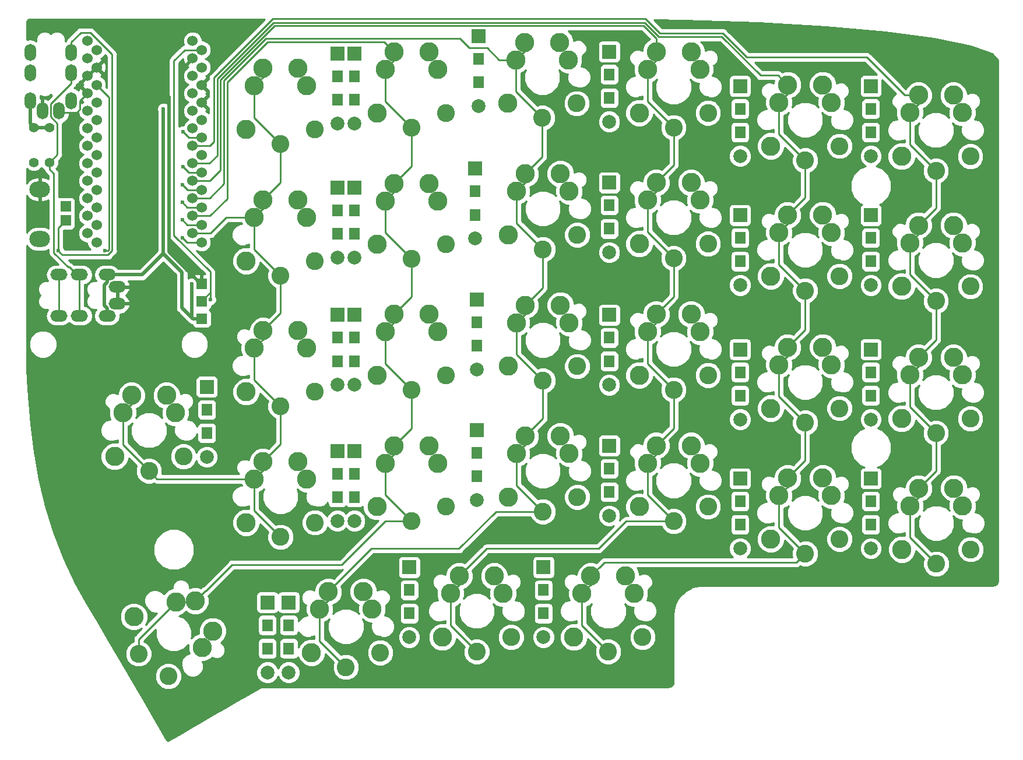
<source format=gbl>
G04 #@! TF.GenerationSoftware,KiCad,Pcbnew,(5.0.0-3-g5ebb6b6)*
G04 #@! TF.CreationDate,2018-08-17T18:08:10+09:00*
G04 #@! TF.ProjectId,Lily58,4C696C7935382E6B696361645F706362,rev?*
G04 #@! TF.SameCoordinates,Original*
G04 #@! TF.FileFunction,Copper,L2,Bot,Signal*
G04 #@! TF.FilePolarity,Positive*
%FSLAX46Y46*%
G04 Gerber Fmt 4.6, Leading zero omitted, Abs format (unit mm)*
G04 Created by KiCad (PCBNEW (5.0.0-3-g5ebb6b6)) date *
%MOMM*%
%LPD*%
G01*
G04 APERTURE LIST*
G04 #@! TA.AperFunction,ComponentPad*
%ADD10O,2.500000X1.700000*%
G04 #@! TD*
G04 #@! TA.AperFunction,ComponentPad*
%ADD11C,2.800000*%
G04 #@! TD*
G04 #@! TA.AperFunction,ComponentPad*
%ADD12C,2.600000*%
G04 #@! TD*
G04 #@! TA.AperFunction,ComponentPad*
%ADD13O,1.700000X2.500000*%
G04 #@! TD*
G04 #@! TA.AperFunction,ComponentPad*
%ADD14C,1.524000*%
G04 #@! TD*
G04 #@! TA.AperFunction,ComponentPad*
%ADD15C,1.397000*%
G04 #@! TD*
G04 #@! TA.AperFunction,ComponentPad*
%ADD16R,1.998980X1.998980*%
G04 #@! TD*
G04 #@! TA.AperFunction,ComponentPad*
%ADD17C,1.998980*%
G04 #@! TD*
G04 #@! TA.AperFunction,ComponentPad*
%ADD18R,1.500000X1.800000*%
G04 #@! TD*
G04 #@! TA.AperFunction,SMDPad,CuDef*
%ADD19R,1.524000X1.524000*%
G04 #@! TD*
G04 #@! TA.AperFunction,ComponentPad*
%ADD20O,3.000000X2.300000*%
G04 #@! TD*
G04 #@! TA.AperFunction,ComponentPad*
%ADD21R,1.524000X1.524000*%
G04 #@! TD*
G04 #@! TA.AperFunction,ViaPad*
%ADD22C,0.600000*%
G04 #@! TD*
G04 #@! TA.AperFunction,Conductor*
%ADD23C,0.250000*%
G04 #@! TD*
G04 #@! TA.AperFunction,Conductor*
%ADD24C,0.500000*%
G04 #@! TD*
G04 #@! TA.AperFunction,Conductor*
%ADD25C,0.254000*%
G04 #@! TD*
G04 APERTURE END LIST*
D10*
G04 #@! TO.P,J2,4*
G04 #@! TO.N,GND*
X96800000Y-79100000D03*
G04 #@! TO.P,J2,1*
G04 #@! TO.N,VCC*
X95300000Y-74900000D03*
G04 #@! TO.P,J2,3*
G04 #@! TO.N,SCL*
X91300000Y-74900000D03*
G04 #@! TO.P,J2,2*
G04 #@! TO.N,/xtradata*
X88300000Y-74900000D03*
G04 #@! TO.P,J2,3*
G04 #@! TO.N,SCL*
X91300000Y-80850000D03*
G04 #@! TO.P,J2,2*
G04 #@! TO.N,/xtradata*
X88300000Y-80850000D03*
G04 #@! TO.P,J2,4*
G04 #@! TO.N,GND*
X96800000Y-76650000D03*
G04 #@! TO.P,J2,1*
G04 #@! TO.N,VCC*
X95300000Y-80850000D03*
G04 #@! TD*
D11*
G04 #@! TO.P,SW18,1*
G04 #@! TO.N,col0*
X211890000Y-89460000D03*
G04 #@! TO.P,SW18,2*
G04 #@! TO.N,Net-(D18-Pad2)*
X219510000Y-89460000D03*
G04 #@! TO.P,SW18,1*
G04 #@! TO.N,col0*
X213160000Y-86920000D03*
G04 #@! TO.P,SW18,2*
G04 #@! TO.N,Net-(D18-Pad2)*
X218240000Y-86920000D03*
X210700000Y-95800000D03*
D12*
G04 #@! TO.P,SW18,1*
G04 #@! TO.N,col0*
X215700000Y-97900000D03*
G04 #@! TO.P,SW18,2*
G04 #@! TO.N,Net-(D18-Pad2)*
X220700000Y-95800000D03*
G04 #@! TD*
D13*
G04 #@! TO.P,J2,1*
G04 #@! TO.N,VCC*
X84150000Y-49600000D03*
G04 #@! TO.P,J2,4*
G04 #@! TO.N,GND*
X88350000Y-51100000D03*
G04 #@! TO.P,J2,2*
G04 #@! TO.N,/xtradata*
X84150000Y-42600000D03*
G04 #@! TO.P,J2,3*
G04 #@! TO.N,SCL*
X84150000Y-45600000D03*
G04 #@! TO.P,J2,2*
G04 #@! TO.N,/xtradata*
X90100000Y-42600000D03*
G04 #@! TO.P,J2,3*
G04 #@! TO.N,SCL*
X90100000Y-45600000D03*
G04 #@! TO.P,J2,1*
G04 #@! TO.N,VCC*
X90100000Y-49600000D03*
G04 #@! TO.P,J2,4*
G04 #@! TO.N,GND*
X85900000Y-51100000D03*
G04 #@! TD*
D11*
G04 #@! TO.P,SW24,1*
G04 #@! TO.N,col0*
X211940000Y-108460000D03*
G04 #@! TO.P,SW24,2*
G04 #@! TO.N,Net-(D24-Pad2)*
X219560000Y-108460000D03*
G04 #@! TO.P,SW24,1*
G04 #@! TO.N,col0*
X213210000Y-105920000D03*
G04 #@! TO.P,SW24,2*
G04 #@! TO.N,Net-(D24-Pad2)*
X218290000Y-105920000D03*
X210750000Y-114800000D03*
D12*
G04 #@! TO.P,SW24,1*
G04 #@! TO.N,col0*
X215750000Y-116900000D03*
G04 #@! TO.P,SW24,2*
G04 #@! TO.N,Net-(D24-Pad2)*
X220750000Y-114800000D03*
G04 #@! TD*
D14*
G04 #@! TO.P,U1,1*
G04 #@! TO.N,LED*
X92480000Y-40930000D03*
G04 #@! TO.P,U1,2*
G04 #@! TO.N,N/C*
X92480000Y-43470000D03*
G04 #@! TO.P,U1,3*
G04 #@! TO.N,GND*
X92480000Y-46010000D03*
G04 #@! TO.P,U1,4*
X92480000Y-48550000D03*
G04 #@! TO.P,U1,5*
G04 #@! TO.N,SDA*
X92480000Y-51090000D03*
G04 #@! TO.P,U1,6*
G04 #@! TO.N,SCL*
X92480000Y-53630000D03*
G04 #@! TO.P,U1,7*
G04 #@! TO.N,N/C*
X92480000Y-56170000D03*
G04 #@! TO.P,U1,8*
G04 #@! TO.N,row0*
X92480000Y-58710000D03*
G04 #@! TO.P,U1,9*
G04 #@! TO.N,row1*
X92480000Y-61250000D03*
G04 #@! TO.P,U1,10*
G04 #@! TO.N,row2*
X92480000Y-63790000D03*
G04 #@! TO.P,U1,11*
G04 #@! TO.N,row3*
X92480000Y-66330000D03*
G04 #@! TO.P,U1,12*
G04 #@! TO.N,row4*
X92480000Y-68870000D03*
G04 #@! TO.P,U1,13*
G04 #@! TO.N,col5*
X107720000Y-68870000D03*
G04 #@! TO.P,U1,14*
G04 #@! TO.N,col4*
X107720000Y-66330000D03*
G04 #@! TO.P,U1,15*
G04 #@! TO.N,col3*
X107720000Y-63790000D03*
G04 #@! TO.P,U1,16*
G04 #@! TO.N,col2*
X107720000Y-61250000D03*
G04 #@! TO.P,U1,17*
G04 #@! TO.N,col1*
X107720000Y-58710000D03*
G04 #@! TO.P,U1,18*
G04 #@! TO.N,col0*
X107720000Y-56170000D03*
G04 #@! TO.P,U1,19*
G04 #@! TO.N,N/C*
X107720000Y-53630000D03*
G04 #@! TO.P,U1,20*
X107720000Y-51090000D03*
G04 #@! TO.P,U1,21*
G04 #@! TO.N,VCC*
X107720000Y-48550000D03*
G04 #@! TO.P,U1,22*
G04 #@! TO.N,RESET*
X107720000Y-46010000D03*
G04 #@! TO.P,U1,23*
G04 #@! TO.N,GND*
X107720000Y-43470000D03*
G04 #@! TO.P,U1,24*
G04 #@! TO.N,N/C*
X107720000Y-40930000D03*
G04 #@! TD*
D15*
G04 #@! TO.P,R1,1*
G04 #@! TO.N,VCC*
X84688035Y-53499272D03*
G04 #@! TO.P,R1,2*
G04 #@! TO.N,SDA*
X84688035Y-58579272D03*
G04 #@! TD*
D11*
G04 #@! TO.P,SW25,1*
G04 #@! TO.N,col5*
X97590000Y-94960000D03*
G04 #@! TO.P,SW25,2*
G04 #@! TO.N,Net-(D25-Pad2)*
X105210000Y-94960000D03*
G04 #@! TO.P,SW25,1*
G04 #@! TO.N,col5*
X98860000Y-92420000D03*
G04 #@! TO.P,SW25,2*
G04 #@! TO.N,Net-(D25-Pad2)*
X103940000Y-92420000D03*
X96400000Y-101300000D03*
D12*
G04 #@! TO.P,SW25,1*
G04 #@! TO.N,col5*
X101400000Y-103400000D03*
G04 #@! TO.P,SW25,2*
G04 #@! TO.N,Net-(D25-Pad2)*
X106400000Y-101300000D03*
G04 #@! TD*
D11*
G04 #@! TO.P,SW28,1*
G04 #@! TO.N,col2*
X145190000Y-121210000D03*
G04 #@! TO.P,SW28,2*
G04 #@! TO.N,Net-(D28-Pad2)*
X152810000Y-121210000D03*
G04 #@! TO.P,SW28,1*
G04 #@! TO.N,col2*
X146460000Y-118670000D03*
G04 #@! TO.P,SW28,2*
G04 #@! TO.N,Net-(D28-Pad2)*
X151540000Y-118670000D03*
X144000000Y-127550000D03*
D12*
G04 #@! TO.P,SW28,1*
G04 #@! TO.N,col2*
X149000000Y-129650000D03*
G04 #@! TO.P,SW28,2*
G04 #@! TO.N,Net-(D28-Pad2)*
X154000000Y-127550000D03*
G04 #@! TD*
D11*
G04 #@! TO.P,SW1,1*
G04 #@! TO.N,col5*
X116690000Y-47460000D03*
G04 #@! TO.P,SW1,2*
G04 #@! TO.N,Net-(D1-Pad2)*
X124310000Y-47460000D03*
G04 #@! TO.P,SW1,1*
G04 #@! TO.N,col5*
X117960000Y-44920000D03*
G04 #@! TO.P,SW1,2*
G04 #@! TO.N,Net-(D1-Pad2)*
X123040000Y-44920000D03*
X115500000Y-53800000D03*
D12*
G04 #@! TO.P,SW1,1*
G04 #@! TO.N,col5*
X120500000Y-55900000D03*
G04 #@! TO.P,SW1,2*
G04 #@! TO.N,Net-(D1-Pad2)*
X125500000Y-53800000D03*
G04 #@! TD*
G04 #@! TO.P,SW26,2*
G04 #@! TO.N,Net-(D26-Pad2)*
X104209103Y-133230127D03*
G04 #@! TO.P,SW26,1*
G04 #@! TO.N,col4*
X99890450Y-129950000D03*
D11*
G04 #@! TO.P,SW26,2*
G04 #@! TO.N,Net-(D26-Pad2)*
X99209103Y-124569873D03*
X110669409Y-126659705D03*
G04 #@! TO.P,SW26,1*
G04 #@! TO.N,col4*
X108129409Y-122260295D03*
G04 #@! TO.P,SW26,2*
G04 #@! TO.N,Net-(D26-Pad2)*
X109104705Y-129029557D03*
G04 #@! TO.P,SW26,1*
G04 #@! TO.N,col4*
X105294705Y-122430443D03*
G04 #@! TD*
D16*
G04 #@! TO.P,D1,1*
G04 #@! TO.N,row0*
X128752540Y-42750000D03*
D17*
G04 #@! TO.P,D1,2*
G04 #@! TO.N,Net-(D1-Pad2)*
X128752540Y-52910000D03*
D18*
G04 #@! TO.P,D1,1*
G04 #@! TO.N,row0*
X128750000Y-46050000D03*
G04 #@! TO.P,D1,2*
G04 #@! TO.N,Net-(D1-Pad2)*
X128750000Y-49450000D03*
G04 #@! TD*
G04 #@! TO.P,D2,2*
G04 #@! TO.N,Net-(D2-Pad2)*
X131250000Y-49450000D03*
G04 #@! TO.P,D2,1*
G04 #@! TO.N,row0*
X131250000Y-46050000D03*
D17*
G04 #@! TO.P,D2,2*
G04 #@! TO.N,Net-(D2-Pad2)*
X131252540Y-52910000D03*
D16*
G04 #@! TO.P,D2,1*
G04 #@! TO.N,row0*
X131252540Y-42750000D03*
G04 #@! TD*
G04 #@! TO.P,D3,1*
G04 #@! TO.N,row0*
X149252540Y-40250000D03*
D17*
G04 #@! TO.P,D3,2*
G04 #@! TO.N,Net-(D3-Pad2)*
X149252540Y-50410000D03*
D18*
G04 #@! TO.P,D3,1*
G04 #@! TO.N,row0*
X149250000Y-43550000D03*
G04 #@! TO.P,D3,2*
G04 #@! TO.N,Net-(D3-Pad2)*
X149250000Y-46950000D03*
G04 #@! TD*
G04 #@! TO.P,D4,2*
G04 #@! TO.N,Net-(D4-Pad2)*
X168250000Y-49200000D03*
G04 #@! TO.P,D4,1*
G04 #@! TO.N,row0*
X168250000Y-45800000D03*
D17*
G04 #@! TO.P,D4,2*
G04 #@! TO.N,Net-(D4-Pad2)*
X168252540Y-52660000D03*
D16*
G04 #@! TO.P,D4,1*
G04 #@! TO.N,row0*
X168252540Y-42500000D03*
G04 #@! TD*
G04 #@! TO.P,D5,1*
G04 #@! TO.N,row0*
X187252540Y-47500000D03*
D17*
G04 #@! TO.P,D5,2*
G04 #@! TO.N,Net-(D5-Pad2)*
X187252540Y-57660000D03*
D18*
G04 #@! TO.P,D5,1*
G04 #@! TO.N,row0*
X187250000Y-50800000D03*
G04 #@! TO.P,D5,2*
G04 #@! TO.N,Net-(D5-Pad2)*
X187250000Y-54200000D03*
G04 #@! TD*
G04 #@! TO.P,D6,2*
G04 #@! TO.N,Net-(D6-Pad2)*
X206250000Y-54200000D03*
G04 #@! TO.P,D6,1*
G04 #@! TO.N,row0*
X206250000Y-50800000D03*
D17*
G04 #@! TO.P,D6,2*
G04 #@! TO.N,Net-(D6-Pad2)*
X206252540Y-57660000D03*
D16*
G04 #@! TO.P,D6,1*
G04 #@! TO.N,row0*
X206252540Y-47500000D03*
G04 #@! TD*
D18*
G04 #@! TO.P,D7,2*
G04 #@! TO.N,Net-(D7-Pad2)*
X128750000Y-68950000D03*
G04 #@! TO.P,D7,1*
G04 #@! TO.N,row1*
X128750000Y-65550000D03*
D17*
G04 #@! TO.P,D7,2*
G04 #@! TO.N,Net-(D7-Pad2)*
X128752540Y-72410000D03*
D16*
G04 #@! TO.P,D7,1*
G04 #@! TO.N,row1*
X128752540Y-62250000D03*
G04 #@! TD*
G04 #@! TO.P,D8,1*
G04 #@! TO.N,row1*
X131252540Y-62250000D03*
D17*
G04 #@! TO.P,D8,2*
G04 #@! TO.N,Net-(D8-Pad2)*
X131252540Y-72410000D03*
D18*
G04 #@! TO.P,D8,1*
G04 #@! TO.N,row1*
X131250000Y-65550000D03*
G04 #@! TO.P,D8,2*
G04 #@! TO.N,Net-(D8-Pad2)*
X131250000Y-68950000D03*
G04 #@! TD*
G04 #@! TO.P,D9,2*
G04 #@! TO.N,Net-(D9-Pad2)*
X148750000Y-66200000D03*
G04 #@! TO.P,D9,1*
G04 #@! TO.N,row1*
X148750000Y-62800000D03*
D17*
G04 #@! TO.P,D9,2*
G04 #@! TO.N,Net-(D9-Pad2)*
X148752540Y-69660000D03*
D16*
G04 #@! TO.P,D9,1*
G04 #@! TO.N,row1*
X148752540Y-59500000D03*
G04 #@! TD*
G04 #@! TO.P,D10,1*
G04 #@! TO.N,row1*
X168252540Y-61500000D03*
D17*
G04 #@! TO.P,D10,2*
G04 #@! TO.N,Net-(D10-Pad2)*
X168252540Y-71660000D03*
D18*
G04 #@! TO.P,D10,1*
G04 #@! TO.N,row1*
X168250000Y-64800000D03*
G04 #@! TO.P,D10,2*
G04 #@! TO.N,Net-(D10-Pad2)*
X168250000Y-68200000D03*
G04 #@! TD*
G04 #@! TO.P,D11,2*
G04 #@! TO.N,Net-(D11-Pad2)*
X187250000Y-72950000D03*
G04 #@! TO.P,D11,1*
G04 #@! TO.N,row1*
X187250000Y-69550000D03*
D17*
G04 #@! TO.P,D11,2*
G04 #@! TO.N,Net-(D11-Pad2)*
X187252540Y-76410000D03*
D16*
G04 #@! TO.P,D11,1*
G04 #@! TO.N,row1*
X187252540Y-66250000D03*
G04 #@! TD*
D18*
G04 #@! TO.P,D12,2*
G04 #@! TO.N,Net-(D12-Pad2)*
X206250000Y-72950000D03*
G04 #@! TO.P,D12,1*
G04 #@! TO.N,row1*
X206250000Y-69550000D03*
D17*
G04 #@! TO.P,D12,2*
G04 #@! TO.N,Net-(D12-Pad2)*
X206252540Y-76410000D03*
D16*
G04 #@! TO.P,D12,1*
G04 #@! TO.N,row1*
X206252540Y-66250000D03*
G04 #@! TD*
G04 #@! TO.P,D13,1*
G04 #@! TO.N,row2*
X128752540Y-80750000D03*
D17*
G04 #@! TO.P,D13,2*
G04 #@! TO.N,Net-(D13-Pad2)*
X128752540Y-90910000D03*
D18*
G04 #@! TO.P,D13,1*
G04 #@! TO.N,row2*
X128750000Y-84050000D03*
G04 #@! TO.P,D13,2*
G04 #@! TO.N,Net-(D13-Pad2)*
X128750000Y-87450000D03*
G04 #@! TD*
G04 #@! TO.P,D14,2*
G04 #@! TO.N,Net-(D14-Pad2)*
X131250000Y-87450000D03*
G04 #@! TO.P,D14,1*
G04 #@! TO.N,row2*
X131250000Y-84050000D03*
D17*
G04 #@! TO.P,D14,2*
G04 #@! TO.N,Net-(D14-Pad2)*
X131252540Y-90910000D03*
D16*
G04 #@! TO.P,D14,1*
G04 #@! TO.N,row2*
X131252540Y-80750000D03*
G04 #@! TD*
G04 #@! TO.P,D15,1*
G04 #@! TO.N,row2*
X149002540Y-78500000D03*
D17*
G04 #@! TO.P,D15,2*
G04 #@! TO.N,Net-(D15-Pad2)*
X149002540Y-88660000D03*
D18*
G04 #@! TO.P,D15,1*
G04 #@! TO.N,row2*
X149000000Y-81800000D03*
G04 #@! TO.P,D15,2*
G04 #@! TO.N,Net-(D15-Pad2)*
X149000000Y-85200000D03*
G04 #@! TD*
G04 #@! TO.P,D16,2*
G04 #@! TO.N,Net-(D16-Pad2)*
X168250000Y-87450000D03*
G04 #@! TO.P,D16,1*
G04 #@! TO.N,row2*
X168250000Y-84050000D03*
D17*
G04 #@! TO.P,D16,2*
G04 #@! TO.N,Net-(D16-Pad2)*
X168252540Y-90910000D03*
D16*
G04 #@! TO.P,D16,1*
G04 #@! TO.N,row2*
X168252540Y-80750000D03*
G04 #@! TD*
G04 #@! TO.P,D17,1*
G04 #@! TO.N,row2*
X187252540Y-85750000D03*
D17*
G04 #@! TO.P,D17,2*
G04 #@! TO.N,Net-(D17-Pad2)*
X187252540Y-95910000D03*
D18*
G04 #@! TO.P,D17,1*
G04 #@! TO.N,row2*
X187250000Y-89050000D03*
G04 #@! TO.P,D17,2*
G04 #@! TO.N,Net-(D17-Pad2)*
X187250000Y-92450000D03*
G04 #@! TD*
G04 #@! TO.P,D18,2*
G04 #@! TO.N,Net-(D18-Pad2)*
X206250000Y-92450000D03*
G04 #@! TO.P,D18,1*
G04 #@! TO.N,row2*
X206250000Y-89050000D03*
D17*
G04 #@! TO.P,D18,2*
G04 #@! TO.N,Net-(D18-Pad2)*
X206252540Y-95910000D03*
D16*
G04 #@! TO.P,D18,1*
G04 #@! TO.N,row2*
X206252540Y-85750000D03*
G04 #@! TD*
D18*
G04 #@! TO.P,D19,2*
G04 #@! TO.N,Net-(D19-Pad2)*
X128750000Y-107200000D03*
G04 #@! TO.P,D19,1*
G04 #@! TO.N,row3*
X128750000Y-103800000D03*
D17*
G04 #@! TO.P,D19,2*
G04 #@! TO.N,Net-(D19-Pad2)*
X128752540Y-110660000D03*
D16*
G04 #@! TO.P,D19,1*
G04 #@! TO.N,row3*
X128752540Y-100500000D03*
G04 #@! TD*
G04 #@! TO.P,D20,1*
G04 #@! TO.N,row3*
X131252540Y-100500000D03*
D17*
G04 #@! TO.P,D20,2*
G04 #@! TO.N,Net-(D20-Pad2)*
X131252540Y-110660000D03*
D18*
G04 #@! TO.P,D20,1*
G04 #@! TO.N,row3*
X131250000Y-103800000D03*
G04 #@! TO.P,D20,2*
G04 #@! TO.N,Net-(D20-Pad2)*
X131250000Y-107200000D03*
G04 #@! TD*
G04 #@! TO.P,D21,2*
G04 #@! TO.N,Net-(D21-Pad2)*
X149000000Y-104200000D03*
G04 #@! TO.P,D21,1*
G04 #@! TO.N,row3*
X149000000Y-100800000D03*
D17*
G04 #@! TO.P,D21,2*
G04 #@! TO.N,Net-(D21-Pad2)*
X149002540Y-107660000D03*
D16*
G04 #@! TO.P,D21,1*
G04 #@! TO.N,row3*
X149002540Y-97500000D03*
G04 #@! TD*
G04 #@! TO.P,D22,1*
G04 #@! TO.N,row3*
X168252540Y-99750000D03*
D17*
G04 #@! TO.P,D22,2*
G04 #@! TO.N,Net-(D22-Pad2)*
X168252540Y-109910000D03*
D18*
G04 #@! TO.P,D22,1*
G04 #@! TO.N,row3*
X168250000Y-103050000D03*
G04 #@! TO.P,D22,2*
G04 #@! TO.N,Net-(D22-Pad2)*
X168250000Y-106450000D03*
G04 #@! TD*
G04 #@! TO.P,D23,2*
G04 #@! TO.N,Net-(D23-Pad2)*
X187250000Y-111200000D03*
G04 #@! TO.P,D23,1*
G04 #@! TO.N,row3*
X187250000Y-107800000D03*
D17*
G04 #@! TO.P,D23,2*
G04 #@! TO.N,Net-(D23-Pad2)*
X187252540Y-114660000D03*
D16*
G04 #@! TO.P,D23,1*
G04 #@! TO.N,row3*
X187252540Y-104500000D03*
G04 #@! TD*
G04 #@! TO.P,D24,1*
G04 #@! TO.N,row3*
X206252540Y-104500000D03*
D17*
G04 #@! TO.P,D24,2*
G04 #@! TO.N,Net-(D24-Pad2)*
X206252540Y-114660000D03*
D18*
G04 #@! TO.P,D24,1*
G04 #@! TO.N,row3*
X206250000Y-107800000D03*
G04 #@! TO.P,D24,2*
G04 #@! TO.N,Net-(D24-Pad2)*
X206250000Y-111200000D03*
G04 #@! TD*
D16*
G04 #@! TO.P,D25,1*
G04 #@! TO.N,row4*
X109802540Y-91200000D03*
D17*
G04 #@! TO.P,D25,2*
G04 #@! TO.N,Net-(D25-Pad2)*
X109802540Y-101360000D03*
D18*
G04 #@! TO.P,D25,1*
G04 #@! TO.N,row4*
X109800000Y-94500000D03*
G04 #@! TO.P,D25,2*
G04 #@! TO.N,Net-(D25-Pad2)*
X109800000Y-97900000D03*
G04 #@! TD*
G04 #@! TO.P,D26,2*
G04 #@! TO.N,Net-(D26-Pad2)*
X118600000Y-129200000D03*
G04 #@! TO.P,D26,1*
G04 #@! TO.N,row4*
X118600000Y-125800000D03*
D17*
G04 #@! TO.P,D26,2*
G04 #@! TO.N,Net-(D26-Pad2)*
X118602540Y-132660000D03*
D16*
G04 #@! TO.P,D26,1*
G04 #@! TO.N,row4*
X118602540Y-122500000D03*
G04 #@! TD*
G04 #@! TO.P,D27,1*
G04 #@! TO.N,row4*
X121702540Y-122500000D03*
D17*
G04 #@! TO.P,D27,2*
G04 #@! TO.N,Net-(D27-Pad2)*
X121702540Y-132660000D03*
D18*
G04 #@! TO.P,D27,1*
G04 #@! TO.N,row4*
X121700000Y-125800000D03*
G04 #@! TO.P,D27,2*
G04 #@! TO.N,Net-(D27-Pad2)*
X121700000Y-129200000D03*
G04 #@! TD*
G04 #@! TO.P,D28,2*
G04 #@! TO.N,Net-(D28-Pad2)*
X139200000Y-124100000D03*
G04 #@! TO.P,D28,1*
G04 #@! TO.N,row4*
X139200000Y-120700000D03*
D17*
G04 #@! TO.P,D28,2*
G04 #@! TO.N,Net-(D28-Pad2)*
X139202540Y-127560000D03*
D16*
G04 #@! TO.P,D28,1*
G04 #@! TO.N,row4*
X139202540Y-117400000D03*
G04 #@! TD*
G04 #@! TO.P,D29,1*
G04 #@! TO.N,row4*
X158702540Y-117400000D03*
D17*
G04 #@! TO.P,D29,2*
G04 #@! TO.N,Net-(D29-Pad2)*
X158702540Y-127560000D03*
D18*
G04 #@! TO.P,D29,1*
G04 #@! TO.N,row4*
X158700000Y-120700000D03*
G04 #@! TO.P,D29,2*
G04 #@! TO.N,Net-(D29-Pad2)*
X158700000Y-124100000D03*
G04 #@! TD*
D19*
G04 #@! TO.P,J1,1*
G04 #@! TO.N,GND*
X109050000Y-76200000D03*
G04 #@! TO.P,J1,2*
G04 #@! TO.N,LED*
X109050000Y-78740000D03*
G04 #@! TO.P,J1,3*
G04 #@! TO.N,VCC*
X109050000Y-81280000D03*
G04 #@! TD*
D15*
G04 #@! TO.P,R2,2*
G04 #@! TO.N,SCL*
X86938035Y-58579272D03*
G04 #@! TO.P,R2,1*
G04 #@! TO.N,VCC*
X86938035Y-53499272D03*
G04 #@! TD*
D20*
G04 #@! TO.P,RSW1,1*
G04 #@! TO.N,GND*
X85550000Y-62500000D03*
G04 #@! TO.P,RSW1,2*
G04 #@! TO.N,RESET*
X85550000Y-69700000D03*
G04 #@! TD*
D12*
G04 #@! TO.P,SW2,2*
G04 #@! TO.N,Net-(D2-Pad2)*
X144500000Y-51400000D03*
G04 #@! TO.P,SW2,1*
G04 #@! TO.N,col4*
X139500000Y-53500000D03*
D11*
G04 #@! TO.P,SW2,2*
G04 #@! TO.N,Net-(D2-Pad2)*
X134500000Y-51400000D03*
X142040000Y-42520000D03*
G04 #@! TO.P,SW2,1*
G04 #@! TO.N,col4*
X136960000Y-42520000D03*
G04 #@! TO.P,SW2,2*
G04 #@! TO.N,Net-(D2-Pad2)*
X143310000Y-45060000D03*
G04 #@! TO.P,SW2,1*
G04 #@! TO.N,col4*
X135690000Y-45059999D03*
G04 #@! TD*
G04 #@! TO.P,SW3,1*
G04 #@! TO.N,col3*
X154720000Y-43670000D03*
G04 #@! TO.P,SW3,2*
G04 #@! TO.N,Net-(D3-Pad2)*
X162340000Y-43670000D03*
G04 #@! TO.P,SW3,1*
G04 #@! TO.N,col3*
X155990000Y-41130000D03*
G04 #@! TO.P,SW3,2*
G04 #@! TO.N,Net-(D3-Pad2)*
X161070000Y-41130000D03*
X153530000Y-50010000D03*
D12*
G04 #@! TO.P,SW3,1*
G04 #@! TO.N,col3*
X158530000Y-52110000D03*
G04 #@! TO.P,SW3,2*
G04 #@! TO.N,Net-(D3-Pad2)*
X163530000Y-50010000D03*
G04 #@! TD*
D11*
G04 #@! TO.P,SW4,1*
G04 #@! TO.N,col2*
X173790000Y-45060000D03*
G04 #@! TO.P,SW4,2*
G04 #@! TO.N,Net-(D4-Pad2)*
X181410000Y-45060000D03*
G04 #@! TO.P,SW4,1*
G04 #@! TO.N,col2*
X175060000Y-42520000D03*
G04 #@! TO.P,SW4,2*
G04 #@! TO.N,Net-(D4-Pad2)*
X180140000Y-42520000D03*
X172600000Y-51400000D03*
D12*
G04 #@! TO.P,SW4,1*
G04 #@! TO.N,col2*
X177600000Y-53500000D03*
G04 #@! TO.P,SW4,2*
G04 #@! TO.N,Net-(D4-Pad2)*
X182600000Y-51400000D03*
G04 #@! TD*
G04 #@! TO.P,SW5,2*
G04 #@! TO.N,Net-(D5-Pad2)*
X201700000Y-56200000D03*
G04 #@! TO.P,SW5,1*
G04 #@! TO.N,col1*
X196700000Y-58300000D03*
D11*
G04 #@! TO.P,SW5,2*
G04 #@! TO.N,Net-(D5-Pad2)*
X191700000Y-56200000D03*
X199240000Y-47320000D03*
G04 #@! TO.P,SW5,1*
G04 #@! TO.N,col1*
X194160000Y-47320000D03*
G04 #@! TO.P,SW5,2*
G04 #@! TO.N,Net-(D5-Pad2)*
X200510000Y-49860000D03*
G04 #@! TO.P,SW5,1*
G04 #@! TO.N,col1*
X192890000Y-49860000D03*
G04 #@! TD*
D12*
G04 #@! TO.P,SW6,2*
G04 #@! TO.N,Net-(D6-Pad2)*
X220700000Y-57700000D03*
G04 #@! TO.P,SW6,1*
G04 #@! TO.N,col0*
X215700000Y-59800000D03*
D11*
G04 #@! TO.P,SW6,2*
G04 #@! TO.N,Net-(D6-Pad2)*
X210700000Y-57700000D03*
X218240000Y-48820000D03*
G04 #@! TO.P,SW6,1*
G04 #@! TO.N,col0*
X213160000Y-48820000D03*
G04 #@! TO.P,SW6,2*
G04 #@! TO.N,Net-(D6-Pad2)*
X219510000Y-51360000D03*
G04 #@! TO.P,SW6,1*
G04 #@! TO.N,col0*
X211890000Y-51360000D03*
G04 #@! TD*
G04 #@! TO.P,SW7,1*
G04 #@! TO.N,col5*
X116690000Y-66560000D03*
G04 #@! TO.P,SW7,2*
G04 #@! TO.N,Net-(D7-Pad2)*
X124310000Y-66560000D03*
G04 #@! TO.P,SW7,1*
G04 #@! TO.N,col5*
X117960000Y-64020000D03*
G04 #@! TO.P,SW7,2*
G04 #@! TO.N,Net-(D7-Pad2)*
X123040000Y-64020000D03*
X115500000Y-72900000D03*
D12*
G04 #@! TO.P,SW7,1*
G04 #@! TO.N,col5*
X120500000Y-75000000D03*
G04 #@! TO.P,SW7,2*
G04 #@! TO.N,Net-(D7-Pad2)*
X125500000Y-72900000D03*
G04 #@! TD*
G04 #@! TO.P,SW8,2*
G04 #@! TO.N,Net-(D8-Pad2)*
X144500000Y-70500000D03*
G04 #@! TO.P,SW8,1*
G04 #@! TO.N,col4*
X139500000Y-72600000D03*
D11*
G04 #@! TO.P,SW8,2*
G04 #@! TO.N,Net-(D8-Pad2)*
X134500000Y-70500000D03*
X142040000Y-61620000D03*
G04 #@! TO.P,SW8,1*
G04 #@! TO.N,col4*
X136960000Y-61620000D03*
G04 #@! TO.P,SW8,2*
G04 #@! TO.N,Net-(D8-Pad2)*
X143310000Y-64160000D03*
G04 #@! TO.P,SW8,1*
G04 #@! TO.N,col4*
X135690000Y-64160000D03*
G04 #@! TD*
G04 #@! TO.P,SW9,1*
G04 #@! TO.N,col3*
X154790000Y-62760000D03*
G04 #@! TO.P,SW9,2*
G04 #@! TO.N,Net-(D9-Pad2)*
X162410000Y-62760000D03*
G04 #@! TO.P,SW9,1*
G04 #@! TO.N,col3*
X156060000Y-60220000D03*
G04 #@! TO.P,SW9,2*
G04 #@! TO.N,Net-(D9-Pad2)*
X161140000Y-60220000D03*
X153600000Y-69100000D03*
D12*
G04 #@! TO.P,SW9,1*
G04 #@! TO.N,col3*
X158600000Y-71200000D03*
G04 #@! TO.P,SW9,2*
G04 #@! TO.N,Net-(D9-Pad2)*
X163600000Y-69100000D03*
G04 #@! TD*
G04 #@! TO.P,SW10,2*
G04 #@! TO.N,Net-(D10-Pad2)*
X182600000Y-70400000D03*
G04 #@! TO.P,SW10,1*
G04 #@! TO.N,col2*
X177600000Y-72500000D03*
D11*
G04 #@! TO.P,SW10,2*
G04 #@! TO.N,Net-(D10-Pad2)*
X172600000Y-70400000D03*
X180140000Y-61520000D03*
G04 #@! TO.P,SW10,1*
G04 #@! TO.N,col2*
X175060000Y-61520000D03*
G04 #@! TO.P,SW10,2*
G04 #@! TO.N,Net-(D10-Pad2)*
X181410000Y-64060000D03*
G04 #@! TO.P,SW10,1*
G04 #@! TO.N,col2*
X173790000Y-64060000D03*
G04 #@! TD*
G04 #@! TO.P,SW11,1*
G04 #@! TO.N,col1*
X192890000Y-68760000D03*
G04 #@! TO.P,SW11,2*
G04 #@! TO.N,Net-(D11-Pad2)*
X200510000Y-68760000D03*
G04 #@! TO.P,SW11,1*
G04 #@! TO.N,col1*
X194160000Y-66220000D03*
G04 #@! TO.P,SW11,2*
G04 #@! TO.N,Net-(D11-Pad2)*
X199240000Y-66220000D03*
X191700000Y-75100000D03*
D12*
G04 #@! TO.P,SW11,1*
G04 #@! TO.N,col1*
X196700000Y-77200000D03*
G04 #@! TO.P,SW11,2*
G04 #@! TO.N,Net-(D11-Pad2)*
X201700000Y-75100000D03*
G04 #@! TD*
G04 #@! TO.P,SW12,2*
G04 #@! TO.N,Net-(D12-Pad2)*
X220700000Y-76600000D03*
G04 #@! TO.P,SW12,1*
G04 #@! TO.N,col0*
X215700000Y-78700000D03*
D11*
G04 #@! TO.P,SW12,2*
G04 #@! TO.N,Net-(D12-Pad2)*
X210700000Y-76600000D03*
X218240000Y-67720000D03*
G04 #@! TO.P,SW12,1*
G04 #@! TO.N,col0*
X213160000Y-67720000D03*
G04 #@! TO.P,SW12,2*
G04 #@! TO.N,Net-(D12-Pad2)*
X219510000Y-70260000D03*
G04 #@! TO.P,SW12,1*
G04 #@! TO.N,col0*
X211890000Y-70260000D03*
G04 #@! TD*
D12*
G04 #@! TO.P,SW13,2*
G04 #@! TO.N,Net-(D13-Pad2)*
X125500000Y-91900000D03*
G04 #@! TO.P,SW13,1*
G04 #@! TO.N,col5*
X120500000Y-94000000D03*
D11*
G04 #@! TO.P,SW13,2*
G04 #@! TO.N,Net-(D13-Pad2)*
X115500000Y-91900000D03*
X123040000Y-83020000D03*
G04 #@! TO.P,SW13,1*
G04 #@! TO.N,col5*
X117960000Y-83020000D03*
G04 #@! TO.P,SW13,2*
G04 #@! TO.N,Net-(D13-Pad2)*
X124310000Y-85560000D03*
G04 #@! TO.P,SW13,1*
G04 #@! TO.N,col5*
X116690000Y-85560000D03*
G04 #@! TD*
G04 #@! TO.P,SW14,1*
G04 #@! TO.N,col4*
X135690000Y-83160000D03*
G04 #@! TO.P,SW14,2*
G04 #@! TO.N,Net-(D14-Pad2)*
X143310000Y-83160000D03*
G04 #@! TO.P,SW14,1*
G04 #@! TO.N,col4*
X136960000Y-80620000D03*
G04 #@! TO.P,SW14,2*
G04 #@! TO.N,Net-(D14-Pad2)*
X142040000Y-80620000D03*
X134500000Y-89500000D03*
D12*
G04 #@! TO.P,SW14,1*
G04 #@! TO.N,col4*
X139500000Y-91600000D03*
G04 #@! TO.P,SW14,2*
G04 #@! TO.N,Net-(D14-Pad2)*
X144500000Y-89500000D03*
G04 #@! TD*
G04 #@! TO.P,SW15,2*
G04 #@! TO.N,Net-(D15-Pad2)*
X163600000Y-88200000D03*
G04 #@! TO.P,SW15,1*
G04 #@! TO.N,col3*
X158600000Y-90300000D03*
D11*
G04 #@! TO.P,SW15,2*
G04 #@! TO.N,Net-(D15-Pad2)*
X153600000Y-88200000D03*
X161140000Y-79320000D03*
G04 #@! TO.P,SW15,1*
G04 #@! TO.N,col3*
X156060000Y-79320000D03*
G04 #@! TO.P,SW15,2*
G04 #@! TO.N,Net-(D15-Pad2)*
X162410000Y-81860000D03*
G04 #@! TO.P,SW15,1*
G04 #@! TO.N,col3*
X154790000Y-81860000D03*
G04 #@! TD*
G04 #@! TO.P,SW16,1*
G04 #@! TO.N,col2*
X173790000Y-83160000D03*
G04 #@! TO.P,SW16,2*
G04 #@! TO.N,Net-(D16-Pad2)*
X181410000Y-83160000D03*
G04 #@! TO.P,SW16,1*
G04 #@! TO.N,col2*
X175060000Y-80620000D03*
G04 #@! TO.P,SW16,2*
G04 #@! TO.N,Net-(D16-Pad2)*
X180140000Y-80620000D03*
X172600000Y-89500000D03*
D12*
G04 #@! TO.P,SW16,1*
G04 #@! TO.N,col2*
X177600000Y-91600000D03*
G04 #@! TO.P,SW16,2*
G04 #@! TO.N,Net-(D16-Pad2)*
X182600000Y-89500000D03*
G04 #@! TD*
G04 #@! TO.P,SW17,2*
G04 #@! TO.N,Net-(D17-Pad2)*
X201700000Y-94300000D03*
G04 #@! TO.P,SW17,1*
G04 #@! TO.N,col1*
X196700000Y-96400000D03*
D11*
G04 #@! TO.P,SW17,2*
G04 #@! TO.N,Net-(D17-Pad2)*
X191700000Y-94300000D03*
X199240000Y-85420000D03*
G04 #@! TO.P,SW17,1*
G04 #@! TO.N,col1*
X194160000Y-85420000D03*
G04 #@! TO.P,SW17,2*
G04 #@! TO.N,Net-(D17-Pad2)*
X200510000Y-87960000D03*
G04 #@! TO.P,SW17,1*
G04 #@! TO.N,col1*
X192890000Y-87960000D03*
G04 #@! TD*
G04 #@! TO.P,SW19,1*
G04 #@! TO.N,col5*
X116690000Y-104560000D03*
G04 #@! TO.P,SW19,2*
G04 #@! TO.N,Net-(D19-Pad2)*
X124310000Y-104560000D03*
G04 #@! TO.P,SW19,1*
G04 #@! TO.N,col5*
X117960000Y-102020000D03*
G04 #@! TO.P,SW19,2*
G04 #@! TO.N,Net-(D19-Pad2)*
X123040000Y-102020000D03*
X115500000Y-110900000D03*
D12*
G04 #@! TO.P,SW19,1*
G04 #@! TO.N,col5*
X120500000Y-113000000D03*
G04 #@! TO.P,SW19,2*
G04 #@! TO.N,Net-(D19-Pad2)*
X125500000Y-110900000D03*
G04 #@! TD*
G04 #@! TO.P,SW20,2*
G04 #@! TO.N,Net-(D20-Pad2)*
X144500000Y-108600000D03*
G04 #@! TO.P,SW20,1*
G04 #@! TO.N,col4*
X139500000Y-110700000D03*
D11*
G04 #@! TO.P,SW20,2*
G04 #@! TO.N,Net-(D20-Pad2)*
X134500000Y-108600000D03*
X142040000Y-99720000D03*
G04 #@! TO.P,SW20,1*
G04 #@! TO.N,col4*
X136960000Y-99720000D03*
G04 #@! TO.P,SW20,2*
G04 #@! TO.N,Net-(D20-Pad2)*
X143310000Y-102260000D03*
G04 #@! TO.P,SW20,1*
G04 #@! TO.N,col4*
X135690000Y-102260000D03*
G04 #@! TD*
D12*
G04 #@! TO.P,SW21,2*
G04 #@! TO.N,Net-(D21-Pad2)*
X163600000Y-107200000D03*
G04 #@! TO.P,SW21,1*
G04 #@! TO.N,col3*
X158600000Y-109300000D03*
D11*
G04 #@! TO.P,SW21,2*
G04 #@! TO.N,Net-(D21-Pad2)*
X153600000Y-107200000D03*
X161140000Y-98320000D03*
G04 #@! TO.P,SW21,1*
G04 #@! TO.N,col3*
X156060000Y-98320000D03*
G04 #@! TO.P,SW21,2*
G04 #@! TO.N,Net-(D21-Pad2)*
X162410000Y-100860000D03*
G04 #@! TO.P,SW21,1*
G04 #@! TO.N,col3*
X154790000Y-100860000D03*
G04 #@! TD*
G04 #@! TO.P,SW22,1*
G04 #@! TO.N,col2*
X173790000Y-102260000D03*
G04 #@! TO.P,SW22,2*
G04 #@! TO.N,Net-(D22-Pad2)*
X181410000Y-102260000D03*
G04 #@! TO.P,SW22,1*
G04 #@! TO.N,col2*
X175060000Y-99720000D03*
G04 #@! TO.P,SW22,2*
G04 #@! TO.N,Net-(D22-Pad2)*
X180140000Y-99720000D03*
X172600000Y-108600000D03*
D12*
G04 #@! TO.P,SW22,1*
G04 #@! TO.N,col2*
X177600000Y-110700000D03*
G04 #@! TO.P,SW22,2*
G04 #@! TO.N,Net-(D22-Pad2)*
X182600000Y-108600000D03*
G04 #@! TD*
G04 #@! TO.P,SW23,2*
G04 #@! TO.N,Net-(D23-Pad2)*
X201700000Y-113300000D03*
G04 #@! TO.P,SW23,1*
G04 #@! TO.N,col1*
X196700000Y-115400000D03*
D11*
G04 #@! TO.P,SW23,2*
G04 #@! TO.N,Net-(D23-Pad2)*
X191700000Y-113300000D03*
X199240000Y-104420000D03*
G04 #@! TO.P,SW23,1*
G04 #@! TO.N,col1*
X194160000Y-104420000D03*
G04 #@! TO.P,SW23,2*
G04 #@! TO.N,Net-(D23-Pad2)*
X200510000Y-106960000D03*
G04 #@! TO.P,SW23,1*
G04 #@! TO.N,col1*
X192890000Y-106960000D03*
G04 #@! TD*
D12*
G04 #@! TO.P,SW27,2*
G04 #@! TO.N,Net-(D27-Pad2)*
X135000000Y-129800000D03*
G04 #@! TO.P,SW27,1*
G04 #@! TO.N,col3*
X130000000Y-131900000D03*
D11*
G04 #@! TO.P,SW27,2*
G04 #@! TO.N,Net-(D27-Pad2)*
X125000000Y-129800000D03*
X132540000Y-120920000D03*
G04 #@! TO.P,SW27,1*
G04 #@! TO.N,col3*
X127460000Y-120920000D03*
G04 #@! TO.P,SW27,2*
G04 #@! TO.N,Net-(D27-Pad2)*
X133810000Y-123460000D03*
G04 #@! TO.P,SW27,1*
G04 #@! TO.N,col3*
X126190000Y-123460000D03*
G04 #@! TD*
D12*
G04 #@! TO.P,SW29,2*
G04 #@! TO.N,Net-(D29-Pad2)*
X173100000Y-127550000D03*
G04 #@! TO.P,SW29,1*
G04 #@! TO.N,col1*
X168100000Y-129650000D03*
D11*
G04 #@! TO.P,SW29,2*
G04 #@! TO.N,Net-(D29-Pad2)*
X163100000Y-127550000D03*
X170640000Y-118670000D03*
G04 #@! TO.P,SW29,1*
G04 #@! TO.N,col1*
X165560000Y-118670000D03*
G04 #@! TO.P,SW29,2*
G04 #@! TO.N,Net-(D29-Pad2)*
X171910000Y-121210000D03*
G04 #@! TO.P,SW29,1*
G04 #@! TO.N,col1*
X164290000Y-121210000D03*
G04 #@! TD*
D14*
G04 #@! TO.P,U1,1*
G04 #@! TO.N,LED*
X109020000Y-42230000D03*
G04 #@! TO.P,U1,2*
G04 #@! TO.N,N/C*
X109020000Y-44770000D03*
G04 #@! TO.P,U1,3*
G04 #@! TO.N,GND*
X109020000Y-47310000D03*
G04 #@! TO.P,U1,4*
X109020000Y-49850000D03*
G04 #@! TO.P,U1,5*
G04 #@! TO.N,SDA*
X109020000Y-52390000D03*
G04 #@! TO.P,U1,6*
G04 #@! TO.N,SCL*
X109020000Y-54930000D03*
G04 #@! TO.P,U1,7*
G04 #@! TO.N,N/C*
X109020000Y-57470000D03*
G04 #@! TO.P,U1,8*
G04 #@! TO.N,row0*
X109020000Y-60010000D03*
G04 #@! TO.P,U1,9*
G04 #@! TO.N,row1*
X109020000Y-62550000D03*
G04 #@! TO.P,U1,10*
G04 #@! TO.N,row2*
X109020000Y-65090000D03*
G04 #@! TO.P,U1,11*
G04 #@! TO.N,row3*
X109020000Y-67630000D03*
G04 #@! TO.P,U1,12*
G04 #@! TO.N,row4*
X109020000Y-70170000D03*
G04 #@! TO.P,U1,13*
G04 #@! TO.N,col5*
X93780000Y-70170000D03*
G04 #@! TO.P,U1,14*
G04 #@! TO.N,col4*
X93780000Y-67630000D03*
G04 #@! TO.P,U1,15*
G04 #@! TO.N,col3*
X93780000Y-65090000D03*
G04 #@! TO.P,U1,16*
G04 #@! TO.N,col2*
X93780000Y-62550000D03*
G04 #@! TO.P,U1,17*
G04 #@! TO.N,col1*
X93780000Y-60010000D03*
G04 #@! TO.P,U1,18*
G04 #@! TO.N,col0*
X93780000Y-57470000D03*
G04 #@! TO.P,U1,19*
G04 #@! TO.N,N/C*
X93780000Y-54930000D03*
G04 #@! TO.P,U1,20*
X93780000Y-52390000D03*
G04 #@! TO.P,U1,21*
G04 #@! TO.N,VCC*
X93780000Y-49850000D03*
G04 #@! TO.P,U1,22*
G04 #@! TO.N,RESET*
X93780000Y-47310000D03*
G04 #@! TO.P,U1,23*
G04 #@! TO.N,GND*
X93780000Y-44770000D03*
G04 #@! TO.P,U1,24*
G04 #@! TO.N,N/C*
X93780000Y-42230000D03*
G04 #@! TD*
D21*
G04 #@! TO.P,W1,2*
G04 #@! TO.N,SDA*
X89300000Y-65000000D03*
G04 #@! TO.P,W1,1*
G04 #@! TO.N,/xtradata*
X89300000Y-67000000D03*
G04 #@! TD*
D22*
G04 #@! TO.N,row4*
X106250000Y-69500000D03*
G04 #@! TO.N,row0*
X106350000Y-59200000D03*
G04 #@! TO.N,row1*
X106250000Y-61800000D03*
G04 #@! TO.N,row2*
X106250000Y-64400000D03*
G04 #@! TO.N,row3*
X106250000Y-66900000D03*
G04 #@! TO.N,/xtradata*
X88200008Y-71400000D03*
G04 #@! TO.N,VCC*
X107650010Y-76200000D03*
X103500000Y-50800000D03*
G04 #@! TO.N,GND*
X104300000Y-49100000D03*
X106900000Y-74200000D03*
G04 #@! TO.N,LED*
X110300000Y-78500000D03*
G04 #@! TO.N,SCL*
X106350000Y-54100000D03*
G04 #@! TO.N,RESET*
X95000000Y-71400000D03*
G04 #@! TD*
D23*
G04 #@! TO.N,row4*
X106250000Y-69500000D02*
X106920000Y-70170000D01*
X106920000Y-70170000D02*
X109070000Y-70170000D01*
G04 #@! TO.N,row0*
X106350000Y-59200000D02*
X107160000Y-60010000D01*
X107160000Y-60010000D02*
X109070000Y-60010000D01*
G04 #@! TO.N,row1*
X107000000Y-62550000D02*
X109070000Y-62550000D01*
X106250000Y-61800000D02*
X107000000Y-62550000D01*
G04 #@! TO.N,row2*
X106940000Y-65090000D02*
X109070000Y-65090000D01*
X106250000Y-64400000D02*
X106940000Y-65090000D01*
G04 #@! TO.N,row3*
X106980000Y-67630000D02*
X109070000Y-67630000D01*
X106250000Y-66900000D02*
X106980000Y-67630000D01*
G04 #@! TO.N,/xtradata*
X88200000Y-71399992D02*
X88200008Y-71400000D01*
X88200000Y-68100000D02*
X88200000Y-71399992D01*
X89300000Y-67000000D02*
X88200000Y-68100000D01*
X88300000Y-74900000D02*
X88300000Y-80850000D01*
X88500007Y-71699999D02*
X88200008Y-71400000D01*
X88825009Y-72025001D02*
X88500007Y-71699999D01*
X96050009Y-71410665D02*
X95435673Y-72025001D01*
X96050010Y-42891248D02*
X96050009Y-71410665D01*
X95435673Y-72025001D02*
X88825009Y-72025001D01*
X92858762Y-39700000D02*
X96050010Y-42891248D01*
X91500000Y-39700000D02*
X92858762Y-39700000D01*
X90100000Y-41100000D02*
X91500000Y-39700000D01*
X90100000Y-42600000D02*
X90100000Y-41100000D01*
D24*
G04 #@! TO.N,VCC*
X107770000Y-48550000D02*
X107750000Y-48550000D01*
X86938035Y-53499272D02*
X84688035Y-53499272D01*
X84150000Y-52961237D02*
X84688035Y-53499272D01*
X84150000Y-49600000D02*
X84150000Y-52961237D01*
X107788000Y-81280000D02*
X109050000Y-81280000D01*
X107650010Y-76624264D02*
X107650010Y-76200000D01*
X107788000Y-81280000D02*
X107650010Y-81142010D01*
X107650010Y-81142010D02*
X107650010Y-76624264D01*
X103500000Y-51224264D02*
X103500000Y-50800000D01*
X103500000Y-71800000D02*
X103500000Y-51224264D01*
X106200000Y-74500000D02*
X103500000Y-71800000D01*
X106200000Y-79692000D02*
X106200000Y-74500000D01*
X107788000Y-81280000D02*
X106200000Y-79692000D01*
X100400000Y-74900000D02*
X95300000Y-74900000D01*
X103500000Y-71800000D02*
X100400000Y-74900000D01*
X95300000Y-76000000D02*
X94900000Y-76400000D01*
X95300000Y-74900000D02*
X95300000Y-76000000D01*
X95300000Y-79750000D02*
X95300000Y-80850000D01*
X94900000Y-79350000D02*
X95300000Y-79750000D01*
X94900000Y-76400000D02*
X94900000Y-79350000D01*
G04 #@! TO.N,GND*
X108900000Y-76200000D02*
X106900000Y-74200000D01*
X109050000Y-76200000D02*
X108900000Y-76200000D01*
X104300000Y-71600000D02*
X106900000Y-74200000D01*
X104300000Y-49100000D02*
X104300000Y-71600000D01*
D23*
X96800000Y-76650000D02*
X96800000Y-79100000D01*
X88550000Y-51300000D02*
X88350000Y-51100000D01*
X90900000Y-51300000D02*
X88550000Y-51300000D01*
X91392999Y-50807001D02*
X90900000Y-51300000D01*
X91392999Y-49637001D02*
X91392999Y-50807001D01*
X92480000Y-48550000D02*
X91392999Y-49637001D01*
G04 #@! TO.N,col0*
X213289999Y-48949999D02*
X213160000Y-48820000D01*
X213289999Y-49960001D02*
X213289999Y-48949999D01*
X211890000Y-51360000D02*
X213289999Y-49960001D01*
X211890000Y-55990000D02*
X215700000Y-59800000D01*
X211890000Y-51360000D02*
X211890000Y-55990000D01*
X213289999Y-67849999D02*
X213160000Y-67720000D01*
X213289999Y-68860001D02*
X213289999Y-67849999D01*
X211890000Y-70260000D02*
X213289999Y-68860001D01*
X211890000Y-74890000D02*
X215700000Y-78700000D01*
X211890000Y-70260000D02*
X211890000Y-74890000D01*
X213289999Y-87049999D02*
X213160000Y-86920000D01*
X213289999Y-88060001D02*
X213289999Y-87049999D01*
X211890000Y-89460000D02*
X213289999Y-88060001D01*
X211890000Y-94090000D02*
X215700000Y-97900000D01*
X211890000Y-89460000D02*
X211890000Y-94090000D01*
X213339999Y-106049999D02*
X213210000Y-105920000D01*
X213339999Y-107060001D02*
X213339999Y-106049999D01*
X211940000Y-108460000D02*
X213339999Y-107060001D01*
X211940000Y-113090000D02*
X215750000Y-116900000D01*
X211940000Y-108460000D02*
X211940000Y-113090000D01*
X215700000Y-103430000D02*
X213210000Y-105920000D01*
X215700000Y-97900000D02*
X215700000Y-103430000D01*
X215700000Y-84380000D02*
X213160000Y-86920000D01*
X215700000Y-78700000D02*
X215700000Y-84380000D01*
X215700000Y-65180000D02*
X213160000Y-67720000D01*
X215700000Y-59800000D02*
X215700000Y-65180000D01*
X110800000Y-46290770D02*
X110800000Y-55600000D01*
X110800000Y-55600000D02*
X110230000Y-56170000D01*
X173492718Y-37700000D02*
X119390770Y-37700000D01*
X110230000Y-56170000D02*
X107720000Y-56170000D01*
X205660102Y-43300000D02*
X188236410Y-43300000D01*
X119390770Y-37700000D02*
X110800000Y-46290770D01*
X175642708Y-39849990D02*
X173492718Y-37700000D01*
X184786400Y-39849990D02*
X175642708Y-39849990D01*
X188236410Y-43300000D02*
X184786400Y-39849990D01*
X211180102Y-48820000D02*
X205660102Y-43300000D01*
X213160000Y-48820000D02*
X211180102Y-48820000D01*
G04 #@! TO.N,col1*
X194289999Y-104549999D02*
X194160000Y-104420000D01*
X194289999Y-105560001D02*
X194289999Y-104549999D01*
X192890000Y-106960000D02*
X194289999Y-105560001D01*
X192890000Y-111590000D02*
X196700000Y-115400000D01*
X192890000Y-106960000D02*
X192890000Y-111590000D01*
X194289999Y-85549999D02*
X194160000Y-85420000D01*
X194289999Y-86560001D02*
X194289999Y-85549999D01*
X192890000Y-87960000D02*
X194289999Y-86560001D01*
X192890000Y-92590000D02*
X196700000Y-96400000D01*
X192890000Y-87960000D02*
X192890000Y-92590000D01*
X194289999Y-67360001D02*
X194289999Y-66349999D01*
X194289999Y-66349999D02*
X194160000Y-66220000D01*
X192890000Y-68760000D02*
X194289999Y-67360001D01*
X192890000Y-73390000D02*
X196700000Y-77200000D01*
X192890000Y-68760000D02*
X192890000Y-73390000D01*
X194289999Y-47449999D02*
X194160000Y-47320000D01*
X194289999Y-48460001D02*
X194289999Y-47449999D01*
X192890000Y-49860000D02*
X194289999Y-48460001D01*
X192890000Y-54490000D02*
X196700000Y-58300000D01*
X192890000Y-49860000D02*
X192890000Y-54490000D01*
X196700000Y-63680000D02*
X194160000Y-66220000D01*
X196700000Y-58300000D02*
X196700000Y-63680000D01*
X196700000Y-101880000D02*
X194160000Y-104420000D01*
X196700000Y-96400000D02*
X196700000Y-101880000D01*
X166959999Y-117270001D02*
X165560000Y-118670000D01*
X167530001Y-116699999D02*
X166959999Y-117270001D01*
X195400001Y-116699999D02*
X167530001Y-116699999D01*
X196700000Y-115400000D02*
X195400001Y-116699999D01*
X165689999Y-118799999D02*
X165560000Y-118670000D01*
X165689999Y-119810001D02*
X165689999Y-118799999D01*
X164290000Y-121210000D02*
X165689999Y-119810001D01*
X164290000Y-125840000D02*
X168100000Y-129650000D01*
X164290000Y-121210000D02*
X164290000Y-125840000D01*
X196700000Y-82880000D02*
X194160000Y-85420000D01*
X196700000Y-77200000D02*
X196700000Y-82880000D01*
X110190000Y-58710000D02*
X107720000Y-58710000D01*
X111300000Y-57600000D02*
X110190000Y-58710000D01*
X111300000Y-46427180D02*
X111300000Y-57600000D01*
X119477190Y-38249990D02*
X111300000Y-46427180D01*
X175456308Y-40300000D02*
X173406298Y-38249990D01*
X190220001Y-45920001D02*
X184600000Y-40300000D01*
X192760001Y-45920001D02*
X190220001Y-45920001D01*
X184600000Y-40300000D02*
X175456308Y-40300000D01*
X173406298Y-38249990D02*
X119477190Y-38249990D01*
X194160000Y-47320000D02*
X192760001Y-45920001D01*
G04 #@! TO.N,col2*
X175189999Y-42649999D02*
X175060000Y-42520000D01*
X175189999Y-43660001D02*
X175189999Y-42649999D01*
X173790000Y-45060000D02*
X175189999Y-43660001D01*
X173790000Y-49690000D02*
X177600000Y-53500000D01*
X173790000Y-45060000D02*
X173790000Y-49690000D01*
X177600000Y-58980000D02*
X175060000Y-61520000D01*
X177600000Y-53500000D02*
X177600000Y-58980000D01*
X175189999Y-61649999D02*
X175060000Y-61520000D01*
X175189999Y-62660001D02*
X175189999Y-61649999D01*
X173790000Y-64060000D02*
X175189999Y-62660001D01*
X173790000Y-68690000D02*
X177600000Y-72500000D01*
X173790000Y-64060000D02*
X173790000Y-68690000D01*
X177600000Y-78080000D02*
X175000000Y-80680000D01*
X177600000Y-72500000D02*
X177600000Y-78080000D01*
X175189999Y-80749999D02*
X175060000Y-80620000D01*
X175189999Y-81760001D02*
X175189999Y-80749999D01*
X173790000Y-83160000D02*
X175189999Y-81760001D01*
X173790000Y-87790000D02*
X177600000Y-91600000D01*
X173790000Y-83160000D02*
X173790000Y-87790000D01*
X177600000Y-97180000D02*
X175060000Y-99720000D01*
X177600000Y-91600000D02*
X177600000Y-97180000D01*
X175189999Y-99849999D02*
X175060000Y-99720000D01*
X175189999Y-100860001D02*
X175189999Y-99849999D01*
X173790000Y-102260000D02*
X175189999Y-100860001D01*
X173790000Y-106890000D02*
X177600000Y-110700000D01*
X173790000Y-102260000D02*
X173790000Y-106890000D01*
X177600000Y-110700000D02*
X170700000Y-110700000D01*
X170700000Y-110700000D02*
X166700000Y-114700000D01*
X150430000Y-114700000D02*
X146460000Y-118670000D01*
X166700000Y-114700000D02*
X150430000Y-114700000D01*
X146589999Y-118799999D02*
X146460000Y-118670000D01*
X146589999Y-119810001D02*
X146589999Y-118799999D01*
X145190000Y-121210000D02*
X146589999Y-119810001D01*
X145190000Y-125840000D02*
X149000000Y-129650000D01*
X145190000Y-121210000D02*
X145190000Y-125840000D01*
X110250000Y-61250000D02*
X107720000Y-61250000D01*
X111800000Y-59700000D02*
X110250000Y-61250000D01*
X175060000Y-42520000D02*
X175060000Y-40540102D01*
X119663590Y-38700000D02*
X111800000Y-46563590D01*
X173219898Y-38700000D02*
X119663590Y-38700000D01*
X175060000Y-40540102D02*
X173219898Y-38700000D01*
X111800000Y-46563590D02*
X111800000Y-59700000D01*
G04 #@! TO.N,col3*
X107720000Y-63790000D02*
X110210000Y-63790000D01*
X156119999Y-42270001D02*
X156119999Y-41259999D01*
X154720000Y-43670000D02*
X156119999Y-42270001D01*
X156119999Y-41259999D02*
X155990000Y-41130000D01*
X154720000Y-48300000D02*
X158530000Y-52110000D01*
X154720000Y-43670000D02*
X154720000Y-48300000D01*
X158530000Y-57750000D02*
X156060000Y-60220000D01*
X158530000Y-52110000D02*
X158530000Y-57750000D01*
X156189999Y-60349999D02*
X156060000Y-60220000D01*
X156189999Y-61360001D02*
X156189999Y-60349999D01*
X154790000Y-62760000D02*
X156189999Y-61360001D01*
X154790000Y-67390000D02*
X158600000Y-71200000D01*
X154790000Y-62760000D02*
X154790000Y-67390000D01*
X158600000Y-76780000D02*
X156060000Y-79320000D01*
X158600000Y-71200000D02*
X158600000Y-76780000D01*
X156189999Y-79449999D02*
X156060000Y-79320000D01*
X156189999Y-80460001D02*
X156189999Y-79449999D01*
X154790000Y-81860000D02*
X156189999Y-80460001D01*
X154790000Y-86490000D02*
X158600000Y-90300000D01*
X154790000Y-81860000D02*
X154790000Y-86490000D01*
X158600000Y-95780000D02*
X156060000Y-98320000D01*
X158600000Y-90300000D02*
X158600000Y-95780000D01*
X156189999Y-98449999D02*
X156060000Y-98320000D01*
X156189999Y-99460001D02*
X156189999Y-98449999D01*
X154790000Y-100860000D02*
X156189999Y-99460001D01*
X154790000Y-105490000D02*
X158600000Y-109300000D01*
X154790000Y-100860000D02*
X154790000Y-105490000D01*
X158600000Y-109300000D02*
X151800000Y-109300000D01*
X151800000Y-109300000D02*
X146400000Y-114700000D01*
X133680000Y-114700000D02*
X127460000Y-120920000D01*
X146400000Y-114700000D02*
X133680000Y-114700000D01*
X127589999Y-121049999D02*
X127460000Y-120920000D01*
X127589999Y-122060001D02*
X127589999Y-121049999D01*
X126190000Y-123460000D02*
X127589999Y-122060001D01*
X126190000Y-128090000D02*
X130000000Y-131900000D01*
X126190000Y-123460000D02*
X126190000Y-128090000D01*
X112299980Y-61700020D02*
X110210000Y-63790000D01*
X112299980Y-46700020D02*
X112299980Y-61700020D01*
X118400000Y-40600000D02*
X112299980Y-46700020D01*
X118400000Y-40600000D02*
X146600000Y-40600000D01*
X146600000Y-40600000D02*
X147900000Y-41900000D01*
X147900000Y-41900000D02*
X150500000Y-41900000D01*
X152270000Y-43670000D02*
X154720000Y-43670000D01*
X150500000Y-41900000D02*
X152270000Y-43670000D01*
G04 #@! TO.N,col4*
X112749990Y-46961008D02*
X118610998Y-41100000D01*
X137089999Y-42649999D02*
X136960000Y-42520000D01*
X137089999Y-43660000D02*
X137089999Y-42649999D01*
X135690000Y-45059999D02*
X137089999Y-43660000D01*
X135690000Y-49690000D02*
X139500000Y-53500000D01*
X135690000Y-45059999D02*
X135690000Y-49690000D01*
X139500000Y-59080000D02*
X136960000Y-61620000D01*
X139500000Y-53500000D02*
X139500000Y-59080000D01*
X137089999Y-62760001D02*
X137089999Y-61749999D01*
X137089999Y-61749999D02*
X136960000Y-61620000D01*
X135690000Y-64160000D02*
X137089999Y-62760001D01*
X135690000Y-68790000D02*
X139500000Y-72600000D01*
X135690000Y-64160000D02*
X135690000Y-68790000D01*
X139500000Y-78080000D02*
X136960000Y-80620000D01*
X139500000Y-72600000D02*
X139500000Y-78080000D01*
X137089999Y-80749999D02*
X136960000Y-80620000D01*
X137089999Y-81760001D02*
X137089999Y-80749999D01*
X135690000Y-83160000D02*
X137089999Y-81760001D01*
X135690000Y-87790000D02*
X139500000Y-91600000D01*
X135690000Y-83160000D02*
X135690000Y-87790000D01*
X139500000Y-97180000D02*
X136960000Y-99720000D01*
X139500000Y-91600000D02*
X139500000Y-97180000D01*
X137089999Y-99849999D02*
X136960000Y-99720000D01*
X137089999Y-100860001D02*
X137089999Y-99849999D01*
X135690000Y-102260000D02*
X137089999Y-100860001D01*
X135690000Y-106890000D02*
X139500000Y-110700000D01*
X135690000Y-102260000D02*
X135690000Y-106890000D01*
X107959261Y-122430443D02*
X108129409Y-122260295D01*
X105294705Y-122430443D02*
X107959261Y-122430443D01*
X109529408Y-120860296D02*
X109639704Y-120860296D01*
X108129409Y-122260295D02*
X109529408Y-120860296D01*
X109639704Y-120860296D02*
X113500000Y-117000000D01*
X113500000Y-117000000D02*
X129400000Y-117000000D01*
X135700000Y-110700000D02*
X139500000Y-110700000D01*
X129400000Y-117000000D02*
X135700000Y-110700000D01*
X99890450Y-127834698D02*
X99890450Y-129950000D01*
X105294705Y-122430443D02*
X99890450Y-127834698D01*
X112749990Y-46961008D02*
X112749990Y-63850010D01*
X110270000Y-66330000D02*
X107720000Y-66330000D01*
X112749990Y-63850010D02*
X110270000Y-66330000D01*
X135540000Y-41100000D02*
X136960000Y-42520000D01*
X118610998Y-41100000D02*
X135540000Y-41100000D01*
G04 #@! TO.N,col5*
X98989999Y-92549999D02*
X98860000Y-92420000D01*
X98989999Y-93560001D02*
X98989999Y-92549999D01*
X97590000Y-94960000D02*
X98989999Y-93560001D01*
X97590000Y-99590000D02*
X101400000Y-103400000D01*
X97590000Y-94960000D02*
X97590000Y-99590000D01*
X118089999Y-45049999D02*
X117960000Y-44920000D01*
X118089999Y-46060001D02*
X118089999Y-45049999D01*
X116690000Y-47460000D02*
X118089999Y-46060001D01*
X116690000Y-52090000D02*
X120500000Y-55900000D01*
X116690000Y-47460000D02*
X116690000Y-52090000D01*
X120500000Y-61480000D02*
X117960000Y-64020000D01*
X120500000Y-55900000D02*
X120500000Y-61480000D01*
X118089999Y-64149999D02*
X117960000Y-64020000D01*
X118089999Y-65160001D02*
X118089999Y-64149999D01*
X116690000Y-66560000D02*
X118089999Y-65160001D01*
X116690000Y-71190000D02*
X120500000Y-75000000D01*
X116690000Y-66560000D02*
X116690000Y-71190000D01*
X120500000Y-80480000D02*
X117960000Y-83020000D01*
X120500000Y-75000000D02*
X120500000Y-80480000D01*
X118089999Y-83149999D02*
X117960000Y-83020000D01*
X118089999Y-84160001D02*
X118089999Y-83149999D01*
X116690000Y-85560000D02*
X118089999Y-84160001D01*
X116690000Y-90190000D02*
X120500000Y-94000000D01*
X116690000Y-85560000D02*
X116690000Y-90190000D01*
X120500000Y-99480000D02*
X117960000Y-102020000D01*
X120500000Y-94000000D02*
X120500000Y-99480000D01*
X118089999Y-102149999D02*
X117960000Y-102020000D01*
X118089999Y-103160001D02*
X118089999Y-102149999D01*
X116690000Y-104560000D02*
X118089999Y-103160001D01*
X116690000Y-109190000D02*
X120500000Y-113000000D01*
X116690000Y-104560000D02*
X116690000Y-109190000D01*
X102560000Y-104560000D02*
X101400000Y-103400000D01*
X116690000Y-104560000D02*
X102560000Y-104560000D01*
X116690000Y-66560000D02*
X112640000Y-66560000D01*
X110330000Y-68870000D02*
X107720000Y-68870000D01*
X112640000Y-66560000D02*
X110330000Y-68870000D01*
G04 #@! TO.N,LED*
X110300000Y-78450000D02*
X110300000Y-77450000D01*
X109050000Y-78740000D02*
X109050000Y-78700000D01*
X109050000Y-78700000D02*
X110300000Y-77450000D01*
X109020000Y-42230000D02*
X106570000Y-42230000D01*
X105000000Y-43800000D02*
X106570000Y-42230000D01*
X110300000Y-74475002D02*
X110300000Y-77450000D01*
X105000000Y-69175002D02*
X110300000Y-74475002D01*
X105000000Y-43800000D02*
X105000000Y-69175002D01*
G04 #@! TO.N,SCL*
X107180000Y-54930000D02*
X109070000Y-54930000D01*
X106350000Y-54100000D02*
X107180000Y-54930000D01*
X90100000Y-47100000D02*
X87100000Y-50100000D01*
X90100000Y-45600000D02*
X90100000Y-47100000D01*
X87100000Y-50100000D02*
X87100000Y-51911715D01*
X87100000Y-51911715D02*
X88100000Y-52911715D01*
X88100000Y-57417307D02*
X86938035Y-58579272D01*
X88100000Y-52911715D02*
X88100000Y-57417307D01*
X89674990Y-73800000D02*
X89800000Y-73800000D01*
X87574991Y-71700001D02*
X89674990Y-73800000D01*
X87574991Y-60204056D02*
X87574991Y-71700001D01*
X86938035Y-59567100D02*
X87574991Y-60204056D01*
X90900000Y-74900000D02*
X91300000Y-74900000D01*
X89800000Y-73800000D02*
X90900000Y-74900000D01*
X86938035Y-58579272D02*
X86938035Y-59567100D01*
X91300000Y-80850000D02*
X91300000Y-74900000D01*
G04 #@! TO.N,RESET*
X107770000Y-46010000D02*
X107770000Y-46030000D01*
X95600000Y-49130000D02*
X93780000Y-47310000D01*
X95600000Y-71224264D02*
X95600000Y-49130000D01*
X95424264Y-71400000D02*
X95600000Y-71224264D01*
X95000000Y-71400000D02*
X95424264Y-71400000D01*
G04 #@! TD*
D25*
G04 #@! TO.N,GND*
G36*
X110315530Y-45700439D02*
X110252071Y-45742841D01*
X110084096Y-45994234D01*
X110040000Y-46215919D01*
X110040000Y-46215923D01*
X110025112Y-46290770D01*
X110040000Y-46365617D01*
X110040000Y-46520804D01*
X110000213Y-46509392D01*
X109199605Y-47310000D01*
X110000213Y-48110608D01*
X110040000Y-48099196D01*
X110040000Y-49060804D01*
X110000213Y-49049392D01*
X109199605Y-49850000D01*
X110000213Y-50650608D01*
X110040000Y-50639196D01*
X110040001Y-51434344D01*
X109811337Y-51205680D01*
X109620353Y-51126572D01*
X109751143Y-51072397D01*
X109820608Y-50830213D01*
X109020000Y-50029605D01*
X109005858Y-50043748D01*
X108826253Y-49864143D01*
X108840395Y-49850000D01*
X108826253Y-49835858D01*
X109005858Y-49656253D01*
X109020000Y-49670395D01*
X109820608Y-48869787D01*
X109751143Y-48627603D01*
X109627656Y-48583547D01*
X109751143Y-48532397D01*
X109820608Y-48290213D01*
X109020000Y-47489605D01*
X109005858Y-47503748D01*
X108826253Y-47324143D01*
X108840395Y-47310000D01*
X108826253Y-47295858D01*
X109005858Y-47116253D01*
X109020000Y-47130395D01*
X109820608Y-46329787D01*
X109751143Y-46087603D01*
X109610607Y-46037465D01*
X109811337Y-45954320D01*
X110204320Y-45561337D01*
X110417000Y-45047881D01*
X110417000Y-44492119D01*
X110204320Y-43978663D01*
X109811337Y-43585680D01*
X109604487Y-43500000D01*
X109811337Y-43414320D01*
X110204320Y-43021337D01*
X110417000Y-42507881D01*
X110417000Y-41952119D01*
X110204320Y-41438663D01*
X109811337Y-41045680D01*
X109297881Y-40833000D01*
X109117000Y-40833000D01*
X109117000Y-40652119D01*
X108904320Y-40138663D01*
X108511337Y-39745680D01*
X107997881Y-39533000D01*
X107442119Y-39533000D01*
X106928663Y-39745680D01*
X106535680Y-40138663D01*
X106323000Y-40652119D01*
X106323000Y-41207881D01*
X106436412Y-41481683D01*
X106273463Y-41514096D01*
X106273461Y-41514097D01*
X106273462Y-41514097D01*
X106085526Y-41639671D01*
X106085524Y-41639673D01*
X106022071Y-41682071D01*
X105979673Y-41745524D01*
X104515530Y-43209669D01*
X104452071Y-43252071D01*
X104284096Y-43503464D01*
X104240000Y-43725149D01*
X104240000Y-43725153D01*
X104225112Y-43800000D01*
X104240000Y-43874847D01*
X104240000Y-50217710D01*
X104029635Y-50007345D01*
X103685983Y-49865000D01*
X103314017Y-49865000D01*
X102970365Y-50007345D01*
X102707345Y-50270365D01*
X102565000Y-50614017D01*
X102565000Y-50985983D01*
X102615000Y-51106694D01*
X102615000Y-51311428D01*
X102615001Y-51311433D01*
X102615000Y-71433421D01*
X100033422Y-74015000D01*
X96894656Y-74015000D01*
X96770625Y-73829375D01*
X96279418Y-73501161D01*
X95846256Y-73415000D01*
X94753744Y-73415000D01*
X94320582Y-73501161D01*
X93829375Y-73829375D01*
X93501161Y-74320582D01*
X93385908Y-74900000D01*
X93501161Y-75479418D01*
X93691981Y-75765000D01*
X93254343Y-75765000D01*
X92800429Y-75953018D01*
X92453018Y-76300429D01*
X92265000Y-76754343D01*
X92265000Y-77245657D01*
X92453018Y-77699571D01*
X92628447Y-77875000D01*
X92453018Y-78050429D01*
X92265000Y-78504343D01*
X92265000Y-78995657D01*
X92453018Y-79449571D01*
X92800429Y-79796982D01*
X93254343Y-79985000D01*
X93691981Y-79985000D01*
X93501161Y-80270582D01*
X93385908Y-80850000D01*
X93501161Y-81429418D01*
X93829375Y-81920625D01*
X94320582Y-82248839D01*
X94753744Y-82335000D01*
X95846256Y-82335000D01*
X96279418Y-82248839D01*
X96770625Y-81920625D01*
X97098839Y-81429418D01*
X97214092Y-80850000D01*
X97161380Y-80585000D01*
X97327000Y-80585000D01*
X97885618Y-80423360D01*
X98339856Y-80060251D01*
X98620562Y-79550952D01*
X98641476Y-79456890D01*
X98520155Y-79227000D01*
X96927000Y-79227000D01*
X96927000Y-79247000D01*
X96673000Y-79247000D01*
X96673000Y-79227000D01*
X96653000Y-79227000D01*
X96653000Y-78973000D01*
X96673000Y-78973000D01*
X96673000Y-76777000D01*
X96927000Y-76777000D01*
X96927000Y-78973000D01*
X98520155Y-78973000D01*
X98641476Y-78743110D01*
X98620562Y-78649048D01*
X98339856Y-78139749D01*
X98008663Y-77875000D01*
X98339856Y-77610251D01*
X98620562Y-77100952D01*
X98641476Y-77006890D01*
X98520155Y-76777000D01*
X96927000Y-76777000D01*
X96673000Y-76777000D01*
X96653000Y-76777000D01*
X96653000Y-76523000D01*
X96673000Y-76523000D01*
X96673000Y-76503000D01*
X96927000Y-76503000D01*
X96927000Y-76523000D01*
X98520155Y-76523000D01*
X98641476Y-76293110D01*
X98620562Y-76199048D01*
X98392355Y-75785000D01*
X100312839Y-75785000D01*
X100400000Y-75802337D01*
X100487161Y-75785000D01*
X100487165Y-75785000D01*
X100745310Y-75733652D01*
X101038049Y-75538049D01*
X101087425Y-75464153D01*
X103500000Y-73051579D01*
X105315001Y-74866580D01*
X105315000Y-79604839D01*
X105297663Y-79692000D01*
X105315000Y-79779161D01*
X105315000Y-79779164D01*
X105366348Y-80037309D01*
X105561951Y-80330049D01*
X105635847Y-80379425D01*
X106962587Y-81706166D01*
X107011961Y-81780059D01*
X107085854Y-81829433D01*
X107100577Y-81844156D01*
X107149951Y-81918049D01*
X107223844Y-81967423D01*
X107223845Y-81967424D01*
X107270373Y-81998513D01*
X107442690Y-82113652D01*
X107663551Y-82157584D01*
X107689843Y-82289765D01*
X107830191Y-82499809D01*
X108040235Y-82640157D01*
X108288000Y-82689440D01*
X109812000Y-82689440D01*
X110059765Y-82640157D01*
X110269809Y-82499809D01*
X110410157Y-82289765D01*
X110459440Y-82042000D01*
X110459440Y-80518000D01*
X110410157Y-80270235D01*
X110269809Y-80060191D01*
X110194693Y-80010000D01*
X110269809Y-79959809D01*
X110410157Y-79749765D01*
X110459440Y-79502000D01*
X110459440Y-79435000D01*
X110485983Y-79435000D01*
X110829635Y-79292655D01*
X111092655Y-79029635D01*
X111235000Y-78685983D01*
X111235000Y-78314017D01*
X111092655Y-77970365D01*
X111060000Y-77937710D01*
X111060000Y-77524847D01*
X111074888Y-77450000D01*
X111060000Y-77375153D01*
X111060000Y-74549849D01*
X111074888Y-74475002D01*
X111060000Y-74400155D01*
X111060000Y-74400150D01*
X111015904Y-74178465D01*
X110847929Y-73927073D01*
X110784473Y-73884673D01*
X108272120Y-71372320D01*
X108742119Y-71567000D01*
X109297881Y-71567000D01*
X109811337Y-71354320D01*
X110204320Y-70961337D01*
X110417000Y-70447881D01*
X110417000Y-69892119D01*
X110313210Y-69641548D01*
X110330000Y-69644888D01*
X110404847Y-69630000D01*
X110404852Y-69630000D01*
X110626537Y-69585904D01*
X110877929Y-69417929D01*
X110920331Y-69354470D01*
X112954803Y-67320000D01*
X114802134Y-67320000D01*
X114882906Y-67515000D01*
X114684724Y-67515000D01*
X114102170Y-67756302D01*
X113656302Y-68202170D01*
X113415000Y-68784724D01*
X113415000Y-69415276D01*
X113656302Y-69997830D01*
X114102170Y-70443698D01*
X114684724Y-70685000D01*
X115315276Y-70685000D01*
X115556697Y-70585000D01*
X115715385Y-70585000D01*
X115930001Y-70496103D01*
X115930001Y-70875444D01*
X115904787Y-70865000D01*
X115095213Y-70865000D01*
X114347265Y-71174810D01*
X113774810Y-71747265D01*
X113465000Y-72495213D01*
X113465000Y-73304787D01*
X113774810Y-74052735D01*
X114347265Y-74625190D01*
X115095213Y-74935000D01*
X115904787Y-74935000D01*
X116652735Y-74625190D01*
X117225190Y-74052735D01*
X117535000Y-73304787D01*
X117535000Y-73109801D01*
X118704213Y-74279015D01*
X118565000Y-74615105D01*
X118565000Y-75384895D01*
X118859586Y-76096090D01*
X119403910Y-76640414D01*
X119740000Y-76779627D01*
X119740001Y-80165196D01*
X118757522Y-81147676D01*
X118364787Y-80985000D01*
X117555213Y-80985000D01*
X116807265Y-81294810D01*
X116234810Y-81867265D01*
X115925000Y-82615213D01*
X115925000Y-82830414D01*
X115525657Y-82665000D01*
X115034343Y-82665000D01*
X114580429Y-82853018D01*
X114233018Y-83200429D01*
X114045000Y-83654343D01*
X114045000Y-84145657D01*
X114233018Y-84599571D01*
X114580429Y-84946982D01*
X114717700Y-85003842D01*
X114655000Y-85155213D01*
X114655000Y-85964787D01*
X114882906Y-86515000D01*
X114684724Y-86515000D01*
X114102170Y-86756302D01*
X113656302Y-87202170D01*
X113415000Y-87784724D01*
X113415000Y-88415276D01*
X113656302Y-88997830D01*
X114102170Y-89443698D01*
X114684724Y-89685000D01*
X115315276Y-89685000D01*
X115556697Y-89585000D01*
X115715385Y-89585000D01*
X115930001Y-89496103D01*
X115930001Y-89875444D01*
X115904787Y-89865000D01*
X115095213Y-89865000D01*
X114347265Y-90174810D01*
X113774810Y-90747265D01*
X113465000Y-91495213D01*
X113465000Y-92304787D01*
X113774810Y-93052735D01*
X114347265Y-93625190D01*
X115095213Y-93935000D01*
X115904787Y-93935000D01*
X116652735Y-93625190D01*
X117225190Y-93052735D01*
X117535000Y-92304787D01*
X117535000Y-92109801D01*
X118704213Y-93279015D01*
X118565000Y-93615105D01*
X118565000Y-94384895D01*
X118859586Y-95096090D01*
X119403910Y-95640414D01*
X119740000Y-95779627D01*
X119740001Y-99165196D01*
X118757522Y-100147676D01*
X118364787Y-99985000D01*
X117555213Y-99985000D01*
X116807265Y-100294810D01*
X116234810Y-100867265D01*
X115925000Y-101615213D01*
X115925000Y-101830414D01*
X115525657Y-101665000D01*
X115034343Y-101665000D01*
X114580429Y-101853018D01*
X114233018Y-102200429D01*
X114045000Y-102654343D01*
X114045000Y-103145657D01*
X114233018Y-103599571D01*
X114433447Y-103800000D01*
X103328743Y-103800000D01*
X103335000Y-103784895D01*
X103335000Y-103015105D01*
X103040414Y-102303910D01*
X102496090Y-101759586D01*
X101784895Y-101465000D01*
X101015105Y-101465000D01*
X100679015Y-101604213D01*
X99989907Y-100915105D01*
X104465000Y-100915105D01*
X104465000Y-101684895D01*
X104759586Y-102396090D01*
X105303910Y-102940414D01*
X106015105Y-103235000D01*
X106784895Y-103235000D01*
X107496090Y-102940414D01*
X108040414Y-102396090D01*
X108251478Y-101886534D01*
X108416886Y-102285864D01*
X108876676Y-102745654D01*
X109477420Y-102994490D01*
X110127660Y-102994490D01*
X110728404Y-102745654D01*
X111188194Y-102285864D01*
X111437030Y-101685120D01*
X111437030Y-101034880D01*
X111188194Y-100434136D01*
X110728404Y-99974346D01*
X110127660Y-99725510D01*
X109477420Y-99725510D01*
X108876676Y-99974346D01*
X108416886Y-100434136D01*
X108276331Y-100773466D01*
X108040414Y-100203910D01*
X107496090Y-99659586D01*
X106784895Y-99365000D01*
X106015105Y-99365000D01*
X105303910Y-99659586D01*
X104759586Y-100203910D01*
X104465000Y-100915105D01*
X99989907Y-100915105D01*
X98350000Y-99275199D01*
X98350000Y-96847866D01*
X98742735Y-96685190D01*
X98986283Y-96441642D01*
X98765000Y-96975866D01*
X98765000Y-98024134D01*
X99166155Y-98992608D01*
X99907392Y-99733845D01*
X100875866Y-100135000D01*
X101924134Y-100135000D01*
X102892608Y-99733845D01*
X103633845Y-98992608D01*
X104035000Y-98024134D01*
X104035000Y-96975866D01*
X103813717Y-96441642D01*
X104057265Y-96685190D01*
X104805213Y-96995000D01*
X105081825Y-96995000D01*
X104995000Y-97204615D01*
X104995000Y-97795385D01*
X105221078Y-98341185D01*
X105638815Y-98758922D01*
X106184615Y-98985000D01*
X106343303Y-98985000D01*
X106584724Y-99085000D01*
X107215276Y-99085000D01*
X107797830Y-98843698D01*
X108243698Y-98397830D01*
X108402560Y-98014304D01*
X108402560Y-98800000D01*
X108451843Y-99047765D01*
X108592191Y-99257809D01*
X108802235Y-99398157D01*
X109050000Y-99447440D01*
X110550000Y-99447440D01*
X110797765Y-99398157D01*
X111007809Y-99257809D01*
X111148157Y-99047765D01*
X111197440Y-98800000D01*
X111197440Y-97000000D01*
X111148157Y-96752235D01*
X111007809Y-96542191D01*
X110797765Y-96401843D01*
X110550000Y-96352560D01*
X109050000Y-96352560D01*
X108802235Y-96401843D01*
X108592191Y-96542191D01*
X108451843Y-96752235D01*
X108404482Y-96990337D01*
X108243698Y-96602170D01*
X107797830Y-96156302D01*
X107215276Y-95915000D01*
X107017094Y-95915000D01*
X107245000Y-95364787D01*
X107245000Y-94555213D01*
X107182300Y-94403842D01*
X107319571Y-94346982D01*
X107666982Y-93999571D01*
X107832490Y-93600000D01*
X108402560Y-93600000D01*
X108402560Y-95400000D01*
X108451843Y-95647765D01*
X108592191Y-95857809D01*
X108802235Y-95998157D01*
X109050000Y-96047440D01*
X110550000Y-96047440D01*
X110797765Y-95998157D01*
X111007809Y-95857809D01*
X111148157Y-95647765D01*
X111197440Y-95400000D01*
X111197440Y-93600000D01*
X111148157Y-93352235D01*
X111007809Y-93142191D01*
X110797765Y-93001843D01*
X110550000Y-92952560D01*
X109050000Y-92952560D01*
X108802235Y-93001843D01*
X108592191Y-93142191D01*
X108451843Y-93352235D01*
X108402560Y-93600000D01*
X107832490Y-93600000D01*
X107855000Y-93545657D01*
X107855000Y-93054343D01*
X107666982Y-92600429D01*
X107319571Y-92253018D01*
X106865657Y-92065000D01*
X106374343Y-92065000D01*
X105975000Y-92230414D01*
X105975000Y-92015213D01*
X105665190Y-91267265D01*
X105092735Y-90694810D01*
X104344787Y-90385000D01*
X103535213Y-90385000D01*
X102787265Y-90694810D01*
X102214810Y-91267265D01*
X101905000Y-92015213D01*
X101905000Y-92824787D01*
X102214810Y-93572735D01*
X102787265Y-94145190D01*
X103263183Y-94342321D01*
X103175000Y-94555213D01*
X103175000Y-95364787D01*
X103304938Y-95678485D01*
X102892608Y-95266155D01*
X101924134Y-94865000D01*
X100875866Y-94865000D01*
X99907392Y-95266155D01*
X99495062Y-95678485D01*
X99625000Y-95364787D01*
X99625000Y-94555213D01*
X99536817Y-94342321D01*
X100012735Y-94145190D01*
X100585190Y-93572735D01*
X100895000Y-92824787D01*
X100895000Y-92015213D01*
X100585190Y-91267265D01*
X100012735Y-90694810D01*
X99264787Y-90385000D01*
X98455213Y-90385000D01*
X97707265Y-90694810D01*
X97134810Y-91267265D01*
X96825000Y-92015213D01*
X96825000Y-92230414D01*
X96425657Y-92065000D01*
X95934343Y-92065000D01*
X95480429Y-92253018D01*
X95133018Y-92600429D01*
X94945000Y-93054343D01*
X94945000Y-93545657D01*
X95133018Y-93999571D01*
X95480429Y-94346982D01*
X95617700Y-94403842D01*
X95555000Y-94555213D01*
X95555000Y-95364787D01*
X95782906Y-95915000D01*
X95584724Y-95915000D01*
X95002170Y-96156302D01*
X94556302Y-96602170D01*
X94315000Y-97184724D01*
X94315000Y-97815276D01*
X94556302Y-98397830D01*
X95002170Y-98843698D01*
X95584724Y-99085000D01*
X96215276Y-99085000D01*
X96456697Y-98985000D01*
X96615385Y-98985000D01*
X96830001Y-98896103D01*
X96830001Y-99275444D01*
X96804787Y-99265000D01*
X95995213Y-99265000D01*
X95247265Y-99574810D01*
X94674810Y-100147265D01*
X94365000Y-100895213D01*
X94365000Y-101704787D01*
X94674810Y-102452735D01*
X95247265Y-103025190D01*
X95995213Y-103335000D01*
X96804787Y-103335000D01*
X97552735Y-103025190D01*
X98125190Y-102452735D01*
X98435000Y-101704787D01*
X98435000Y-101509801D01*
X99604213Y-102679015D01*
X99465000Y-103015105D01*
X99465000Y-103784895D01*
X99759586Y-104496090D01*
X100303910Y-105040414D01*
X101015105Y-105335000D01*
X101784895Y-105335000D01*
X102134921Y-105190015D01*
X102263462Y-105275904D01*
X102311605Y-105285480D01*
X102485148Y-105320000D01*
X102485152Y-105320000D01*
X102560000Y-105334888D01*
X102634848Y-105320000D01*
X114802134Y-105320000D01*
X114882906Y-105515000D01*
X114684724Y-105515000D01*
X114102170Y-105756302D01*
X113656302Y-106202170D01*
X113415000Y-106784724D01*
X113415000Y-107415276D01*
X113656302Y-107997830D01*
X114102170Y-108443698D01*
X114684724Y-108685000D01*
X115315276Y-108685000D01*
X115556697Y-108585000D01*
X115715385Y-108585000D01*
X115930001Y-108496103D01*
X115930001Y-108875444D01*
X115904787Y-108865000D01*
X115095213Y-108865000D01*
X114347265Y-109174810D01*
X113774810Y-109747265D01*
X113465000Y-110495213D01*
X113465000Y-111304787D01*
X113774810Y-112052735D01*
X114347265Y-112625190D01*
X115095213Y-112935000D01*
X115904787Y-112935000D01*
X116652735Y-112625190D01*
X117225190Y-112052735D01*
X117535000Y-111304787D01*
X117535000Y-111109801D01*
X118704213Y-112279015D01*
X118565000Y-112615105D01*
X118565000Y-113384895D01*
X118859586Y-114096090D01*
X119403910Y-114640414D01*
X120115105Y-114935000D01*
X120884895Y-114935000D01*
X121596090Y-114640414D01*
X122140414Y-114096090D01*
X122435000Y-113384895D01*
X122435000Y-112615105D01*
X122140414Y-111903910D01*
X121596090Y-111359586D01*
X120884895Y-111065000D01*
X120115105Y-111065000D01*
X119779015Y-111204213D01*
X119089907Y-110515105D01*
X123565000Y-110515105D01*
X123565000Y-111284895D01*
X123859586Y-111996090D01*
X124403910Y-112540414D01*
X125115105Y-112835000D01*
X125884895Y-112835000D01*
X126596090Y-112540414D01*
X127140414Y-111996090D01*
X127338610Y-111517601D01*
X127366886Y-111585864D01*
X127826676Y-112045654D01*
X128427420Y-112294490D01*
X129077660Y-112294490D01*
X129678404Y-112045654D01*
X130002540Y-111721518D01*
X130326676Y-112045654D01*
X130927420Y-112294490D01*
X131577660Y-112294490D01*
X132178404Y-112045654D01*
X132638194Y-111585864D01*
X132887030Y-110985120D01*
X132887030Y-110334880D01*
X132638194Y-109734136D01*
X132178404Y-109274346D01*
X131577660Y-109025510D01*
X130927420Y-109025510D01*
X130326676Y-109274346D01*
X130002540Y-109598482D01*
X129678404Y-109274346D01*
X129077660Y-109025510D01*
X128427420Y-109025510D01*
X127826676Y-109274346D01*
X127366886Y-109734136D01*
X127239199Y-110042399D01*
X127140414Y-109803910D01*
X126596090Y-109259586D01*
X125884895Y-108965000D01*
X125115105Y-108965000D01*
X124403910Y-109259586D01*
X123859586Y-109803910D01*
X123565000Y-110515105D01*
X119089907Y-110515105D01*
X117450000Y-108875199D01*
X117450000Y-106447866D01*
X117842735Y-106285190D01*
X118086283Y-106041642D01*
X117865000Y-106575866D01*
X117865000Y-107624134D01*
X118266155Y-108592608D01*
X119007392Y-109333845D01*
X119975866Y-109735000D01*
X121024134Y-109735000D01*
X121992608Y-109333845D01*
X122733845Y-108592608D01*
X123135000Y-107624134D01*
X123135000Y-106575866D01*
X122913717Y-106041642D01*
X123157265Y-106285190D01*
X123905213Y-106595000D01*
X124181825Y-106595000D01*
X124095000Y-106804615D01*
X124095000Y-107395385D01*
X124321078Y-107941185D01*
X124738815Y-108358922D01*
X125284615Y-108585000D01*
X125443303Y-108585000D01*
X125684724Y-108685000D01*
X126315276Y-108685000D01*
X126897830Y-108443698D01*
X127343698Y-107997830D01*
X127352560Y-107976435D01*
X127352560Y-108100000D01*
X127401843Y-108347765D01*
X127542191Y-108557809D01*
X127752235Y-108698157D01*
X128000000Y-108747440D01*
X129500000Y-108747440D01*
X129747765Y-108698157D01*
X129957809Y-108557809D01*
X130000000Y-108494666D01*
X130042191Y-108557809D01*
X130252235Y-108698157D01*
X130500000Y-108747440D01*
X132000000Y-108747440D01*
X132247765Y-108698157D01*
X132457809Y-108557809D01*
X132465000Y-108547047D01*
X132465000Y-109004787D01*
X132774810Y-109752735D01*
X133347265Y-110325190D01*
X134095213Y-110635000D01*
X134690197Y-110635000D01*
X129085199Y-116240000D01*
X113574847Y-116240000D01*
X113500000Y-116225112D01*
X113425153Y-116240000D01*
X113425148Y-116240000D01*
X113203463Y-116284096D01*
X112952071Y-116452071D01*
X112909671Y-116515527D01*
X109292710Y-120132489D01*
X109232871Y-120144392D01*
X108981479Y-120312367D01*
X108939079Y-120375823D01*
X108926931Y-120387971D01*
X108534196Y-120225295D01*
X107724622Y-120225295D01*
X107262307Y-120416792D01*
X107262307Y-120133690D01*
X107074289Y-119679776D01*
X106726878Y-119332365D01*
X106272964Y-119144347D01*
X105781650Y-119144347D01*
X105327736Y-119332365D01*
X104980325Y-119679776D01*
X104792307Y-120133690D01*
X104792307Y-120435875D01*
X104141970Y-120705253D01*
X103569515Y-121277708D01*
X103558637Y-121303969D01*
X103147830Y-120893162D01*
X102565276Y-120651860D01*
X101934724Y-120651860D01*
X101352170Y-120893162D01*
X100906302Y-121339030D01*
X100665000Y-121921584D01*
X100665000Y-122552136D01*
X100906302Y-123134690D01*
X101192373Y-123420761D01*
X101201078Y-123441776D01*
X101618815Y-123859513D01*
X102164615Y-124085591D01*
X102564755Y-124085591D01*
X100938928Y-125711419D01*
X101244103Y-124974660D01*
X101244103Y-124165086D01*
X100934293Y-123417138D01*
X100361838Y-122844683D01*
X99613890Y-122534873D01*
X98804316Y-122534873D01*
X98056368Y-122844683D01*
X97483913Y-123417138D01*
X97174103Y-124165086D01*
X97174103Y-124974660D01*
X97483913Y-125722608D01*
X98056368Y-126295063D01*
X98804316Y-126604873D01*
X99613890Y-126604873D01*
X100350649Y-126299698D01*
X99405980Y-127244367D01*
X99342521Y-127286769D01*
X99174546Y-127538162D01*
X99130450Y-127759847D01*
X99130450Y-127759851D01*
X99115562Y-127834698D01*
X99130450Y-127909545D01*
X99130450Y-128170373D01*
X98794360Y-128309586D01*
X98250036Y-128853910D01*
X97955450Y-129565105D01*
X97955450Y-130334895D01*
X98250036Y-131046090D01*
X98794360Y-131590414D01*
X99505555Y-131885000D01*
X100275345Y-131885000D01*
X100986540Y-131590414D01*
X101530864Y-131046090D01*
X101825450Y-130334895D01*
X101825450Y-129565105D01*
X101530864Y-128853910D01*
X100986540Y-128309586D01*
X100650450Y-128170373D01*
X100650450Y-128149499D01*
X102393932Y-126406017D01*
X102365000Y-126475866D01*
X102365000Y-127524134D01*
X102766155Y-128492608D01*
X103507392Y-129233845D01*
X104475866Y-129635000D01*
X105524134Y-129635000D01*
X106492608Y-129233845D01*
X107069705Y-128656748D01*
X107069705Y-129434344D01*
X107268554Y-129914409D01*
X107244615Y-129914409D01*
X106698815Y-130140487D01*
X106281078Y-130558224D01*
X106055000Y-131104024D01*
X106055000Y-131694794D01*
X106165000Y-131960357D01*
X106165000Y-132078416D01*
X106406302Y-132660970D01*
X106852170Y-133106838D01*
X107434724Y-133348140D01*
X108065276Y-133348140D01*
X108647830Y-133106838D01*
X109093698Y-132660970D01*
X109228769Y-132334880D01*
X116968050Y-132334880D01*
X116968050Y-132985120D01*
X117216886Y-133585864D01*
X117676676Y-134045654D01*
X118277420Y-134294490D01*
X118927660Y-134294490D01*
X119528404Y-134045654D01*
X119988194Y-133585864D01*
X120152540Y-133189097D01*
X120316886Y-133585864D01*
X120776676Y-134045654D01*
X121377420Y-134294490D01*
X122027660Y-134294490D01*
X122628404Y-134045654D01*
X123088194Y-133585864D01*
X123337030Y-132985120D01*
X123337030Y-132334880D01*
X123088194Y-131734136D01*
X122628404Y-131274346D01*
X122027660Y-131025510D01*
X121377420Y-131025510D01*
X120776676Y-131274346D01*
X120316886Y-131734136D01*
X120152540Y-132130903D01*
X119988194Y-131734136D01*
X119528404Y-131274346D01*
X118927660Y-131025510D01*
X118277420Y-131025510D01*
X117676676Y-131274346D01*
X117216886Y-131734136D01*
X116968050Y-132334880D01*
X109228769Y-132334880D01*
X109335000Y-132078416D01*
X109335000Y-131447864D01*
X109176229Y-131064557D01*
X109509492Y-131064557D01*
X110257440Y-130754747D01*
X110546144Y-130466043D01*
X110547736Y-130467635D01*
X111001650Y-130655653D01*
X111492964Y-130655653D01*
X111946878Y-130467635D01*
X112294289Y-130120224D01*
X112482307Y-129666310D01*
X112482307Y-129174996D01*
X112294289Y-128721082D01*
X111946878Y-128373671D01*
X111866614Y-128340425D01*
X111907039Y-128300000D01*
X117202560Y-128300000D01*
X117202560Y-130100000D01*
X117251843Y-130347765D01*
X117392191Y-130557809D01*
X117602235Y-130698157D01*
X117850000Y-130747440D01*
X119350000Y-130747440D01*
X119597765Y-130698157D01*
X119807809Y-130557809D01*
X119948157Y-130347765D01*
X119997440Y-130100000D01*
X119997440Y-128300000D01*
X119948157Y-128052235D01*
X119807809Y-127842191D01*
X119597765Y-127701843D01*
X119350000Y-127652560D01*
X117850000Y-127652560D01*
X117602235Y-127701843D01*
X117392191Y-127842191D01*
X117251843Y-128052235D01*
X117202560Y-128300000D01*
X111907039Y-128300000D01*
X112394599Y-127812440D01*
X112704409Y-127064492D01*
X112704409Y-126254918D01*
X112394599Y-125506970D01*
X111822144Y-124934515D01*
X111738818Y-124900000D01*
X117202560Y-124900000D01*
X117202560Y-126700000D01*
X117251843Y-126947765D01*
X117392191Y-127157809D01*
X117602235Y-127298157D01*
X117850000Y-127347440D01*
X119350000Y-127347440D01*
X119597765Y-127298157D01*
X119807809Y-127157809D01*
X119948157Y-126947765D01*
X119997440Y-126700000D01*
X119997440Y-124900000D01*
X119948157Y-124652235D01*
X119807809Y-124442191D01*
X119597765Y-124301843D01*
X119350000Y-124252560D01*
X117850000Y-124252560D01*
X117602235Y-124301843D01*
X117392191Y-124442191D01*
X117251843Y-124652235D01*
X117202560Y-124900000D01*
X111738818Y-124900000D01*
X111074196Y-124624705D01*
X110264622Y-124624705D01*
X109516674Y-124934515D01*
X108944219Y-125506970D01*
X108634409Y-126254918D01*
X108634409Y-127021692D01*
X107951970Y-127304367D01*
X107566267Y-127690070D01*
X107635000Y-127524134D01*
X107635000Y-126475866D01*
X107233845Y-125507392D01*
X106492608Y-124766155D01*
X105733058Y-124451539D01*
X106447440Y-124155633D01*
X106797131Y-123805942D01*
X106976674Y-123985485D01*
X107724622Y-124295295D01*
X108534196Y-124295295D01*
X109282144Y-123985485D01*
X109854599Y-123413030D01*
X110164409Y-122665082D01*
X110164409Y-121855508D01*
X110024334Y-121517338D01*
X110049518Y-121500510D01*
X116955610Y-121500510D01*
X116955610Y-123499490D01*
X117004893Y-123747255D01*
X117145241Y-123957299D01*
X117355285Y-124097647D01*
X117603050Y-124146930D01*
X119602030Y-124146930D01*
X119849795Y-124097647D01*
X120059839Y-123957299D01*
X120152540Y-123818563D01*
X120245241Y-123957299D01*
X120455285Y-124097647D01*
X120703050Y-124146930D01*
X122702030Y-124146930D01*
X122949795Y-124097647D01*
X123159839Y-123957299D01*
X123300187Y-123747255D01*
X123349470Y-123499490D01*
X123349470Y-121500510D01*
X123300187Y-121252745D01*
X123159839Y-121042701D01*
X122949795Y-120902353D01*
X122702030Y-120853070D01*
X120703050Y-120853070D01*
X120455285Y-120902353D01*
X120245241Y-121042701D01*
X120152540Y-121181437D01*
X120059839Y-121042701D01*
X119849795Y-120902353D01*
X119602030Y-120853070D01*
X117603050Y-120853070D01*
X117355285Y-120902353D01*
X117145241Y-121042701D01*
X117004893Y-121252745D01*
X116955610Y-121500510D01*
X110049518Y-121500510D01*
X110187633Y-121408225D01*
X110230035Y-121344766D01*
X113814802Y-117760000D01*
X129325153Y-117760000D01*
X129400000Y-117774888D01*
X129474847Y-117760000D01*
X129474852Y-117760000D01*
X129562665Y-117742533D01*
X128257522Y-119047676D01*
X127864787Y-118885000D01*
X127055213Y-118885000D01*
X126307265Y-119194810D01*
X125734810Y-119767265D01*
X125425000Y-120515213D01*
X125425000Y-120730414D01*
X125025657Y-120565000D01*
X124534343Y-120565000D01*
X124080429Y-120753018D01*
X123733018Y-121100429D01*
X123545000Y-121554343D01*
X123545000Y-122045657D01*
X123733018Y-122499571D01*
X124080429Y-122846982D01*
X124217700Y-122903842D01*
X124155000Y-123055213D01*
X124155000Y-123864787D01*
X124382906Y-124415000D01*
X124184724Y-124415000D01*
X123602170Y-124656302D01*
X123156302Y-125102170D01*
X123097440Y-125244275D01*
X123097440Y-124900000D01*
X123048157Y-124652235D01*
X122907809Y-124442191D01*
X122697765Y-124301843D01*
X122450000Y-124252560D01*
X120950000Y-124252560D01*
X120702235Y-124301843D01*
X120492191Y-124442191D01*
X120351843Y-124652235D01*
X120302560Y-124900000D01*
X120302560Y-126700000D01*
X120351843Y-126947765D01*
X120492191Y-127157809D01*
X120702235Y-127298157D01*
X120950000Y-127347440D01*
X122450000Y-127347440D01*
X122697765Y-127298157D01*
X122907809Y-127157809D01*
X123048157Y-126947765D01*
X123089952Y-126737646D01*
X123156302Y-126897830D01*
X123602170Y-127343698D01*
X124184724Y-127585000D01*
X124815276Y-127585000D01*
X125056697Y-127485000D01*
X125215385Y-127485000D01*
X125430001Y-127396103D01*
X125430001Y-127775444D01*
X125404787Y-127765000D01*
X124595213Y-127765000D01*
X123847265Y-128074810D01*
X123274810Y-128647265D01*
X123097440Y-129075474D01*
X123097440Y-128300000D01*
X123048157Y-128052235D01*
X122907809Y-127842191D01*
X122697765Y-127701843D01*
X122450000Y-127652560D01*
X120950000Y-127652560D01*
X120702235Y-127701843D01*
X120492191Y-127842191D01*
X120351843Y-128052235D01*
X120302560Y-128300000D01*
X120302560Y-130100000D01*
X120351843Y-130347765D01*
X120492191Y-130557809D01*
X120702235Y-130698157D01*
X120950000Y-130747440D01*
X122450000Y-130747440D01*
X122697765Y-130698157D01*
X122907809Y-130557809D01*
X123033382Y-130369877D01*
X123274810Y-130952735D01*
X123847265Y-131525190D01*
X124595213Y-131835000D01*
X125404787Y-131835000D01*
X126152735Y-131525190D01*
X126725190Y-130952735D01*
X127035000Y-130204787D01*
X127035000Y-130009801D01*
X128204213Y-131179015D01*
X128065000Y-131515105D01*
X128065000Y-132284895D01*
X128359586Y-132996090D01*
X128903910Y-133540414D01*
X129615105Y-133835000D01*
X130384895Y-133835000D01*
X131096090Y-133540414D01*
X131640414Y-132996090D01*
X131935000Y-132284895D01*
X131935000Y-131515105D01*
X131640414Y-130803910D01*
X131096090Y-130259586D01*
X130384895Y-129965000D01*
X129615105Y-129965000D01*
X129279015Y-130104213D01*
X128589907Y-129415105D01*
X133065000Y-129415105D01*
X133065000Y-130184895D01*
X133359586Y-130896090D01*
X133903910Y-131440414D01*
X134615105Y-131735000D01*
X135384895Y-131735000D01*
X136096090Y-131440414D01*
X136640414Y-130896090D01*
X136935000Y-130184895D01*
X136935000Y-129415105D01*
X136640414Y-128703910D01*
X136096090Y-128159586D01*
X135384895Y-127865000D01*
X134615105Y-127865000D01*
X133903910Y-128159586D01*
X133359586Y-128703910D01*
X133065000Y-129415105D01*
X128589907Y-129415105D01*
X126950000Y-127775199D01*
X126950000Y-125347866D01*
X127342735Y-125185190D01*
X127586283Y-124941642D01*
X127365000Y-125475866D01*
X127365000Y-126524134D01*
X127766155Y-127492608D01*
X128507392Y-128233845D01*
X129475866Y-128635000D01*
X130524134Y-128635000D01*
X131492608Y-128233845D01*
X132233845Y-127492608D01*
X132635000Y-126524134D01*
X132635000Y-125475866D01*
X132413717Y-124941642D01*
X132657265Y-125185190D01*
X133405213Y-125495000D01*
X133681825Y-125495000D01*
X133595000Y-125704615D01*
X133595000Y-126295385D01*
X133821078Y-126841185D01*
X134238815Y-127258922D01*
X134784615Y-127485000D01*
X134943303Y-127485000D01*
X135184724Y-127585000D01*
X135815276Y-127585000D01*
X136397830Y-127343698D01*
X136506648Y-127234880D01*
X137568050Y-127234880D01*
X137568050Y-127885120D01*
X137816886Y-128485864D01*
X138276676Y-128945654D01*
X138877420Y-129194490D01*
X139527660Y-129194490D01*
X140128404Y-128945654D01*
X140588194Y-128485864D01*
X140837030Y-127885120D01*
X140837030Y-127234880D01*
X140588194Y-126634136D01*
X140128404Y-126174346D01*
X139527660Y-125925510D01*
X138877420Y-125925510D01*
X138276676Y-126174346D01*
X137816886Y-126634136D01*
X137568050Y-127234880D01*
X136506648Y-127234880D01*
X136843698Y-126897830D01*
X137085000Y-126315276D01*
X137085000Y-125684724D01*
X136843698Y-125102170D01*
X136397830Y-124656302D01*
X135815276Y-124415000D01*
X135617094Y-124415000D01*
X135845000Y-123864787D01*
X135845000Y-123200000D01*
X137802560Y-123200000D01*
X137802560Y-125000000D01*
X137851843Y-125247765D01*
X137992191Y-125457809D01*
X138202235Y-125598157D01*
X138450000Y-125647440D01*
X139950000Y-125647440D01*
X140197765Y-125598157D01*
X140407809Y-125457809D01*
X140548157Y-125247765D01*
X140597440Y-125000000D01*
X140597440Y-123200000D01*
X140548157Y-122952235D01*
X140407809Y-122742191D01*
X140197765Y-122601843D01*
X139950000Y-122552560D01*
X138450000Y-122552560D01*
X138202235Y-122601843D01*
X137992191Y-122742191D01*
X137851843Y-122952235D01*
X137802560Y-123200000D01*
X135845000Y-123200000D01*
X135845000Y-123055213D01*
X135782300Y-122903842D01*
X135919571Y-122846982D01*
X136266982Y-122499571D01*
X136455000Y-122045657D01*
X136455000Y-121554343D01*
X136266982Y-121100429D01*
X135919571Y-120753018D01*
X135465657Y-120565000D01*
X134974343Y-120565000D01*
X134575000Y-120730414D01*
X134575000Y-120515213D01*
X134278750Y-119800000D01*
X137802560Y-119800000D01*
X137802560Y-121600000D01*
X137851843Y-121847765D01*
X137992191Y-122057809D01*
X138202235Y-122198157D01*
X138450000Y-122247440D01*
X139950000Y-122247440D01*
X140197765Y-122198157D01*
X140407809Y-122057809D01*
X140548157Y-121847765D01*
X140597440Y-121600000D01*
X140597440Y-119800000D01*
X140548157Y-119552235D01*
X140407809Y-119342191D01*
X140197765Y-119201843D01*
X139950000Y-119152560D01*
X138450000Y-119152560D01*
X138202235Y-119201843D01*
X137992191Y-119342191D01*
X137851843Y-119552235D01*
X137802560Y-119800000D01*
X134278750Y-119800000D01*
X134265190Y-119767265D01*
X133692735Y-119194810D01*
X132944787Y-118885000D01*
X132135213Y-118885000D01*
X131387265Y-119194810D01*
X130814810Y-119767265D01*
X130505000Y-120515213D01*
X130505000Y-121324787D01*
X130814810Y-122072735D01*
X131387265Y-122645190D01*
X131863183Y-122842321D01*
X131775000Y-123055213D01*
X131775000Y-123864787D01*
X131904938Y-124178485D01*
X131492608Y-123766155D01*
X130524134Y-123365000D01*
X129475866Y-123365000D01*
X128507392Y-123766155D01*
X128095062Y-124178485D01*
X128225000Y-123864787D01*
X128225000Y-123055213D01*
X128136817Y-122842321D01*
X128612735Y-122645190D01*
X129185190Y-122072735D01*
X129495000Y-121324787D01*
X129495000Y-120515213D01*
X129332324Y-120122478D01*
X133054292Y-116400510D01*
X137555610Y-116400510D01*
X137555610Y-118399490D01*
X137604893Y-118647255D01*
X137745241Y-118857299D01*
X137955285Y-118997647D01*
X138203050Y-119046930D01*
X140202030Y-119046930D01*
X140449795Y-118997647D01*
X140659839Y-118857299D01*
X140800187Y-118647255D01*
X140849470Y-118399490D01*
X140849470Y-116400510D01*
X140800187Y-116152745D01*
X140659839Y-115942701D01*
X140449795Y-115802353D01*
X140202030Y-115753070D01*
X138203050Y-115753070D01*
X137955285Y-115802353D01*
X137745241Y-115942701D01*
X137604893Y-116152745D01*
X137555610Y-116400510D01*
X133054292Y-116400510D01*
X133994803Y-115460000D01*
X146325153Y-115460000D01*
X146400000Y-115474888D01*
X146474847Y-115460000D01*
X146474852Y-115460000D01*
X146696537Y-115415904D01*
X146947929Y-115247929D01*
X146990331Y-115184470D01*
X152114802Y-110060000D01*
X156820373Y-110060000D01*
X156959586Y-110396090D01*
X157503910Y-110940414D01*
X158215105Y-111235000D01*
X158984895Y-111235000D01*
X159696090Y-110940414D01*
X160240414Y-110396090D01*
X160535000Y-109684895D01*
X160535000Y-108915105D01*
X160240414Y-108203910D01*
X159696090Y-107659586D01*
X158984895Y-107365000D01*
X158215105Y-107365000D01*
X157879015Y-107504213D01*
X157189907Y-106815105D01*
X161665000Y-106815105D01*
X161665000Y-107584895D01*
X161959586Y-108296090D01*
X162503910Y-108840414D01*
X163215105Y-109135000D01*
X163984895Y-109135000D01*
X164696090Y-108840414D01*
X165240414Y-108296090D01*
X165535000Y-107584895D01*
X165535000Y-106815105D01*
X165240414Y-106103910D01*
X164696090Y-105559586D01*
X164672948Y-105550000D01*
X166852560Y-105550000D01*
X166852560Y-107350000D01*
X166901843Y-107597765D01*
X167042191Y-107807809D01*
X167252235Y-107948157D01*
X167500000Y-107997440D01*
X169000000Y-107997440D01*
X169247765Y-107948157D01*
X169457809Y-107807809D01*
X169598157Y-107597765D01*
X169647440Y-107350000D01*
X169647440Y-105550000D01*
X169598157Y-105302235D01*
X169457809Y-105092191D01*
X169247765Y-104951843D01*
X169000000Y-104902560D01*
X167500000Y-104902560D01*
X167252235Y-104951843D01*
X167042191Y-105092191D01*
X166901843Y-105302235D01*
X166852560Y-105550000D01*
X164672948Y-105550000D01*
X163984895Y-105265000D01*
X163215105Y-105265000D01*
X162503910Y-105559586D01*
X161959586Y-106103910D01*
X161665000Y-106815105D01*
X157189907Y-106815105D01*
X155550000Y-105175199D01*
X155550000Y-102747866D01*
X155942735Y-102585190D01*
X156186283Y-102341642D01*
X155965000Y-102875866D01*
X155965000Y-103924134D01*
X156366155Y-104892608D01*
X157107392Y-105633845D01*
X158075866Y-106035000D01*
X159124134Y-106035000D01*
X160092608Y-105633845D01*
X160833845Y-104892608D01*
X161235000Y-103924134D01*
X161235000Y-102875866D01*
X161013717Y-102341642D01*
X161257265Y-102585190D01*
X162005213Y-102895000D01*
X162281825Y-102895000D01*
X162195000Y-103104615D01*
X162195000Y-103695385D01*
X162421078Y-104241185D01*
X162838815Y-104658922D01*
X163384615Y-104885000D01*
X163543303Y-104885000D01*
X163784724Y-104985000D01*
X164415276Y-104985000D01*
X164997830Y-104743698D01*
X165443698Y-104297830D01*
X165685000Y-103715276D01*
X165685000Y-103084724D01*
X165443698Y-102502170D01*
X165091528Y-102150000D01*
X166852560Y-102150000D01*
X166852560Y-103950000D01*
X166901843Y-104197765D01*
X167042191Y-104407809D01*
X167252235Y-104548157D01*
X167500000Y-104597440D01*
X169000000Y-104597440D01*
X169247765Y-104548157D01*
X169457809Y-104407809D01*
X169598157Y-104197765D01*
X169647440Y-103950000D01*
X169647440Y-102150000D01*
X169598157Y-101902235D01*
X169457809Y-101692191D01*
X169247765Y-101551843D01*
X169000000Y-101502560D01*
X167500000Y-101502560D01*
X167252235Y-101551843D01*
X167042191Y-101692191D01*
X166901843Y-101902235D01*
X166852560Y-102150000D01*
X165091528Y-102150000D01*
X164997830Y-102056302D01*
X164415276Y-101815000D01*
X164217094Y-101815000D01*
X164445000Y-101264787D01*
X164445000Y-100455213D01*
X164382300Y-100303842D01*
X164519571Y-100246982D01*
X164866982Y-99899571D01*
X165055000Y-99445657D01*
X165055000Y-98954343D01*
X164970570Y-98750510D01*
X166605610Y-98750510D01*
X166605610Y-100749490D01*
X166654893Y-100997255D01*
X166795241Y-101207299D01*
X167005285Y-101347647D01*
X167253050Y-101396930D01*
X169252030Y-101396930D01*
X169499795Y-101347647D01*
X169709839Y-101207299D01*
X169850187Y-100997255D01*
X169899470Y-100749490D01*
X169899470Y-98750510D01*
X169850187Y-98502745D01*
X169709839Y-98292701D01*
X169499795Y-98152353D01*
X169252030Y-98103070D01*
X167253050Y-98103070D01*
X167005285Y-98152353D01*
X166795241Y-98292701D01*
X166654893Y-98502745D01*
X166605610Y-98750510D01*
X164970570Y-98750510D01*
X164866982Y-98500429D01*
X164519571Y-98153018D01*
X164065657Y-97965000D01*
X163574343Y-97965000D01*
X163175000Y-98130414D01*
X163175000Y-97915213D01*
X162865190Y-97167265D01*
X162292735Y-96594810D01*
X161544787Y-96285000D01*
X160735213Y-96285000D01*
X159987265Y-96594810D01*
X159414810Y-97167265D01*
X159105000Y-97915213D01*
X159105000Y-98724787D01*
X159414810Y-99472735D01*
X159987265Y-100045190D01*
X160463183Y-100242321D01*
X160375000Y-100455213D01*
X160375000Y-101264787D01*
X160504938Y-101578485D01*
X160092608Y-101166155D01*
X159124134Y-100765000D01*
X158075866Y-100765000D01*
X157107392Y-101166155D01*
X156695062Y-101578485D01*
X156825000Y-101264787D01*
X156825000Y-100455213D01*
X156736817Y-100242321D01*
X157212735Y-100045190D01*
X157785190Y-99472735D01*
X158095000Y-98724787D01*
X158095000Y-97915213D01*
X157932324Y-97522478D01*
X159084476Y-96370327D01*
X159147929Y-96327929D01*
X159190327Y-96264476D01*
X159190329Y-96264474D01*
X159297912Y-96103464D01*
X159315904Y-96076537D01*
X159360000Y-95854852D01*
X159360000Y-95854848D01*
X159374888Y-95780001D01*
X159360000Y-95705154D01*
X159360000Y-92079627D01*
X159696090Y-91940414D01*
X160240414Y-91396090D01*
X160535000Y-90684895D01*
X160535000Y-90584880D01*
X166618050Y-90584880D01*
X166618050Y-91235120D01*
X166866886Y-91835864D01*
X167326676Y-92295654D01*
X167927420Y-92544490D01*
X168577660Y-92544490D01*
X169178404Y-92295654D01*
X169638194Y-91835864D01*
X169887030Y-91235120D01*
X169887030Y-90584880D01*
X169638194Y-89984136D01*
X169178404Y-89524346D01*
X168577660Y-89275510D01*
X167927420Y-89275510D01*
X167326676Y-89524346D01*
X166866886Y-89984136D01*
X166618050Y-90584880D01*
X160535000Y-90584880D01*
X160535000Y-89915105D01*
X160240414Y-89203910D01*
X159696090Y-88659586D01*
X158984895Y-88365000D01*
X158215105Y-88365000D01*
X157879015Y-88504213D01*
X157189907Y-87815105D01*
X161665000Y-87815105D01*
X161665000Y-88584895D01*
X161959586Y-89296090D01*
X162503910Y-89840414D01*
X163215105Y-90135000D01*
X163984895Y-90135000D01*
X164696090Y-89840414D01*
X165240414Y-89296090D01*
X165535000Y-88584895D01*
X165535000Y-87815105D01*
X165240414Y-87103910D01*
X164696090Y-86559586D01*
X164672948Y-86550000D01*
X166852560Y-86550000D01*
X166852560Y-88350000D01*
X166901843Y-88597765D01*
X167042191Y-88807809D01*
X167252235Y-88948157D01*
X167500000Y-88997440D01*
X169000000Y-88997440D01*
X169247765Y-88948157D01*
X169457809Y-88807809D01*
X169598157Y-88597765D01*
X169647440Y-88350000D01*
X169647440Y-86550000D01*
X169598157Y-86302235D01*
X169457809Y-86092191D01*
X169247765Y-85951843D01*
X169000000Y-85902560D01*
X167500000Y-85902560D01*
X167252235Y-85951843D01*
X167042191Y-86092191D01*
X166901843Y-86302235D01*
X166852560Y-86550000D01*
X164672948Y-86550000D01*
X163984895Y-86265000D01*
X163215105Y-86265000D01*
X162503910Y-86559586D01*
X161959586Y-87103910D01*
X161665000Y-87815105D01*
X157189907Y-87815105D01*
X155550000Y-86175199D01*
X155550000Y-83747866D01*
X155942735Y-83585190D01*
X156186283Y-83341642D01*
X155965000Y-83875866D01*
X155965000Y-84924134D01*
X156366155Y-85892608D01*
X157107392Y-86633845D01*
X158075866Y-87035000D01*
X159124134Y-87035000D01*
X160092608Y-86633845D01*
X160833845Y-85892608D01*
X161235000Y-84924134D01*
X161235000Y-83875866D01*
X161013717Y-83341642D01*
X161257265Y-83585190D01*
X162005213Y-83895000D01*
X162281825Y-83895000D01*
X162195000Y-84104615D01*
X162195000Y-84695385D01*
X162421078Y-85241185D01*
X162838815Y-85658922D01*
X163384615Y-85885000D01*
X163543303Y-85885000D01*
X163784724Y-85985000D01*
X164415276Y-85985000D01*
X164997830Y-85743698D01*
X165443698Y-85297830D01*
X165685000Y-84715276D01*
X165685000Y-84084724D01*
X165443698Y-83502170D01*
X165091528Y-83150000D01*
X166852560Y-83150000D01*
X166852560Y-84950000D01*
X166901843Y-85197765D01*
X167042191Y-85407809D01*
X167252235Y-85548157D01*
X167500000Y-85597440D01*
X169000000Y-85597440D01*
X169247765Y-85548157D01*
X169457809Y-85407809D01*
X169598157Y-85197765D01*
X169647440Y-84950000D01*
X169647440Y-83150000D01*
X169598157Y-82902235D01*
X169457809Y-82692191D01*
X169247765Y-82551843D01*
X169000000Y-82502560D01*
X167500000Y-82502560D01*
X167252235Y-82551843D01*
X167042191Y-82692191D01*
X166901843Y-82902235D01*
X166852560Y-83150000D01*
X165091528Y-83150000D01*
X164997830Y-83056302D01*
X164415276Y-82815000D01*
X164217094Y-82815000D01*
X164445000Y-82264787D01*
X164445000Y-81455213D01*
X164382300Y-81303842D01*
X164519571Y-81246982D01*
X164866982Y-80899571D01*
X165055000Y-80445657D01*
X165055000Y-79954343D01*
X164970570Y-79750510D01*
X166605610Y-79750510D01*
X166605610Y-81749490D01*
X166654893Y-81997255D01*
X166795241Y-82207299D01*
X167005285Y-82347647D01*
X167253050Y-82396930D01*
X169252030Y-82396930D01*
X169499795Y-82347647D01*
X169709839Y-82207299D01*
X169850187Y-81997255D01*
X169899470Y-81749490D01*
X169899470Y-79750510D01*
X169850187Y-79502745D01*
X169709839Y-79292701D01*
X169499795Y-79152353D01*
X169252030Y-79103070D01*
X167253050Y-79103070D01*
X167005285Y-79152353D01*
X166795241Y-79292701D01*
X166654893Y-79502745D01*
X166605610Y-79750510D01*
X164970570Y-79750510D01*
X164866982Y-79500429D01*
X164519571Y-79153018D01*
X164065657Y-78965000D01*
X163574343Y-78965000D01*
X163175000Y-79130414D01*
X163175000Y-78915213D01*
X162865190Y-78167265D01*
X162292735Y-77594810D01*
X161544787Y-77285000D01*
X160735213Y-77285000D01*
X159987265Y-77594810D01*
X159414810Y-78167265D01*
X159105000Y-78915213D01*
X159105000Y-79724787D01*
X159414810Y-80472735D01*
X159987265Y-81045190D01*
X160463183Y-81242321D01*
X160375000Y-81455213D01*
X160375000Y-82264787D01*
X160504938Y-82578485D01*
X160092608Y-82166155D01*
X159124134Y-81765000D01*
X158075866Y-81765000D01*
X157107392Y-82166155D01*
X156695062Y-82578485D01*
X156825000Y-82264787D01*
X156825000Y-81455213D01*
X156736817Y-81242321D01*
X157212735Y-81045190D01*
X157785190Y-80472735D01*
X158095000Y-79724787D01*
X158095000Y-78915213D01*
X157932324Y-78522478D01*
X159084476Y-77370327D01*
X159147929Y-77327929D01*
X159190327Y-77264476D01*
X159190329Y-77264474D01*
X159299590Y-77100952D01*
X159315904Y-77076537D01*
X159360000Y-76854852D01*
X159360000Y-76854848D01*
X159374888Y-76780001D01*
X159360000Y-76705154D01*
X159360000Y-72979627D01*
X159696090Y-72840414D01*
X160240414Y-72296090D01*
X160535000Y-71584895D01*
X160535000Y-71334880D01*
X166618050Y-71334880D01*
X166618050Y-71985120D01*
X166866886Y-72585864D01*
X167326676Y-73045654D01*
X167927420Y-73294490D01*
X168577660Y-73294490D01*
X169178404Y-73045654D01*
X169638194Y-72585864D01*
X169887030Y-71985120D01*
X169887030Y-71334880D01*
X169638194Y-70734136D01*
X169178404Y-70274346D01*
X168577660Y-70025510D01*
X167927420Y-70025510D01*
X167326676Y-70274346D01*
X166866886Y-70734136D01*
X166618050Y-71334880D01*
X160535000Y-71334880D01*
X160535000Y-70815105D01*
X160240414Y-70103910D01*
X159696090Y-69559586D01*
X158984895Y-69265000D01*
X158215105Y-69265000D01*
X157879015Y-69404213D01*
X157189907Y-68715105D01*
X161665000Y-68715105D01*
X161665000Y-69484895D01*
X161959586Y-70196090D01*
X162503910Y-70740414D01*
X163215105Y-71035000D01*
X163984895Y-71035000D01*
X164696090Y-70740414D01*
X165240414Y-70196090D01*
X165535000Y-69484895D01*
X165535000Y-68715105D01*
X165240414Y-68003910D01*
X164696090Y-67459586D01*
X164310815Y-67300000D01*
X166852560Y-67300000D01*
X166852560Y-69100000D01*
X166901843Y-69347765D01*
X167042191Y-69557809D01*
X167252235Y-69698157D01*
X167500000Y-69747440D01*
X169000000Y-69747440D01*
X169247765Y-69698157D01*
X169457809Y-69557809D01*
X169598157Y-69347765D01*
X169647440Y-69100000D01*
X169647440Y-67300000D01*
X169598157Y-67052235D01*
X169457809Y-66842191D01*
X169247765Y-66701843D01*
X169000000Y-66652560D01*
X167500000Y-66652560D01*
X167252235Y-66701843D01*
X167042191Y-66842191D01*
X166901843Y-67052235D01*
X166852560Y-67300000D01*
X164310815Y-67300000D01*
X163984895Y-67165000D01*
X163215105Y-67165000D01*
X162503910Y-67459586D01*
X161959586Y-68003910D01*
X161665000Y-68715105D01*
X157189907Y-68715105D01*
X155550000Y-67075199D01*
X155550000Y-64647866D01*
X155942735Y-64485190D01*
X156186283Y-64241642D01*
X155965000Y-64775866D01*
X155965000Y-65824134D01*
X156366155Y-66792608D01*
X157107392Y-67533845D01*
X158075866Y-67935000D01*
X159124134Y-67935000D01*
X160092608Y-67533845D01*
X160833845Y-66792608D01*
X161235000Y-65824134D01*
X161235000Y-64775866D01*
X161013717Y-64241642D01*
X161257265Y-64485190D01*
X162005213Y-64795000D01*
X162281825Y-64795000D01*
X162195000Y-65004615D01*
X162195000Y-65595385D01*
X162421078Y-66141185D01*
X162838815Y-66558922D01*
X163384615Y-66785000D01*
X163543303Y-66785000D01*
X163784724Y-66885000D01*
X164415276Y-66885000D01*
X164997830Y-66643698D01*
X165443698Y-66197830D01*
X165685000Y-65615276D01*
X165685000Y-64984724D01*
X165443698Y-64402170D01*
X164997830Y-63956302D01*
X164861906Y-63900000D01*
X166852560Y-63900000D01*
X166852560Y-65700000D01*
X166901843Y-65947765D01*
X167042191Y-66157809D01*
X167252235Y-66298157D01*
X167500000Y-66347440D01*
X169000000Y-66347440D01*
X169247765Y-66298157D01*
X169457809Y-66157809D01*
X169598157Y-65947765D01*
X169647440Y-65700000D01*
X169647440Y-63900000D01*
X169598157Y-63652235D01*
X169457809Y-63442191D01*
X169247765Y-63301843D01*
X169000000Y-63252560D01*
X167500000Y-63252560D01*
X167252235Y-63301843D01*
X167042191Y-63442191D01*
X166901843Y-63652235D01*
X166852560Y-63900000D01*
X164861906Y-63900000D01*
X164415276Y-63715000D01*
X164217094Y-63715000D01*
X164445000Y-63164787D01*
X164445000Y-62355213D01*
X164382300Y-62203842D01*
X164519571Y-62146982D01*
X164866982Y-61799571D01*
X165055000Y-61345657D01*
X165055000Y-60854343D01*
X164908438Y-60500510D01*
X166605610Y-60500510D01*
X166605610Y-62499490D01*
X166654893Y-62747255D01*
X166795241Y-62957299D01*
X167005285Y-63097647D01*
X167253050Y-63146930D01*
X169252030Y-63146930D01*
X169499795Y-63097647D01*
X169709839Y-62957299D01*
X169850187Y-62747255D01*
X169899470Y-62499490D01*
X169899470Y-60500510D01*
X169850187Y-60252745D01*
X169709839Y-60042701D01*
X169499795Y-59902353D01*
X169252030Y-59853070D01*
X167253050Y-59853070D01*
X167005285Y-59902353D01*
X166795241Y-60042701D01*
X166654893Y-60252745D01*
X166605610Y-60500510D01*
X164908438Y-60500510D01*
X164866982Y-60400429D01*
X164519571Y-60053018D01*
X164065657Y-59865000D01*
X163574343Y-59865000D01*
X163175000Y-60030414D01*
X163175000Y-59815213D01*
X162865190Y-59067265D01*
X162292735Y-58494810D01*
X161544787Y-58185000D01*
X160735213Y-58185000D01*
X159987265Y-58494810D01*
X159414810Y-59067265D01*
X159105000Y-59815213D01*
X159105000Y-60624787D01*
X159414810Y-61372735D01*
X159987265Y-61945190D01*
X160463183Y-62142321D01*
X160375000Y-62355213D01*
X160375000Y-63164787D01*
X160504938Y-63478485D01*
X160092608Y-63066155D01*
X159124134Y-62665000D01*
X158075866Y-62665000D01*
X157107392Y-63066155D01*
X156695062Y-63478485D01*
X156825000Y-63164787D01*
X156825000Y-62355213D01*
X156736817Y-62142321D01*
X157212735Y-61945190D01*
X157785190Y-61372735D01*
X158095000Y-60624787D01*
X158095000Y-59815213D01*
X157932324Y-59422478D01*
X159014476Y-58340327D01*
X159077929Y-58297929D01*
X159120327Y-58234476D01*
X159120329Y-58234474D01*
X159245903Y-58046538D01*
X159245904Y-58046537D01*
X159290000Y-57824852D01*
X159290000Y-57824848D01*
X159304888Y-57750001D01*
X159290000Y-57675154D01*
X159290000Y-53889627D01*
X159626090Y-53750414D01*
X160170414Y-53206090D01*
X160465000Y-52494895D01*
X160465000Y-52334880D01*
X166618050Y-52334880D01*
X166618050Y-52985120D01*
X166866886Y-53585864D01*
X167326676Y-54045654D01*
X167927420Y-54294490D01*
X168577660Y-54294490D01*
X169178404Y-54045654D01*
X169638194Y-53585864D01*
X169887030Y-52985120D01*
X169887030Y-52334880D01*
X169638194Y-51734136D01*
X169178404Y-51274346D01*
X168577660Y-51025510D01*
X167927420Y-51025510D01*
X167326676Y-51274346D01*
X166866886Y-51734136D01*
X166618050Y-52334880D01*
X160465000Y-52334880D01*
X160465000Y-51725105D01*
X160170414Y-51013910D01*
X159626090Y-50469586D01*
X158914895Y-50175000D01*
X158145105Y-50175000D01*
X157809015Y-50314213D01*
X157119907Y-49625105D01*
X161595000Y-49625105D01*
X161595000Y-50394895D01*
X161889586Y-51106090D01*
X162433910Y-51650414D01*
X163145105Y-51945000D01*
X163914895Y-51945000D01*
X164626090Y-51650414D01*
X165170414Y-51106090D01*
X165465000Y-50394895D01*
X165465000Y-49625105D01*
X165170414Y-48913910D01*
X164626090Y-48369586D01*
X164458095Y-48300000D01*
X166852560Y-48300000D01*
X166852560Y-50100000D01*
X166901843Y-50347765D01*
X167042191Y-50557809D01*
X167252235Y-50698157D01*
X167500000Y-50747440D01*
X169000000Y-50747440D01*
X169247765Y-50698157D01*
X169457809Y-50557809D01*
X169598157Y-50347765D01*
X169647440Y-50100000D01*
X169647440Y-48300000D01*
X169598157Y-48052235D01*
X169457809Y-47842191D01*
X169247765Y-47701843D01*
X169000000Y-47652560D01*
X167500000Y-47652560D01*
X167252235Y-47701843D01*
X167042191Y-47842191D01*
X166901843Y-48052235D01*
X166852560Y-48300000D01*
X164458095Y-48300000D01*
X163914895Y-48075000D01*
X163145105Y-48075000D01*
X162433910Y-48369586D01*
X161889586Y-48913910D01*
X161595000Y-49625105D01*
X157119907Y-49625105D01*
X155480000Y-47985199D01*
X155480000Y-45557866D01*
X155872735Y-45395190D01*
X156116283Y-45151642D01*
X155895000Y-45685866D01*
X155895000Y-46734134D01*
X156296155Y-47702608D01*
X157037392Y-48443845D01*
X158005866Y-48845000D01*
X159054134Y-48845000D01*
X160022608Y-48443845D01*
X160763845Y-47702608D01*
X161165000Y-46734134D01*
X161165000Y-45685866D01*
X160943717Y-45151642D01*
X161187265Y-45395190D01*
X161935213Y-45705000D01*
X162211825Y-45705000D01*
X162125000Y-45914615D01*
X162125000Y-46505385D01*
X162351078Y-47051185D01*
X162768815Y-47468922D01*
X163314615Y-47695000D01*
X163473303Y-47695000D01*
X163714724Y-47795000D01*
X164345276Y-47795000D01*
X164927830Y-47553698D01*
X165373698Y-47107830D01*
X165615000Y-46525276D01*
X165615000Y-45894724D01*
X165373698Y-45312170D01*
X164961528Y-44900000D01*
X166852560Y-44900000D01*
X166852560Y-46700000D01*
X166901843Y-46947765D01*
X167042191Y-47157809D01*
X167252235Y-47298157D01*
X167500000Y-47347440D01*
X169000000Y-47347440D01*
X169247765Y-47298157D01*
X169457809Y-47157809D01*
X169598157Y-46947765D01*
X169647440Y-46700000D01*
X169647440Y-44900000D01*
X169598157Y-44652235D01*
X169457809Y-44442191D01*
X169247765Y-44301843D01*
X169000000Y-44252560D01*
X167500000Y-44252560D01*
X167252235Y-44301843D01*
X167042191Y-44442191D01*
X166901843Y-44652235D01*
X166852560Y-44900000D01*
X164961528Y-44900000D01*
X164927830Y-44866302D01*
X164345276Y-44625000D01*
X164147094Y-44625000D01*
X164375000Y-44074787D01*
X164375000Y-43265213D01*
X164312300Y-43113842D01*
X164449571Y-43056982D01*
X164796982Y-42709571D01*
X164985000Y-42255657D01*
X164985000Y-41764343D01*
X164875717Y-41500510D01*
X166605610Y-41500510D01*
X166605610Y-43499490D01*
X166654893Y-43747255D01*
X166795241Y-43957299D01*
X167005285Y-44097647D01*
X167253050Y-44146930D01*
X169252030Y-44146930D01*
X169499795Y-44097647D01*
X169709839Y-43957299D01*
X169850187Y-43747255D01*
X169899470Y-43499490D01*
X169899470Y-41500510D01*
X169850187Y-41252745D01*
X169709839Y-41042701D01*
X169499795Y-40902353D01*
X169252030Y-40853070D01*
X167253050Y-40853070D01*
X167005285Y-40902353D01*
X166795241Y-41042701D01*
X166654893Y-41252745D01*
X166605610Y-41500510D01*
X164875717Y-41500510D01*
X164796982Y-41310429D01*
X164449571Y-40963018D01*
X163995657Y-40775000D01*
X163504343Y-40775000D01*
X163105000Y-40940414D01*
X163105000Y-40725213D01*
X162795190Y-39977265D01*
X162277925Y-39460000D01*
X172905097Y-39460000D01*
X174142478Y-40697382D01*
X173907265Y-40794810D01*
X173334810Y-41367265D01*
X173025000Y-42115213D01*
X173025000Y-42330414D01*
X172625657Y-42165000D01*
X172134343Y-42165000D01*
X171680429Y-42353018D01*
X171333018Y-42700429D01*
X171145000Y-43154343D01*
X171145000Y-43645657D01*
X171333018Y-44099571D01*
X171680429Y-44446982D01*
X171817700Y-44503842D01*
X171755000Y-44655213D01*
X171755000Y-45464787D01*
X171982906Y-46015000D01*
X171784724Y-46015000D01*
X171202170Y-46256302D01*
X170756302Y-46702170D01*
X170515000Y-47284724D01*
X170515000Y-47915276D01*
X170756302Y-48497830D01*
X171202170Y-48943698D01*
X171784724Y-49185000D01*
X172415276Y-49185000D01*
X172656697Y-49085000D01*
X172815385Y-49085000D01*
X173030001Y-48996103D01*
X173030001Y-49375444D01*
X173004787Y-49365000D01*
X172195213Y-49365000D01*
X171447265Y-49674810D01*
X170874810Y-50247265D01*
X170565000Y-50995213D01*
X170565000Y-51804787D01*
X170874810Y-52552735D01*
X171447265Y-53125190D01*
X172195213Y-53435000D01*
X173004787Y-53435000D01*
X173752735Y-53125190D01*
X174325190Y-52552735D01*
X174635000Y-51804787D01*
X174635000Y-51609801D01*
X175804213Y-52779015D01*
X175665000Y-53115105D01*
X175665000Y-53884895D01*
X175959586Y-54596090D01*
X176503910Y-55140414D01*
X176840000Y-55279627D01*
X176840001Y-58665196D01*
X175857522Y-59647676D01*
X175464787Y-59485000D01*
X174655213Y-59485000D01*
X173907265Y-59794810D01*
X173334810Y-60367265D01*
X173025000Y-61115213D01*
X173025000Y-61330414D01*
X172625657Y-61165000D01*
X172134343Y-61165000D01*
X171680429Y-61353018D01*
X171333018Y-61700429D01*
X171145000Y-62154343D01*
X171145000Y-62645657D01*
X171333018Y-63099571D01*
X171680429Y-63446982D01*
X171817700Y-63503842D01*
X171755000Y-63655213D01*
X171755000Y-64464787D01*
X171982906Y-65015000D01*
X171784724Y-65015000D01*
X171202170Y-65256302D01*
X170756302Y-65702170D01*
X170515000Y-66284724D01*
X170515000Y-66915276D01*
X170756302Y-67497830D01*
X171202170Y-67943698D01*
X171784724Y-68185000D01*
X172415276Y-68185000D01*
X172656697Y-68085000D01*
X172815385Y-68085000D01*
X173030001Y-67996103D01*
X173030001Y-68375444D01*
X173004787Y-68365000D01*
X172195213Y-68365000D01*
X171447265Y-68674810D01*
X170874810Y-69247265D01*
X170565000Y-69995213D01*
X170565000Y-70804787D01*
X170874810Y-71552735D01*
X171447265Y-72125190D01*
X172195213Y-72435000D01*
X173004787Y-72435000D01*
X173752735Y-72125190D01*
X174325190Y-71552735D01*
X174635000Y-70804787D01*
X174635000Y-70609801D01*
X175804213Y-71779015D01*
X175665000Y-72115105D01*
X175665000Y-72884895D01*
X175959586Y-73596090D01*
X176503910Y-74140414D01*
X176840000Y-74279627D01*
X176840001Y-77765197D01*
X175857522Y-78747676D01*
X175464787Y-78585000D01*
X174655213Y-78585000D01*
X173907265Y-78894810D01*
X173334810Y-79467265D01*
X173025000Y-80215213D01*
X173025000Y-80430414D01*
X172625657Y-80265000D01*
X172134343Y-80265000D01*
X171680429Y-80453018D01*
X171333018Y-80800429D01*
X171145000Y-81254343D01*
X171145000Y-81745657D01*
X171333018Y-82199571D01*
X171680429Y-82546982D01*
X171817700Y-82603842D01*
X171755000Y-82755213D01*
X171755000Y-83564787D01*
X171982906Y-84115000D01*
X171784724Y-84115000D01*
X171202170Y-84356302D01*
X170756302Y-84802170D01*
X170515000Y-85384724D01*
X170515000Y-86015276D01*
X170756302Y-86597830D01*
X171202170Y-87043698D01*
X171784724Y-87285000D01*
X172415276Y-87285000D01*
X172656697Y-87185000D01*
X172815385Y-87185000D01*
X173030001Y-87096103D01*
X173030001Y-87475444D01*
X173004787Y-87465000D01*
X172195213Y-87465000D01*
X171447265Y-87774810D01*
X170874810Y-88347265D01*
X170565000Y-89095213D01*
X170565000Y-89904787D01*
X170874810Y-90652735D01*
X171447265Y-91225190D01*
X172195213Y-91535000D01*
X173004787Y-91535000D01*
X173752735Y-91225190D01*
X174325190Y-90652735D01*
X174635000Y-89904787D01*
X174635000Y-89709801D01*
X175804213Y-90879015D01*
X175665000Y-91215105D01*
X175665000Y-91984895D01*
X175959586Y-92696090D01*
X176503910Y-93240414D01*
X176840000Y-93379627D01*
X176840001Y-96865196D01*
X175857522Y-97847676D01*
X175464787Y-97685000D01*
X174655213Y-97685000D01*
X173907265Y-97994810D01*
X173334810Y-98567265D01*
X173025000Y-99315213D01*
X173025000Y-99530414D01*
X172625657Y-99365000D01*
X172134343Y-99365000D01*
X171680429Y-99553018D01*
X171333018Y-99900429D01*
X171145000Y-100354343D01*
X171145000Y-100845657D01*
X171333018Y-101299571D01*
X171680429Y-101646982D01*
X171817700Y-101703842D01*
X171755000Y-101855213D01*
X171755000Y-102664787D01*
X171982906Y-103215000D01*
X171784724Y-103215000D01*
X171202170Y-103456302D01*
X170756302Y-103902170D01*
X170515000Y-104484724D01*
X170515000Y-105115276D01*
X170756302Y-105697830D01*
X171202170Y-106143698D01*
X171784724Y-106385000D01*
X172415276Y-106385000D01*
X172656697Y-106285000D01*
X172815385Y-106285000D01*
X173030001Y-106196103D01*
X173030001Y-106575444D01*
X173004787Y-106565000D01*
X172195213Y-106565000D01*
X171447265Y-106874810D01*
X170874810Y-107447265D01*
X170565000Y-108195213D01*
X170565000Y-109004787D01*
X170874810Y-109752735D01*
X171062075Y-109940000D01*
X170774846Y-109940000D01*
X170699999Y-109925112D01*
X170625152Y-109940000D01*
X170625148Y-109940000D01*
X170403463Y-109984096D01*
X170152071Y-110152071D01*
X170109671Y-110215527D01*
X169743454Y-110581745D01*
X169887030Y-110235120D01*
X169887030Y-109584880D01*
X169638194Y-108984136D01*
X169178404Y-108524346D01*
X168577660Y-108275510D01*
X167927420Y-108275510D01*
X167326676Y-108524346D01*
X166866886Y-108984136D01*
X166618050Y-109584880D01*
X166618050Y-110235120D01*
X166866886Y-110835864D01*
X167326676Y-111295654D01*
X167927420Y-111544490D01*
X168577660Y-111544490D01*
X168924285Y-111400913D01*
X166385199Y-113940000D01*
X150504848Y-113940000D01*
X150430000Y-113925112D01*
X150355152Y-113940000D01*
X150355148Y-113940000D01*
X150181605Y-113974520D01*
X150133462Y-113984096D01*
X149965852Y-114096090D01*
X149882071Y-114152071D01*
X149839671Y-114215527D01*
X147257522Y-116797676D01*
X146864787Y-116635000D01*
X146055213Y-116635000D01*
X145307265Y-116944810D01*
X144734810Y-117517265D01*
X144425000Y-118265213D01*
X144425000Y-118480414D01*
X144025657Y-118315000D01*
X143534343Y-118315000D01*
X143080429Y-118503018D01*
X142733018Y-118850429D01*
X142545000Y-119304343D01*
X142545000Y-119795657D01*
X142733018Y-120249571D01*
X143080429Y-120596982D01*
X143217700Y-120653842D01*
X143155000Y-120805213D01*
X143155000Y-121614787D01*
X143382906Y-122165000D01*
X143184724Y-122165000D01*
X142602170Y-122406302D01*
X142156302Y-122852170D01*
X141915000Y-123434724D01*
X141915000Y-124065276D01*
X142156302Y-124647830D01*
X142602170Y-125093698D01*
X143184724Y-125335000D01*
X143815276Y-125335000D01*
X144056697Y-125235000D01*
X144215385Y-125235000D01*
X144430001Y-125146103D01*
X144430001Y-125525444D01*
X144404787Y-125515000D01*
X143595213Y-125515000D01*
X142847265Y-125824810D01*
X142274810Y-126397265D01*
X141965000Y-127145213D01*
X141965000Y-127954787D01*
X142274810Y-128702735D01*
X142847265Y-129275190D01*
X143595213Y-129585000D01*
X144404787Y-129585000D01*
X145152735Y-129275190D01*
X145725190Y-128702735D01*
X146035000Y-127954787D01*
X146035000Y-127759801D01*
X147204213Y-128929015D01*
X147065000Y-129265105D01*
X147065000Y-130034895D01*
X147359586Y-130746090D01*
X147903910Y-131290414D01*
X148615105Y-131585000D01*
X149384895Y-131585000D01*
X150096090Y-131290414D01*
X150640414Y-130746090D01*
X150935000Y-130034895D01*
X150935000Y-129265105D01*
X150640414Y-128553910D01*
X150096090Y-128009586D01*
X149384895Y-127715000D01*
X148615105Y-127715000D01*
X148279015Y-127854213D01*
X147589907Y-127165105D01*
X152065000Y-127165105D01*
X152065000Y-127934895D01*
X152359586Y-128646090D01*
X152903910Y-129190414D01*
X153615105Y-129485000D01*
X154384895Y-129485000D01*
X155096090Y-129190414D01*
X155640414Y-128646090D01*
X155935000Y-127934895D01*
X155935000Y-127234880D01*
X157068050Y-127234880D01*
X157068050Y-127885120D01*
X157316886Y-128485864D01*
X157776676Y-128945654D01*
X158377420Y-129194490D01*
X159027660Y-129194490D01*
X159628404Y-128945654D01*
X160088194Y-128485864D01*
X160337030Y-127885120D01*
X160337030Y-127234880D01*
X160088194Y-126634136D01*
X159628404Y-126174346D01*
X159027660Y-125925510D01*
X158377420Y-125925510D01*
X157776676Y-126174346D01*
X157316886Y-126634136D01*
X157068050Y-127234880D01*
X155935000Y-127234880D01*
X155935000Y-127165105D01*
X155640414Y-126453910D01*
X155096090Y-125909586D01*
X154384895Y-125615000D01*
X153615105Y-125615000D01*
X152903910Y-125909586D01*
X152359586Y-126453910D01*
X152065000Y-127165105D01*
X147589907Y-127165105D01*
X145950000Y-125525199D01*
X145950000Y-123097866D01*
X146342735Y-122935190D01*
X146586283Y-122691642D01*
X146365000Y-123225866D01*
X146365000Y-124274134D01*
X146766155Y-125242608D01*
X147507392Y-125983845D01*
X148475866Y-126385000D01*
X149524134Y-126385000D01*
X150492608Y-125983845D01*
X151233845Y-125242608D01*
X151635000Y-124274134D01*
X151635000Y-123225866D01*
X151413717Y-122691642D01*
X151657265Y-122935190D01*
X152405213Y-123245000D01*
X152681825Y-123245000D01*
X152595000Y-123454615D01*
X152595000Y-124045385D01*
X152821078Y-124591185D01*
X153238815Y-125008922D01*
X153784615Y-125235000D01*
X153943303Y-125235000D01*
X154184724Y-125335000D01*
X154815276Y-125335000D01*
X155397830Y-125093698D01*
X155843698Y-124647830D01*
X156085000Y-124065276D01*
X156085000Y-123434724D01*
X155987775Y-123200000D01*
X157302560Y-123200000D01*
X157302560Y-125000000D01*
X157351843Y-125247765D01*
X157492191Y-125457809D01*
X157702235Y-125598157D01*
X157950000Y-125647440D01*
X159450000Y-125647440D01*
X159697765Y-125598157D01*
X159907809Y-125457809D01*
X160048157Y-125247765D01*
X160097440Y-125000000D01*
X160097440Y-123200000D01*
X160048157Y-122952235D01*
X159907809Y-122742191D01*
X159697765Y-122601843D01*
X159450000Y-122552560D01*
X157950000Y-122552560D01*
X157702235Y-122601843D01*
X157492191Y-122742191D01*
X157351843Y-122952235D01*
X157302560Y-123200000D01*
X155987775Y-123200000D01*
X155843698Y-122852170D01*
X155397830Y-122406302D01*
X154815276Y-122165000D01*
X154617094Y-122165000D01*
X154845000Y-121614787D01*
X154845000Y-120805213D01*
X154782300Y-120653842D01*
X154919571Y-120596982D01*
X155266982Y-120249571D01*
X155453201Y-119800000D01*
X157302560Y-119800000D01*
X157302560Y-121600000D01*
X157351843Y-121847765D01*
X157492191Y-122057809D01*
X157702235Y-122198157D01*
X157950000Y-122247440D01*
X159450000Y-122247440D01*
X159697765Y-122198157D01*
X159907809Y-122057809D01*
X160048157Y-121847765D01*
X160097440Y-121600000D01*
X160097440Y-119800000D01*
X160048157Y-119552235D01*
X159907809Y-119342191D01*
X159697765Y-119201843D01*
X159450000Y-119152560D01*
X157950000Y-119152560D01*
X157702235Y-119201843D01*
X157492191Y-119342191D01*
X157351843Y-119552235D01*
X157302560Y-119800000D01*
X155453201Y-119800000D01*
X155455000Y-119795657D01*
X155455000Y-119304343D01*
X155266982Y-118850429D01*
X154919571Y-118503018D01*
X154465657Y-118315000D01*
X153974343Y-118315000D01*
X153575000Y-118480414D01*
X153575000Y-118265213D01*
X153265190Y-117517265D01*
X152692735Y-116944810D01*
X151944787Y-116635000D01*
X151135213Y-116635000D01*
X150387265Y-116944810D01*
X149814810Y-117517265D01*
X149505000Y-118265213D01*
X149505000Y-119074787D01*
X149814810Y-119822735D01*
X150387265Y-120395190D01*
X150863183Y-120592321D01*
X150775000Y-120805213D01*
X150775000Y-121614787D01*
X150904938Y-121928485D01*
X150492608Y-121516155D01*
X149524134Y-121115000D01*
X148475866Y-121115000D01*
X147507392Y-121516155D01*
X147095062Y-121928485D01*
X147225000Y-121614787D01*
X147225000Y-120805213D01*
X147136817Y-120592321D01*
X147612735Y-120395190D01*
X148185190Y-119822735D01*
X148495000Y-119074787D01*
X148495000Y-118265213D01*
X148332324Y-117872478D01*
X149804292Y-116400510D01*
X157055610Y-116400510D01*
X157055610Y-118399490D01*
X157104893Y-118647255D01*
X157245241Y-118857299D01*
X157455285Y-118997647D01*
X157703050Y-119046930D01*
X159702030Y-119046930D01*
X159949795Y-118997647D01*
X160159839Y-118857299D01*
X160300187Y-118647255D01*
X160349470Y-118399490D01*
X160349470Y-116400510D01*
X160300187Y-116152745D01*
X160159839Y-115942701D01*
X159949795Y-115802353D01*
X159702030Y-115753070D01*
X157703050Y-115753070D01*
X157455285Y-115802353D01*
X157245241Y-115942701D01*
X157104893Y-116152745D01*
X157055610Y-116400510D01*
X149804292Y-116400510D01*
X150744802Y-115460000D01*
X166625153Y-115460000D01*
X166700000Y-115474888D01*
X166774847Y-115460000D01*
X166774852Y-115460000D01*
X166996537Y-115415904D01*
X167247929Y-115247929D01*
X167290331Y-115184470D01*
X171014802Y-111460000D01*
X175820373Y-111460000D01*
X175959586Y-111796090D01*
X176503910Y-112340414D01*
X177215105Y-112635000D01*
X177984895Y-112635000D01*
X178696090Y-112340414D01*
X179240414Y-111796090D01*
X179535000Y-111084895D01*
X179535000Y-110315105D01*
X179240414Y-109603910D01*
X178696090Y-109059586D01*
X177984895Y-108765000D01*
X177215105Y-108765000D01*
X176879015Y-108904213D01*
X176189907Y-108215105D01*
X180665000Y-108215105D01*
X180665000Y-108984895D01*
X180959586Y-109696090D01*
X181503910Y-110240414D01*
X182215105Y-110535000D01*
X182984895Y-110535000D01*
X183552236Y-110300000D01*
X185852560Y-110300000D01*
X185852560Y-112100000D01*
X185901843Y-112347765D01*
X186042191Y-112557809D01*
X186252235Y-112698157D01*
X186500000Y-112747440D01*
X188000000Y-112747440D01*
X188247765Y-112698157D01*
X188457809Y-112557809D01*
X188598157Y-112347765D01*
X188647440Y-112100000D01*
X188647440Y-110300000D01*
X188598157Y-110052235D01*
X188457809Y-109842191D01*
X188247765Y-109701843D01*
X188000000Y-109652560D01*
X186500000Y-109652560D01*
X186252235Y-109701843D01*
X186042191Y-109842191D01*
X185901843Y-110052235D01*
X185852560Y-110300000D01*
X183552236Y-110300000D01*
X183696090Y-110240414D01*
X184240414Y-109696090D01*
X184535000Y-108984895D01*
X184535000Y-108215105D01*
X184240414Y-107503910D01*
X183696090Y-106959586D01*
X183552237Y-106900000D01*
X185852560Y-106900000D01*
X185852560Y-108700000D01*
X185901843Y-108947765D01*
X186042191Y-109157809D01*
X186252235Y-109298157D01*
X186500000Y-109347440D01*
X188000000Y-109347440D01*
X188247765Y-109298157D01*
X188457809Y-109157809D01*
X188598157Y-108947765D01*
X188647440Y-108700000D01*
X188647440Y-106900000D01*
X188598157Y-106652235D01*
X188457809Y-106442191D01*
X188247765Y-106301843D01*
X188000000Y-106252560D01*
X186500000Y-106252560D01*
X186252235Y-106301843D01*
X186042191Y-106442191D01*
X185901843Y-106652235D01*
X185852560Y-106900000D01*
X183552237Y-106900000D01*
X182984895Y-106665000D01*
X182215105Y-106665000D01*
X181503910Y-106959586D01*
X180959586Y-107503910D01*
X180665000Y-108215105D01*
X176189907Y-108215105D01*
X174550000Y-106575199D01*
X174550000Y-104147866D01*
X174942735Y-103985190D01*
X175186283Y-103741642D01*
X174965000Y-104275866D01*
X174965000Y-105324134D01*
X175366155Y-106292608D01*
X176107392Y-107033845D01*
X177075866Y-107435000D01*
X178124134Y-107435000D01*
X179092608Y-107033845D01*
X179833845Y-106292608D01*
X180235000Y-105324134D01*
X180235000Y-104275866D01*
X180013717Y-103741642D01*
X180257265Y-103985190D01*
X181005213Y-104295000D01*
X181281825Y-104295000D01*
X181195000Y-104504615D01*
X181195000Y-105095385D01*
X181421078Y-105641185D01*
X181838815Y-106058922D01*
X182384615Y-106285000D01*
X182543303Y-106285000D01*
X182784724Y-106385000D01*
X183415276Y-106385000D01*
X183997830Y-106143698D01*
X184443698Y-105697830D01*
X184685000Y-105115276D01*
X184685000Y-104484724D01*
X184443698Y-103902170D01*
X184042038Y-103500510D01*
X185605610Y-103500510D01*
X185605610Y-105499490D01*
X185654893Y-105747255D01*
X185795241Y-105957299D01*
X186005285Y-106097647D01*
X186253050Y-106146930D01*
X188252030Y-106146930D01*
X188499795Y-106097647D01*
X188709839Y-105957299D01*
X188850187Y-105747255D01*
X188899470Y-105499490D01*
X188899470Y-103500510D01*
X188850187Y-103252745D01*
X188709839Y-103042701D01*
X188499795Y-102902353D01*
X188252030Y-102853070D01*
X186253050Y-102853070D01*
X186005285Y-102902353D01*
X185795241Y-103042701D01*
X185654893Y-103252745D01*
X185605610Y-103500510D01*
X184042038Y-103500510D01*
X183997830Y-103456302D01*
X183415276Y-103215000D01*
X183217094Y-103215000D01*
X183445000Y-102664787D01*
X183445000Y-101855213D01*
X183382300Y-101703842D01*
X183519571Y-101646982D01*
X183866982Y-101299571D01*
X184055000Y-100845657D01*
X184055000Y-100354343D01*
X183866982Y-99900429D01*
X183519571Y-99553018D01*
X183065657Y-99365000D01*
X182574343Y-99365000D01*
X182175000Y-99530414D01*
X182175000Y-99315213D01*
X181865190Y-98567265D01*
X181292735Y-97994810D01*
X180544787Y-97685000D01*
X179735213Y-97685000D01*
X178987265Y-97994810D01*
X178414810Y-98567265D01*
X178105000Y-99315213D01*
X178105000Y-100124787D01*
X178414810Y-100872735D01*
X178987265Y-101445190D01*
X179463183Y-101642321D01*
X179375000Y-101855213D01*
X179375000Y-102664787D01*
X179504938Y-102978485D01*
X179092608Y-102566155D01*
X178124134Y-102165000D01*
X177075866Y-102165000D01*
X176107392Y-102566155D01*
X175695062Y-102978485D01*
X175825000Y-102664787D01*
X175825000Y-101855213D01*
X175736817Y-101642321D01*
X176212735Y-101445190D01*
X176785190Y-100872735D01*
X177095000Y-100124787D01*
X177095000Y-99315213D01*
X176932324Y-98922478D01*
X178084476Y-97770327D01*
X178147929Y-97727929D01*
X178190327Y-97664476D01*
X178190329Y-97664474D01*
X178315903Y-97476538D01*
X178315904Y-97476537D01*
X178360000Y-97254852D01*
X178360000Y-97254848D01*
X178374888Y-97180001D01*
X178360000Y-97105154D01*
X178360000Y-95584880D01*
X185618050Y-95584880D01*
X185618050Y-96235120D01*
X185866886Y-96835864D01*
X186326676Y-97295654D01*
X186927420Y-97544490D01*
X187577660Y-97544490D01*
X188178404Y-97295654D01*
X188638194Y-96835864D01*
X188887030Y-96235120D01*
X188887030Y-95584880D01*
X188638194Y-94984136D01*
X188178404Y-94524346D01*
X187577660Y-94275510D01*
X186927420Y-94275510D01*
X186326676Y-94524346D01*
X185866886Y-94984136D01*
X185618050Y-95584880D01*
X178360000Y-95584880D01*
X178360000Y-93379627D01*
X178696090Y-93240414D01*
X179240414Y-92696090D01*
X179535000Y-91984895D01*
X179535000Y-91550000D01*
X185852560Y-91550000D01*
X185852560Y-93350000D01*
X185901843Y-93597765D01*
X186042191Y-93807809D01*
X186252235Y-93948157D01*
X186500000Y-93997440D01*
X188000000Y-93997440D01*
X188247765Y-93948157D01*
X188457809Y-93807809D01*
X188598157Y-93597765D01*
X188647440Y-93350000D01*
X188647440Y-91550000D01*
X188598157Y-91302235D01*
X188457809Y-91092191D01*
X188247765Y-90951843D01*
X188000000Y-90902560D01*
X186500000Y-90902560D01*
X186252235Y-90951843D01*
X186042191Y-91092191D01*
X185901843Y-91302235D01*
X185852560Y-91550000D01*
X179535000Y-91550000D01*
X179535000Y-91215105D01*
X179240414Y-90503910D01*
X178696090Y-89959586D01*
X177984895Y-89665000D01*
X177215105Y-89665000D01*
X176879015Y-89804213D01*
X176189907Y-89115105D01*
X180665000Y-89115105D01*
X180665000Y-89884895D01*
X180959586Y-90596090D01*
X181503910Y-91140414D01*
X182215105Y-91435000D01*
X182984895Y-91435000D01*
X183696090Y-91140414D01*
X184240414Y-90596090D01*
X184535000Y-89884895D01*
X184535000Y-89115105D01*
X184240414Y-88403910D01*
X183986504Y-88150000D01*
X185852560Y-88150000D01*
X185852560Y-89950000D01*
X185901843Y-90197765D01*
X186042191Y-90407809D01*
X186252235Y-90548157D01*
X186500000Y-90597440D01*
X188000000Y-90597440D01*
X188247765Y-90548157D01*
X188457809Y-90407809D01*
X188598157Y-90197765D01*
X188647440Y-89950000D01*
X188647440Y-88150000D01*
X188598157Y-87902235D01*
X188457809Y-87692191D01*
X188247765Y-87551843D01*
X188000000Y-87502560D01*
X186500000Y-87502560D01*
X186252235Y-87551843D01*
X186042191Y-87692191D01*
X185901843Y-87902235D01*
X185852560Y-88150000D01*
X183986504Y-88150000D01*
X183696090Y-87859586D01*
X182984895Y-87565000D01*
X182215105Y-87565000D01*
X181503910Y-87859586D01*
X180959586Y-88403910D01*
X180665000Y-89115105D01*
X176189907Y-89115105D01*
X174550000Y-87475199D01*
X174550000Y-85047866D01*
X174942735Y-84885190D01*
X175186283Y-84641642D01*
X174965000Y-85175866D01*
X174965000Y-86224134D01*
X175366155Y-87192608D01*
X176107392Y-87933845D01*
X177075866Y-88335000D01*
X178124134Y-88335000D01*
X179092608Y-87933845D01*
X179833845Y-87192608D01*
X180235000Y-86224134D01*
X180235000Y-85175866D01*
X180013717Y-84641642D01*
X180257265Y-84885190D01*
X181005213Y-85195000D01*
X181281825Y-85195000D01*
X181195000Y-85404615D01*
X181195000Y-85995385D01*
X181421078Y-86541185D01*
X181838815Y-86958922D01*
X182384615Y-87185000D01*
X182543303Y-87185000D01*
X182784724Y-87285000D01*
X183415276Y-87285000D01*
X183997830Y-87043698D01*
X184443698Y-86597830D01*
X184685000Y-86015276D01*
X184685000Y-85384724D01*
X184443698Y-84802170D01*
X184392038Y-84750510D01*
X185605610Y-84750510D01*
X185605610Y-86749490D01*
X185654893Y-86997255D01*
X185795241Y-87207299D01*
X186005285Y-87347647D01*
X186253050Y-87396930D01*
X188252030Y-87396930D01*
X188499795Y-87347647D01*
X188709839Y-87207299D01*
X188850187Y-86997255D01*
X188899470Y-86749490D01*
X188899470Y-84750510D01*
X188850187Y-84502745D01*
X188709839Y-84292701D01*
X188499795Y-84152353D01*
X188252030Y-84103070D01*
X186253050Y-84103070D01*
X186005285Y-84152353D01*
X185795241Y-84292701D01*
X185654893Y-84502745D01*
X185605610Y-84750510D01*
X184392038Y-84750510D01*
X183997830Y-84356302D01*
X183415276Y-84115000D01*
X183217094Y-84115000D01*
X183445000Y-83564787D01*
X183445000Y-82755213D01*
X183382300Y-82603842D01*
X183519571Y-82546982D01*
X183866982Y-82199571D01*
X184055000Y-81745657D01*
X184055000Y-81254343D01*
X183866982Y-80800429D01*
X183519571Y-80453018D01*
X183065657Y-80265000D01*
X182574343Y-80265000D01*
X182175000Y-80430414D01*
X182175000Y-80215213D01*
X181865190Y-79467265D01*
X181292735Y-78894810D01*
X180544787Y-78585000D01*
X179735213Y-78585000D01*
X178987265Y-78894810D01*
X178414810Y-79467265D01*
X178105000Y-80215213D01*
X178105000Y-81024787D01*
X178414810Y-81772735D01*
X178987265Y-82345190D01*
X179463183Y-82542321D01*
X179375000Y-82755213D01*
X179375000Y-83564787D01*
X179504938Y-83878485D01*
X179092608Y-83466155D01*
X178124134Y-83065000D01*
X177075866Y-83065000D01*
X176107392Y-83466155D01*
X175695062Y-83878485D01*
X175825000Y-83564787D01*
X175825000Y-82755213D01*
X175736817Y-82542321D01*
X176212735Y-82345190D01*
X176785190Y-81772735D01*
X177095000Y-81024787D01*
X177095000Y-80215213D01*
X176932324Y-79822478D01*
X178084473Y-78670329D01*
X178147929Y-78627929D01*
X178315904Y-78376537D01*
X178360000Y-78154852D01*
X178360000Y-78154848D01*
X178374888Y-78080001D01*
X178360000Y-78005154D01*
X178360000Y-76084880D01*
X185618050Y-76084880D01*
X185618050Y-76735120D01*
X185866886Y-77335864D01*
X186326676Y-77795654D01*
X186927420Y-78044490D01*
X187577660Y-78044490D01*
X188178404Y-77795654D01*
X188638194Y-77335864D01*
X188887030Y-76735120D01*
X188887030Y-76084880D01*
X188638194Y-75484136D01*
X188178404Y-75024346D01*
X187577660Y-74775510D01*
X186927420Y-74775510D01*
X186326676Y-75024346D01*
X185866886Y-75484136D01*
X185618050Y-76084880D01*
X178360000Y-76084880D01*
X178360000Y-74279627D01*
X178696090Y-74140414D01*
X179240414Y-73596090D01*
X179535000Y-72884895D01*
X179535000Y-72115105D01*
X179240414Y-71403910D01*
X178696090Y-70859586D01*
X177984895Y-70565000D01*
X177215105Y-70565000D01*
X176879015Y-70704213D01*
X176189907Y-70015105D01*
X180665000Y-70015105D01*
X180665000Y-70784895D01*
X180959586Y-71496090D01*
X181503910Y-72040414D01*
X182215105Y-72335000D01*
X182984895Y-72335000D01*
X183672947Y-72050000D01*
X185852560Y-72050000D01*
X185852560Y-73850000D01*
X185901843Y-74097765D01*
X186042191Y-74307809D01*
X186252235Y-74448157D01*
X186500000Y-74497440D01*
X188000000Y-74497440D01*
X188247765Y-74448157D01*
X188457809Y-74307809D01*
X188598157Y-74097765D01*
X188647440Y-73850000D01*
X188647440Y-72050000D01*
X188598157Y-71802235D01*
X188457809Y-71592191D01*
X188247765Y-71451843D01*
X188000000Y-71402560D01*
X186500000Y-71402560D01*
X186252235Y-71451843D01*
X186042191Y-71592191D01*
X185901843Y-71802235D01*
X185852560Y-72050000D01*
X183672947Y-72050000D01*
X183696090Y-72040414D01*
X184240414Y-71496090D01*
X184535000Y-70784895D01*
X184535000Y-70015105D01*
X184240414Y-69303910D01*
X183696090Y-68759586D01*
X183431526Y-68650000D01*
X185852560Y-68650000D01*
X185852560Y-70450000D01*
X185901843Y-70697765D01*
X186042191Y-70907809D01*
X186252235Y-71048157D01*
X186500000Y-71097440D01*
X188000000Y-71097440D01*
X188247765Y-71048157D01*
X188457809Y-70907809D01*
X188598157Y-70697765D01*
X188647440Y-70450000D01*
X188647440Y-68650000D01*
X188598157Y-68402235D01*
X188457809Y-68192191D01*
X188247765Y-68051843D01*
X188000000Y-68002560D01*
X186500000Y-68002560D01*
X186252235Y-68051843D01*
X186042191Y-68192191D01*
X185901843Y-68402235D01*
X185852560Y-68650000D01*
X183431526Y-68650000D01*
X182984895Y-68465000D01*
X182215105Y-68465000D01*
X181503910Y-68759586D01*
X180959586Y-69303910D01*
X180665000Y-70015105D01*
X176189907Y-70015105D01*
X174550000Y-68375199D01*
X174550000Y-65947866D01*
X174942735Y-65785190D01*
X175186283Y-65541642D01*
X174965000Y-66075866D01*
X174965000Y-67124134D01*
X175366155Y-68092608D01*
X176107392Y-68833845D01*
X177075866Y-69235000D01*
X178124134Y-69235000D01*
X179092608Y-68833845D01*
X179833845Y-68092608D01*
X180235000Y-67124134D01*
X180235000Y-66075866D01*
X180013717Y-65541642D01*
X180257265Y-65785190D01*
X181005213Y-66095000D01*
X181281825Y-66095000D01*
X181195000Y-66304615D01*
X181195000Y-66895385D01*
X181421078Y-67441185D01*
X181838815Y-67858922D01*
X182384615Y-68085000D01*
X182543303Y-68085000D01*
X182784724Y-68185000D01*
X183415276Y-68185000D01*
X183997830Y-67943698D01*
X184443698Y-67497830D01*
X184685000Y-66915276D01*
X184685000Y-66284724D01*
X184443698Y-65702170D01*
X183997830Y-65256302D01*
X183983847Y-65250510D01*
X185605610Y-65250510D01*
X185605610Y-67249490D01*
X185654893Y-67497255D01*
X185795241Y-67707299D01*
X186005285Y-67847647D01*
X186253050Y-67896930D01*
X188252030Y-67896930D01*
X188499795Y-67847647D01*
X188709839Y-67707299D01*
X188850187Y-67497255D01*
X188899470Y-67249490D01*
X188899470Y-65250510D01*
X188850187Y-65002745D01*
X188709839Y-64792701D01*
X188499795Y-64652353D01*
X188252030Y-64603070D01*
X186253050Y-64603070D01*
X186005285Y-64652353D01*
X185795241Y-64792701D01*
X185654893Y-65002745D01*
X185605610Y-65250510D01*
X183983847Y-65250510D01*
X183415276Y-65015000D01*
X183217094Y-65015000D01*
X183445000Y-64464787D01*
X183445000Y-63655213D01*
X183382300Y-63503842D01*
X183519571Y-63446982D01*
X183866982Y-63099571D01*
X184055000Y-62645657D01*
X184055000Y-62154343D01*
X183866982Y-61700429D01*
X183519571Y-61353018D01*
X183065657Y-61165000D01*
X182574343Y-61165000D01*
X182175000Y-61330414D01*
X182175000Y-61115213D01*
X181865190Y-60367265D01*
X181292735Y-59794810D01*
X180544787Y-59485000D01*
X179735213Y-59485000D01*
X178987265Y-59794810D01*
X178414810Y-60367265D01*
X178105000Y-61115213D01*
X178105000Y-61924787D01*
X178414810Y-62672735D01*
X178987265Y-63245190D01*
X179463183Y-63442321D01*
X179375000Y-63655213D01*
X179375000Y-64464787D01*
X179504938Y-64778485D01*
X179092608Y-64366155D01*
X178124134Y-63965000D01*
X177075866Y-63965000D01*
X176107392Y-64366155D01*
X175695062Y-64778485D01*
X175825000Y-64464787D01*
X175825000Y-63655213D01*
X175736817Y-63442321D01*
X176212735Y-63245190D01*
X176785190Y-62672735D01*
X177095000Y-61924787D01*
X177095000Y-61115213D01*
X176932324Y-60722478D01*
X178084476Y-59570327D01*
X178147929Y-59527929D01*
X178190327Y-59464476D01*
X178190329Y-59464474D01*
X178289852Y-59315527D01*
X178315904Y-59276537D01*
X178360000Y-59054852D01*
X178360000Y-59054848D01*
X178374888Y-58980001D01*
X178360000Y-58905154D01*
X178360000Y-57334880D01*
X185618050Y-57334880D01*
X185618050Y-57985120D01*
X185866886Y-58585864D01*
X186326676Y-59045654D01*
X186927420Y-59294490D01*
X187577660Y-59294490D01*
X188178404Y-59045654D01*
X188638194Y-58585864D01*
X188887030Y-57985120D01*
X188887030Y-57334880D01*
X188638194Y-56734136D01*
X188178404Y-56274346D01*
X187577660Y-56025510D01*
X186927420Y-56025510D01*
X186326676Y-56274346D01*
X185866886Y-56734136D01*
X185618050Y-57334880D01*
X178360000Y-57334880D01*
X178360000Y-55279627D01*
X178696090Y-55140414D01*
X179240414Y-54596090D01*
X179535000Y-53884895D01*
X179535000Y-53115105D01*
X179240414Y-52403910D01*
X178696090Y-51859586D01*
X177984895Y-51565000D01*
X177215105Y-51565000D01*
X176879015Y-51704213D01*
X176189907Y-51015105D01*
X180665000Y-51015105D01*
X180665000Y-51784895D01*
X180959586Y-52496090D01*
X181503910Y-53040414D01*
X182215105Y-53335000D01*
X182984895Y-53335000D01*
X183069392Y-53300000D01*
X185852560Y-53300000D01*
X185852560Y-55100000D01*
X185901843Y-55347765D01*
X186042191Y-55557809D01*
X186252235Y-55698157D01*
X186500000Y-55747440D01*
X188000000Y-55747440D01*
X188247765Y-55698157D01*
X188457809Y-55557809D01*
X188598157Y-55347765D01*
X188647440Y-55100000D01*
X188647440Y-53300000D01*
X188598157Y-53052235D01*
X188457809Y-52842191D01*
X188247765Y-52701843D01*
X188000000Y-52652560D01*
X186500000Y-52652560D01*
X186252235Y-52701843D01*
X186042191Y-52842191D01*
X185901843Y-53052235D01*
X185852560Y-53300000D01*
X183069392Y-53300000D01*
X183696090Y-53040414D01*
X184240414Y-52496090D01*
X184535000Y-51784895D01*
X184535000Y-51015105D01*
X184240414Y-50303910D01*
X183836504Y-49900000D01*
X185852560Y-49900000D01*
X185852560Y-51700000D01*
X185901843Y-51947765D01*
X186042191Y-52157809D01*
X186252235Y-52298157D01*
X186500000Y-52347440D01*
X188000000Y-52347440D01*
X188247765Y-52298157D01*
X188457809Y-52157809D01*
X188598157Y-51947765D01*
X188647440Y-51700000D01*
X188647440Y-49900000D01*
X188598157Y-49652235D01*
X188457809Y-49442191D01*
X188247765Y-49301843D01*
X188000000Y-49252560D01*
X186500000Y-49252560D01*
X186252235Y-49301843D01*
X186042191Y-49442191D01*
X185901843Y-49652235D01*
X185852560Y-49900000D01*
X183836504Y-49900000D01*
X183696090Y-49759586D01*
X182984895Y-49465000D01*
X182215105Y-49465000D01*
X181503910Y-49759586D01*
X180959586Y-50303910D01*
X180665000Y-51015105D01*
X176189907Y-51015105D01*
X174550000Y-49375199D01*
X174550000Y-46947866D01*
X174942735Y-46785190D01*
X175186283Y-46541642D01*
X174965000Y-47075866D01*
X174965000Y-48124134D01*
X175366155Y-49092608D01*
X176107392Y-49833845D01*
X177075866Y-50235000D01*
X178124134Y-50235000D01*
X179092608Y-49833845D01*
X179833845Y-49092608D01*
X180235000Y-48124134D01*
X180235000Y-47075866D01*
X180013717Y-46541642D01*
X180257265Y-46785190D01*
X181005213Y-47095000D01*
X181281825Y-47095000D01*
X181195000Y-47304615D01*
X181195000Y-47895385D01*
X181421078Y-48441185D01*
X181838815Y-48858922D01*
X182384615Y-49085000D01*
X182543303Y-49085000D01*
X182784724Y-49185000D01*
X183415276Y-49185000D01*
X183997830Y-48943698D01*
X184443698Y-48497830D01*
X184685000Y-47915276D01*
X184685000Y-47284724D01*
X184443698Y-46702170D01*
X184242038Y-46500510D01*
X185605610Y-46500510D01*
X185605610Y-48499490D01*
X185654893Y-48747255D01*
X185795241Y-48957299D01*
X186005285Y-49097647D01*
X186253050Y-49146930D01*
X188252030Y-49146930D01*
X188499795Y-49097647D01*
X188709839Y-48957299D01*
X188850187Y-48747255D01*
X188899470Y-48499490D01*
X188899470Y-46500510D01*
X188850187Y-46252745D01*
X188709839Y-46042701D01*
X188499795Y-45902353D01*
X188252030Y-45853070D01*
X186253050Y-45853070D01*
X186005285Y-45902353D01*
X185795241Y-46042701D01*
X185654893Y-46252745D01*
X185605610Y-46500510D01*
X184242038Y-46500510D01*
X183997830Y-46256302D01*
X183415276Y-46015000D01*
X183217094Y-46015000D01*
X183445000Y-45464787D01*
X183445000Y-44655213D01*
X183382300Y-44503842D01*
X183519571Y-44446982D01*
X183866982Y-44099571D01*
X184055000Y-43645657D01*
X184055000Y-43154343D01*
X183866982Y-42700429D01*
X183519571Y-42353018D01*
X183065657Y-42165000D01*
X182574343Y-42165000D01*
X182175000Y-42330414D01*
X182175000Y-42115213D01*
X181865190Y-41367265D01*
X181557925Y-41060000D01*
X184285199Y-41060000D01*
X189629671Y-46404473D01*
X189672072Y-46467930D01*
X189923464Y-46635905D01*
X190145149Y-46680001D01*
X190145153Y-46680001D01*
X190220001Y-46694889D01*
X190294849Y-46680001D01*
X192222428Y-46680001D01*
X192125000Y-46915213D01*
X192125000Y-47130414D01*
X191725657Y-46965000D01*
X191234343Y-46965000D01*
X190780429Y-47153018D01*
X190433018Y-47500429D01*
X190245000Y-47954343D01*
X190245000Y-48445657D01*
X190433018Y-48899571D01*
X190780429Y-49246982D01*
X190917700Y-49303842D01*
X190855000Y-49455213D01*
X190855000Y-50264787D01*
X191082906Y-50815000D01*
X190884724Y-50815000D01*
X190302170Y-51056302D01*
X189856302Y-51502170D01*
X189615000Y-52084724D01*
X189615000Y-52715276D01*
X189856302Y-53297830D01*
X190302170Y-53743698D01*
X190884724Y-53985000D01*
X191515276Y-53985000D01*
X191756697Y-53885000D01*
X191915385Y-53885000D01*
X192130001Y-53796103D01*
X192130001Y-54175444D01*
X192104787Y-54165000D01*
X191295213Y-54165000D01*
X190547265Y-54474810D01*
X189974810Y-55047265D01*
X189665000Y-55795213D01*
X189665000Y-56604787D01*
X189974810Y-57352735D01*
X190547265Y-57925190D01*
X191295213Y-58235000D01*
X192104787Y-58235000D01*
X192852735Y-57925190D01*
X193425190Y-57352735D01*
X193735000Y-56604787D01*
X193735000Y-56409801D01*
X194904213Y-57579015D01*
X194765000Y-57915105D01*
X194765000Y-58684895D01*
X195059586Y-59396090D01*
X195603910Y-59940414D01*
X195940000Y-60079627D01*
X195940001Y-63365196D01*
X194957522Y-64347676D01*
X194564787Y-64185000D01*
X193755213Y-64185000D01*
X193007265Y-64494810D01*
X192434810Y-65067265D01*
X192125000Y-65815213D01*
X192125000Y-66030414D01*
X191725657Y-65865000D01*
X191234343Y-65865000D01*
X190780429Y-66053018D01*
X190433018Y-66400429D01*
X190245000Y-66854343D01*
X190245000Y-67345657D01*
X190433018Y-67799571D01*
X190780429Y-68146982D01*
X190917700Y-68203842D01*
X190855000Y-68355213D01*
X190855000Y-69164787D01*
X191082906Y-69715000D01*
X190884724Y-69715000D01*
X190302170Y-69956302D01*
X189856302Y-70402170D01*
X189615000Y-70984724D01*
X189615000Y-71615276D01*
X189856302Y-72197830D01*
X190302170Y-72643698D01*
X190884724Y-72885000D01*
X191515276Y-72885000D01*
X191756697Y-72785000D01*
X191915385Y-72785000D01*
X192130001Y-72696103D01*
X192130001Y-73075444D01*
X192104787Y-73065000D01*
X191295213Y-73065000D01*
X190547265Y-73374810D01*
X189974810Y-73947265D01*
X189665000Y-74695213D01*
X189665000Y-75504787D01*
X189974810Y-76252735D01*
X190547265Y-76825190D01*
X191295213Y-77135000D01*
X192104787Y-77135000D01*
X192852735Y-76825190D01*
X193425190Y-76252735D01*
X193735000Y-75504787D01*
X193735000Y-75309801D01*
X194904213Y-76479015D01*
X194765000Y-76815105D01*
X194765000Y-77584895D01*
X195059586Y-78296090D01*
X195603910Y-78840414D01*
X195940000Y-78979627D01*
X195940001Y-82565196D01*
X194957522Y-83547676D01*
X194564787Y-83385000D01*
X193755213Y-83385000D01*
X193007265Y-83694810D01*
X192434810Y-84267265D01*
X192125000Y-85015213D01*
X192125000Y-85230414D01*
X191725657Y-85065000D01*
X191234343Y-85065000D01*
X190780429Y-85253018D01*
X190433018Y-85600429D01*
X190245000Y-86054343D01*
X190245000Y-86545657D01*
X190433018Y-86999571D01*
X190780429Y-87346982D01*
X190917700Y-87403842D01*
X190855000Y-87555213D01*
X190855000Y-88364787D01*
X191082906Y-88915000D01*
X190884724Y-88915000D01*
X190302170Y-89156302D01*
X189856302Y-89602170D01*
X189615000Y-90184724D01*
X189615000Y-90815276D01*
X189856302Y-91397830D01*
X190302170Y-91843698D01*
X190884724Y-92085000D01*
X191515276Y-92085000D01*
X191756697Y-91985000D01*
X191915385Y-91985000D01*
X192130001Y-91896103D01*
X192130001Y-92275444D01*
X192104787Y-92265000D01*
X191295213Y-92265000D01*
X190547265Y-92574810D01*
X189974810Y-93147265D01*
X189665000Y-93895213D01*
X189665000Y-94704787D01*
X189974810Y-95452735D01*
X190547265Y-96025190D01*
X191295213Y-96335000D01*
X192104787Y-96335000D01*
X192852735Y-96025190D01*
X193425190Y-95452735D01*
X193735000Y-94704787D01*
X193735000Y-94509801D01*
X194904213Y-95679015D01*
X194765000Y-96015105D01*
X194765000Y-96784895D01*
X195059586Y-97496090D01*
X195603910Y-98040414D01*
X195940000Y-98179627D01*
X195940001Y-101565196D01*
X194957522Y-102547676D01*
X194564787Y-102385000D01*
X193755213Y-102385000D01*
X193007265Y-102694810D01*
X192434810Y-103267265D01*
X192125000Y-104015213D01*
X192125000Y-104230414D01*
X191725657Y-104065000D01*
X191234343Y-104065000D01*
X190780429Y-104253018D01*
X190433018Y-104600429D01*
X190245000Y-105054343D01*
X190245000Y-105545657D01*
X190433018Y-105999571D01*
X190780429Y-106346982D01*
X190917700Y-106403842D01*
X190855000Y-106555213D01*
X190855000Y-107364787D01*
X191082906Y-107915000D01*
X190884724Y-107915000D01*
X190302170Y-108156302D01*
X189856302Y-108602170D01*
X189615000Y-109184724D01*
X189615000Y-109815276D01*
X189856302Y-110397830D01*
X190302170Y-110843698D01*
X190884724Y-111085000D01*
X191515276Y-111085000D01*
X191756697Y-110985000D01*
X191915385Y-110985000D01*
X192130001Y-110896103D01*
X192130001Y-111275444D01*
X192104787Y-111265000D01*
X191295213Y-111265000D01*
X190547265Y-111574810D01*
X189974810Y-112147265D01*
X189665000Y-112895213D01*
X189665000Y-113704787D01*
X189974810Y-114452735D01*
X190547265Y-115025190D01*
X191295213Y-115335000D01*
X192104787Y-115335000D01*
X192852735Y-115025190D01*
X193425190Y-114452735D01*
X193735000Y-113704787D01*
X193735000Y-113509801D01*
X194904213Y-114679015D01*
X194765000Y-115015105D01*
X194765000Y-115784895D01*
X194829246Y-115939999D01*
X188284059Y-115939999D01*
X188638194Y-115585864D01*
X188887030Y-114985120D01*
X188887030Y-114334880D01*
X188638194Y-113734136D01*
X188178404Y-113274346D01*
X187577660Y-113025510D01*
X186927420Y-113025510D01*
X186326676Y-113274346D01*
X185866886Y-113734136D01*
X185618050Y-114334880D01*
X185618050Y-114985120D01*
X185866886Y-115585864D01*
X186221021Y-115939999D01*
X167604849Y-115939999D01*
X167530001Y-115925111D01*
X167455153Y-115939999D01*
X167455149Y-115939999D01*
X167233464Y-115984095D01*
X166982072Y-116152070D01*
X166939672Y-116215526D01*
X166475529Y-116679670D01*
X166475526Y-116679672D01*
X166357522Y-116797676D01*
X165964787Y-116635000D01*
X165155213Y-116635000D01*
X164407265Y-116944810D01*
X163834810Y-117517265D01*
X163525000Y-118265213D01*
X163525000Y-118480414D01*
X163125657Y-118315000D01*
X162634343Y-118315000D01*
X162180429Y-118503018D01*
X161833018Y-118850429D01*
X161645000Y-119304343D01*
X161645000Y-119795657D01*
X161833018Y-120249571D01*
X162180429Y-120596982D01*
X162317700Y-120653842D01*
X162255000Y-120805213D01*
X162255000Y-121614787D01*
X162482906Y-122165000D01*
X162284724Y-122165000D01*
X161702170Y-122406302D01*
X161256302Y-122852170D01*
X161015000Y-123434724D01*
X161015000Y-124065276D01*
X161256302Y-124647830D01*
X161702170Y-125093698D01*
X162284724Y-125335000D01*
X162915276Y-125335000D01*
X163156697Y-125235000D01*
X163315385Y-125235000D01*
X163530001Y-125146103D01*
X163530001Y-125525444D01*
X163504787Y-125515000D01*
X162695213Y-125515000D01*
X161947265Y-125824810D01*
X161374810Y-126397265D01*
X161065000Y-127145213D01*
X161065000Y-127954787D01*
X161374810Y-128702735D01*
X161947265Y-129275190D01*
X162695213Y-129585000D01*
X163504787Y-129585000D01*
X164252735Y-129275190D01*
X164825190Y-128702735D01*
X165135000Y-127954787D01*
X165135000Y-127759801D01*
X166304213Y-128929015D01*
X166165000Y-129265105D01*
X166165000Y-130034895D01*
X166459586Y-130746090D01*
X167003910Y-131290414D01*
X167715105Y-131585000D01*
X168484895Y-131585000D01*
X169196090Y-131290414D01*
X169740414Y-130746090D01*
X170035000Y-130034895D01*
X170035000Y-129265105D01*
X169740414Y-128553910D01*
X169196090Y-128009586D01*
X168484895Y-127715000D01*
X167715105Y-127715000D01*
X167379015Y-127854213D01*
X166689907Y-127165105D01*
X171165000Y-127165105D01*
X171165000Y-127934895D01*
X171459586Y-128646090D01*
X172003910Y-129190414D01*
X172715105Y-129485000D01*
X173484895Y-129485000D01*
X174196090Y-129190414D01*
X174740414Y-128646090D01*
X175035000Y-127934895D01*
X175035000Y-127165105D01*
X174740414Y-126453910D01*
X174196090Y-125909586D01*
X173484895Y-125615000D01*
X172715105Y-125615000D01*
X172003910Y-125909586D01*
X171459586Y-126453910D01*
X171165000Y-127165105D01*
X166689907Y-127165105D01*
X165050000Y-125525199D01*
X165050000Y-123097866D01*
X165442735Y-122935190D01*
X165686283Y-122691642D01*
X165465000Y-123225866D01*
X165465000Y-124274134D01*
X165866155Y-125242608D01*
X166607392Y-125983845D01*
X167575866Y-126385000D01*
X168624134Y-126385000D01*
X169592608Y-125983845D01*
X170333845Y-125242608D01*
X170735000Y-124274134D01*
X170735000Y-123225866D01*
X170513717Y-122691642D01*
X170757265Y-122935190D01*
X171505213Y-123245000D01*
X171781825Y-123245000D01*
X171695000Y-123454615D01*
X171695000Y-124045385D01*
X171921078Y-124591185D01*
X172338815Y-125008922D01*
X172884615Y-125235000D01*
X173043303Y-125235000D01*
X173284724Y-125335000D01*
X173915276Y-125335000D01*
X174497830Y-125093698D01*
X174943698Y-124647830D01*
X175185000Y-124065276D01*
X175185000Y-123434724D01*
X174943698Y-122852170D01*
X174497830Y-122406302D01*
X173915276Y-122165000D01*
X173717094Y-122165000D01*
X173945000Y-121614787D01*
X173945000Y-120805213D01*
X173882300Y-120653842D01*
X174019571Y-120596982D01*
X174366982Y-120249571D01*
X174555000Y-119795657D01*
X174555000Y-119304343D01*
X174366982Y-118850429D01*
X174019571Y-118503018D01*
X173565657Y-118315000D01*
X173074343Y-118315000D01*
X172675000Y-118480414D01*
X172675000Y-118265213D01*
X172365190Y-117517265D01*
X172307924Y-117459999D01*
X195325154Y-117459999D01*
X195400001Y-117474887D01*
X195474848Y-117459999D01*
X195474853Y-117459999D01*
X195696538Y-117415903D01*
X195947930Y-117247928D01*
X195981956Y-117197005D01*
X196315105Y-117335000D01*
X197084895Y-117335000D01*
X197796090Y-117040414D01*
X198340414Y-116496090D01*
X198635000Y-115784895D01*
X198635000Y-115015105D01*
X198340414Y-114303910D01*
X197796090Y-113759586D01*
X197084895Y-113465000D01*
X196315105Y-113465000D01*
X195979015Y-113604213D01*
X195289907Y-112915105D01*
X199765000Y-112915105D01*
X199765000Y-113684895D01*
X200059586Y-114396090D01*
X200603910Y-114940414D01*
X201315105Y-115235000D01*
X202084895Y-115235000D01*
X202796090Y-114940414D01*
X203340414Y-114396090D01*
X203365767Y-114334880D01*
X204618050Y-114334880D01*
X204618050Y-114985120D01*
X204866886Y-115585864D01*
X205326676Y-116045654D01*
X205927420Y-116294490D01*
X206577660Y-116294490D01*
X207178404Y-116045654D01*
X207638194Y-115585864D01*
X207887030Y-114985120D01*
X207887030Y-114334880D01*
X207638194Y-113734136D01*
X207178404Y-113274346D01*
X206577660Y-113025510D01*
X205927420Y-113025510D01*
X205326676Y-113274346D01*
X204866886Y-113734136D01*
X204618050Y-114334880D01*
X203365767Y-114334880D01*
X203635000Y-113684895D01*
X203635000Y-112915105D01*
X203340414Y-112203910D01*
X202796090Y-111659586D01*
X202084895Y-111365000D01*
X201315105Y-111365000D01*
X200603910Y-111659586D01*
X200059586Y-112203910D01*
X199765000Y-112915105D01*
X195289907Y-112915105D01*
X193650000Y-111275199D01*
X193650000Y-108847866D01*
X194042735Y-108685190D01*
X194286283Y-108441642D01*
X194065000Y-108975866D01*
X194065000Y-110024134D01*
X194466155Y-110992608D01*
X195207392Y-111733845D01*
X196175866Y-112135000D01*
X197224134Y-112135000D01*
X198192608Y-111733845D01*
X198933845Y-110992608D01*
X199335000Y-110024134D01*
X199335000Y-108975866D01*
X199113717Y-108441642D01*
X199357265Y-108685190D01*
X200105213Y-108995000D01*
X200381825Y-108995000D01*
X200295000Y-109204615D01*
X200295000Y-109795385D01*
X200521078Y-110341185D01*
X200938815Y-110758922D01*
X201484615Y-110985000D01*
X201643303Y-110985000D01*
X201884724Y-111085000D01*
X202515276Y-111085000D01*
X203097830Y-110843698D01*
X203543698Y-110397830D01*
X203584220Y-110300000D01*
X204852560Y-110300000D01*
X204852560Y-112100000D01*
X204901843Y-112347765D01*
X205042191Y-112557809D01*
X205252235Y-112698157D01*
X205500000Y-112747440D01*
X207000000Y-112747440D01*
X207247765Y-112698157D01*
X207457809Y-112557809D01*
X207598157Y-112347765D01*
X207647440Y-112100000D01*
X207647440Y-110300000D01*
X207598157Y-110052235D01*
X207457809Y-109842191D01*
X207247765Y-109701843D01*
X207000000Y-109652560D01*
X205500000Y-109652560D01*
X205252235Y-109701843D01*
X205042191Y-109842191D01*
X204901843Y-110052235D01*
X204852560Y-110300000D01*
X203584220Y-110300000D01*
X203785000Y-109815276D01*
X203785000Y-109184724D01*
X203543698Y-108602170D01*
X203097830Y-108156302D01*
X202515276Y-107915000D01*
X202317094Y-107915000D01*
X202545000Y-107364787D01*
X202545000Y-106900000D01*
X204852560Y-106900000D01*
X204852560Y-108700000D01*
X204901843Y-108947765D01*
X205042191Y-109157809D01*
X205252235Y-109298157D01*
X205500000Y-109347440D01*
X207000000Y-109347440D01*
X207247765Y-109298157D01*
X207457809Y-109157809D01*
X207598157Y-108947765D01*
X207647440Y-108700000D01*
X207647440Y-106900000D01*
X207598157Y-106652235D01*
X207457809Y-106442191D01*
X207247765Y-106301843D01*
X207000000Y-106252560D01*
X205500000Y-106252560D01*
X205252235Y-106301843D01*
X205042191Y-106442191D01*
X204901843Y-106652235D01*
X204852560Y-106900000D01*
X202545000Y-106900000D01*
X202545000Y-106555213D01*
X202482300Y-106403842D01*
X202619571Y-106346982D01*
X202966982Y-105999571D01*
X203155000Y-105545657D01*
X203155000Y-105054343D01*
X202966982Y-104600429D01*
X202619571Y-104253018D01*
X202165657Y-104065000D01*
X201674343Y-104065000D01*
X201275000Y-104230414D01*
X201275000Y-104015213D01*
X200965190Y-103267265D01*
X200392735Y-102694810D01*
X199644787Y-102385000D01*
X198835213Y-102385000D01*
X198087265Y-102694810D01*
X197514810Y-103267265D01*
X197205000Y-104015213D01*
X197205000Y-104824787D01*
X197514810Y-105572735D01*
X198087265Y-106145190D01*
X198563183Y-106342321D01*
X198475000Y-106555213D01*
X198475000Y-107364787D01*
X198604938Y-107678485D01*
X198192608Y-107266155D01*
X197224134Y-106865000D01*
X196175866Y-106865000D01*
X195207392Y-107266155D01*
X194795062Y-107678485D01*
X194925000Y-107364787D01*
X194925000Y-106555213D01*
X194836817Y-106342321D01*
X195312735Y-106145190D01*
X195885190Y-105572735D01*
X196195000Y-104824787D01*
X196195000Y-104015213D01*
X196032324Y-103622478D01*
X197184476Y-102470327D01*
X197247929Y-102427929D01*
X197290327Y-102364476D01*
X197290329Y-102364474D01*
X197399940Y-102200429D01*
X197415904Y-102176537D01*
X197460000Y-101954852D01*
X197460000Y-101954848D01*
X197474888Y-101880001D01*
X197460000Y-101805154D01*
X197460000Y-99406207D01*
X203264800Y-99406207D01*
X203264800Y-100593793D01*
X203719269Y-101690980D01*
X204559020Y-102530731D01*
X205337216Y-102853070D01*
X205253050Y-102853070D01*
X205005285Y-102902353D01*
X204795241Y-103042701D01*
X204654893Y-103252745D01*
X204605610Y-103500510D01*
X204605610Y-105499490D01*
X204654893Y-105747255D01*
X204795241Y-105957299D01*
X205005285Y-106097647D01*
X205253050Y-106146930D01*
X207252030Y-106146930D01*
X207499795Y-106097647D01*
X207709839Y-105957299D01*
X207850187Y-105747255D01*
X207899470Y-105499490D01*
X207899470Y-103500510D01*
X207850187Y-103252745D01*
X207709839Y-103042701D01*
X207499795Y-102902353D01*
X207252030Y-102853070D01*
X207162784Y-102853070D01*
X207940980Y-102530731D01*
X208780731Y-101690980D01*
X209235200Y-100593793D01*
X209235200Y-99406207D01*
X208780731Y-98309020D01*
X207940980Y-97469269D01*
X207278993Y-97195065D01*
X207638194Y-96835864D01*
X207887030Y-96235120D01*
X207887030Y-95584880D01*
X207638194Y-94984136D01*
X207178404Y-94524346D01*
X206577660Y-94275510D01*
X205927420Y-94275510D01*
X205326676Y-94524346D01*
X204866886Y-94984136D01*
X204618050Y-95584880D01*
X204618050Y-96235120D01*
X204866886Y-96835864D01*
X205224599Y-97193577D01*
X204559020Y-97469269D01*
X203719269Y-98309020D01*
X203264800Y-99406207D01*
X197460000Y-99406207D01*
X197460000Y-98179627D01*
X197796090Y-98040414D01*
X198340414Y-97496090D01*
X198635000Y-96784895D01*
X198635000Y-96015105D01*
X198340414Y-95303910D01*
X197796090Y-94759586D01*
X197084895Y-94465000D01*
X196315105Y-94465000D01*
X195979015Y-94604213D01*
X195289907Y-93915105D01*
X199765000Y-93915105D01*
X199765000Y-94684895D01*
X200059586Y-95396090D01*
X200603910Y-95940414D01*
X201315105Y-96235000D01*
X202084895Y-96235000D01*
X202796090Y-95940414D01*
X203340414Y-95396090D01*
X203635000Y-94684895D01*
X203635000Y-93915105D01*
X203340414Y-93203910D01*
X202796090Y-92659586D01*
X202084895Y-92365000D01*
X201315105Y-92365000D01*
X200603910Y-92659586D01*
X200059586Y-93203910D01*
X199765000Y-93915105D01*
X195289907Y-93915105D01*
X193650000Y-92275199D01*
X193650000Y-89847866D01*
X194042735Y-89685190D01*
X194286283Y-89441642D01*
X194065000Y-89975866D01*
X194065000Y-91024134D01*
X194466155Y-91992608D01*
X195207392Y-92733845D01*
X196175866Y-93135000D01*
X197224134Y-93135000D01*
X198192608Y-92733845D01*
X198933845Y-91992608D01*
X199335000Y-91024134D01*
X199335000Y-89975866D01*
X199113717Y-89441642D01*
X199357265Y-89685190D01*
X200105213Y-89995000D01*
X200381825Y-89995000D01*
X200295000Y-90204615D01*
X200295000Y-90795385D01*
X200521078Y-91341185D01*
X200938815Y-91758922D01*
X201484615Y-91985000D01*
X201643303Y-91985000D01*
X201884724Y-92085000D01*
X202515276Y-92085000D01*
X203097830Y-91843698D01*
X203391528Y-91550000D01*
X204852560Y-91550000D01*
X204852560Y-93350000D01*
X204901843Y-93597765D01*
X205042191Y-93807809D01*
X205252235Y-93948157D01*
X205500000Y-93997440D01*
X207000000Y-93997440D01*
X207247765Y-93948157D01*
X207457809Y-93807809D01*
X207598157Y-93597765D01*
X207647440Y-93350000D01*
X207647440Y-91550000D01*
X207598157Y-91302235D01*
X207457809Y-91092191D01*
X207247765Y-90951843D01*
X207000000Y-90902560D01*
X205500000Y-90902560D01*
X205252235Y-90951843D01*
X205042191Y-91092191D01*
X204901843Y-91302235D01*
X204852560Y-91550000D01*
X203391528Y-91550000D01*
X203543698Y-91397830D01*
X203785000Y-90815276D01*
X203785000Y-90184724D01*
X203543698Y-89602170D01*
X203097830Y-89156302D01*
X202515276Y-88915000D01*
X202317094Y-88915000D01*
X202545000Y-88364787D01*
X202545000Y-88150000D01*
X204852560Y-88150000D01*
X204852560Y-89950000D01*
X204901843Y-90197765D01*
X205042191Y-90407809D01*
X205252235Y-90548157D01*
X205500000Y-90597440D01*
X207000000Y-90597440D01*
X207247765Y-90548157D01*
X207457809Y-90407809D01*
X207598157Y-90197765D01*
X207647440Y-89950000D01*
X207647440Y-88150000D01*
X207598157Y-87902235D01*
X207457809Y-87692191D01*
X207247765Y-87551843D01*
X207000000Y-87502560D01*
X205500000Y-87502560D01*
X205252235Y-87551843D01*
X205042191Y-87692191D01*
X204901843Y-87902235D01*
X204852560Y-88150000D01*
X202545000Y-88150000D01*
X202545000Y-87555213D01*
X202482300Y-87403842D01*
X202619571Y-87346982D01*
X202966982Y-86999571D01*
X203155000Y-86545657D01*
X203155000Y-86054343D01*
X202966982Y-85600429D01*
X202619571Y-85253018D01*
X202165657Y-85065000D01*
X201674343Y-85065000D01*
X201275000Y-85230414D01*
X201275000Y-85015213D01*
X201165357Y-84750510D01*
X204605610Y-84750510D01*
X204605610Y-86749490D01*
X204654893Y-86997255D01*
X204795241Y-87207299D01*
X205005285Y-87347647D01*
X205253050Y-87396930D01*
X207252030Y-87396930D01*
X207499795Y-87347647D01*
X207709839Y-87207299D01*
X207850187Y-86997255D01*
X207899470Y-86749490D01*
X207899470Y-84750510D01*
X207850187Y-84502745D01*
X207709839Y-84292701D01*
X207499795Y-84152353D01*
X207252030Y-84103070D01*
X205253050Y-84103070D01*
X205005285Y-84152353D01*
X204795241Y-84292701D01*
X204654893Y-84502745D01*
X204605610Y-84750510D01*
X201165357Y-84750510D01*
X200965190Y-84267265D01*
X200392735Y-83694810D01*
X199644787Y-83385000D01*
X198835213Y-83385000D01*
X198087265Y-83694810D01*
X197514810Y-84267265D01*
X197205000Y-85015213D01*
X197205000Y-85824787D01*
X197514810Y-86572735D01*
X198087265Y-87145190D01*
X198563183Y-87342321D01*
X198475000Y-87555213D01*
X198475000Y-88364787D01*
X198604938Y-88678485D01*
X198192608Y-88266155D01*
X197224134Y-87865000D01*
X196175866Y-87865000D01*
X195207392Y-88266155D01*
X194795062Y-88678485D01*
X194925000Y-88364787D01*
X194925000Y-87555213D01*
X194836817Y-87342321D01*
X195312735Y-87145190D01*
X195885190Y-86572735D01*
X196195000Y-85824787D01*
X196195000Y-85015213D01*
X196032324Y-84622478D01*
X197184476Y-83470327D01*
X197247929Y-83427929D01*
X197290327Y-83364476D01*
X197290329Y-83364474D01*
X197415903Y-83176538D01*
X197415904Y-83176537D01*
X197460000Y-82954852D01*
X197460000Y-82954848D01*
X197474888Y-82880001D01*
X197460000Y-82805154D01*
X197460000Y-78979627D01*
X197796090Y-78840414D01*
X198340414Y-78296090D01*
X198635000Y-77584895D01*
X198635000Y-76815105D01*
X198340414Y-76103910D01*
X197796090Y-75559586D01*
X197084895Y-75265000D01*
X196315105Y-75265000D01*
X195979015Y-75404213D01*
X195289907Y-74715105D01*
X199765000Y-74715105D01*
X199765000Y-75484895D01*
X200059586Y-76196090D01*
X200603910Y-76740414D01*
X201315105Y-77035000D01*
X202084895Y-77035000D01*
X202796090Y-76740414D01*
X203340414Y-76196090D01*
X203386478Y-76084880D01*
X204618050Y-76084880D01*
X204618050Y-76735120D01*
X204866886Y-77335864D01*
X205326676Y-77795654D01*
X205927420Y-78044490D01*
X206577660Y-78044490D01*
X207178404Y-77795654D01*
X207638194Y-77335864D01*
X207887030Y-76735120D01*
X207887030Y-76084880D01*
X207638194Y-75484136D01*
X207178404Y-75024346D01*
X206577660Y-74775510D01*
X205927420Y-74775510D01*
X205326676Y-75024346D01*
X204866886Y-75484136D01*
X204618050Y-76084880D01*
X203386478Y-76084880D01*
X203635000Y-75484895D01*
X203635000Y-74715105D01*
X203340414Y-74003910D01*
X202796090Y-73459586D01*
X202084895Y-73165000D01*
X201315105Y-73165000D01*
X200603910Y-73459586D01*
X200059586Y-74003910D01*
X199765000Y-74715105D01*
X195289907Y-74715105D01*
X193650000Y-73075199D01*
X193650000Y-70647866D01*
X194042735Y-70485190D01*
X194286283Y-70241642D01*
X194065000Y-70775866D01*
X194065000Y-71824134D01*
X194466155Y-72792608D01*
X195207392Y-73533845D01*
X196175866Y-73935000D01*
X197224134Y-73935000D01*
X198192608Y-73533845D01*
X198933845Y-72792608D01*
X199335000Y-71824134D01*
X199335000Y-70775866D01*
X199113717Y-70241642D01*
X199357265Y-70485190D01*
X200105213Y-70795000D01*
X200381825Y-70795000D01*
X200295000Y-71004615D01*
X200295000Y-71595385D01*
X200521078Y-72141185D01*
X200938815Y-72558922D01*
X201484615Y-72785000D01*
X201643303Y-72785000D01*
X201884724Y-72885000D01*
X202515276Y-72885000D01*
X203097830Y-72643698D01*
X203543698Y-72197830D01*
X203604931Y-72050000D01*
X204852560Y-72050000D01*
X204852560Y-73850000D01*
X204901843Y-74097765D01*
X205042191Y-74307809D01*
X205252235Y-74448157D01*
X205500000Y-74497440D01*
X207000000Y-74497440D01*
X207247765Y-74448157D01*
X207457809Y-74307809D01*
X207598157Y-74097765D01*
X207647440Y-73850000D01*
X207647440Y-72050000D01*
X207598157Y-71802235D01*
X207457809Y-71592191D01*
X207247765Y-71451843D01*
X207000000Y-71402560D01*
X205500000Y-71402560D01*
X205252235Y-71451843D01*
X205042191Y-71592191D01*
X204901843Y-71802235D01*
X204852560Y-72050000D01*
X203604931Y-72050000D01*
X203785000Y-71615276D01*
X203785000Y-70984724D01*
X203543698Y-70402170D01*
X203097830Y-69956302D01*
X202515276Y-69715000D01*
X202317094Y-69715000D01*
X202545000Y-69164787D01*
X202545000Y-68650000D01*
X204852560Y-68650000D01*
X204852560Y-70450000D01*
X204901843Y-70697765D01*
X205042191Y-70907809D01*
X205252235Y-71048157D01*
X205500000Y-71097440D01*
X207000000Y-71097440D01*
X207247765Y-71048157D01*
X207457809Y-70907809D01*
X207598157Y-70697765D01*
X207647440Y-70450000D01*
X207647440Y-68650000D01*
X207598157Y-68402235D01*
X207457809Y-68192191D01*
X207247765Y-68051843D01*
X207000000Y-68002560D01*
X205500000Y-68002560D01*
X205252235Y-68051843D01*
X205042191Y-68192191D01*
X204901843Y-68402235D01*
X204852560Y-68650000D01*
X202545000Y-68650000D01*
X202545000Y-68355213D01*
X202482300Y-68203842D01*
X202619571Y-68146982D01*
X202966982Y-67799571D01*
X203155000Y-67345657D01*
X203155000Y-66854343D01*
X202966982Y-66400429D01*
X202619571Y-66053018D01*
X202165657Y-65865000D01*
X201674343Y-65865000D01*
X201275000Y-66030414D01*
X201275000Y-65815213D01*
X200965190Y-65067265D01*
X200392735Y-64494810D01*
X199644787Y-64185000D01*
X198835213Y-64185000D01*
X198087265Y-64494810D01*
X197514810Y-65067265D01*
X197205000Y-65815213D01*
X197205000Y-66624787D01*
X197514810Y-67372735D01*
X198087265Y-67945190D01*
X198563183Y-68142321D01*
X198475000Y-68355213D01*
X198475000Y-69164787D01*
X198604938Y-69478485D01*
X198192608Y-69066155D01*
X197224134Y-68665000D01*
X196175866Y-68665000D01*
X195207392Y-69066155D01*
X194795062Y-69478485D01*
X194925000Y-69164787D01*
X194925000Y-68355213D01*
X194836817Y-68142321D01*
X195312735Y-67945190D01*
X195885190Y-67372735D01*
X196195000Y-66624787D01*
X196195000Y-65815213D01*
X196032324Y-65422478D01*
X197184476Y-64270327D01*
X197247929Y-64227929D01*
X197290327Y-64164476D01*
X197290329Y-64164474D01*
X197406751Y-63990235D01*
X197415904Y-63976537D01*
X197460000Y-63754852D01*
X197460000Y-63754848D01*
X197474888Y-63680001D01*
X197460000Y-63605154D01*
X197460000Y-61406207D01*
X203264800Y-61406207D01*
X203264800Y-62593793D01*
X203719269Y-63690980D01*
X204559020Y-64530731D01*
X204946871Y-64691384D01*
X204795241Y-64792701D01*
X204654893Y-65002745D01*
X204605610Y-65250510D01*
X204605610Y-67249490D01*
X204654893Y-67497255D01*
X204795241Y-67707299D01*
X205005285Y-67847647D01*
X205253050Y-67896930D01*
X207252030Y-67896930D01*
X207499795Y-67847647D01*
X207709839Y-67707299D01*
X207850187Y-67497255D01*
X207899470Y-67249490D01*
X207899470Y-65250510D01*
X207850187Y-65002745D01*
X207709839Y-64792701D01*
X207556265Y-64690085D01*
X207940980Y-64530731D01*
X208780731Y-63690980D01*
X209235200Y-62593793D01*
X209235200Y-61406207D01*
X208780731Y-60309020D01*
X207940980Y-59469269D01*
X207048343Y-59099527D01*
X207178404Y-59045654D01*
X207638194Y-58585864D01*
X207887030Y-57985120D01*
X207887030Y-57334880D01*
X207638194Y-56734136D01*
X207178404Y-56274346D01*
X206577660Y-56025510D01*
X205927420Y-56025510D01*
X205326676Y-56274346D01*
X204866886Y-56734136D01*
X204618050Y-57334880D01*
X204618050Y-57985120D01*
X204866886Y-58585864D01*
X205326676Y-59045654D01*
X205454197Y-59098475D01*
X204559020Y-59469269D01*
X203719269Y-60309020D01*
X203264800Y-61406207D01*
X197460000Y-61406207D01*
X197460000Y-60079627D01*
X197796090Y-59940414D01*
X198340414Y-59396090D01*
X198635000Y-58684895D01*
X198635000Y-57915105D01*
X198340414Y-57203910D01*
X197796090Y-56659586D01*
X197084895Y-56365000D01*
X196315105Y-56365000D01*
X195979015Y-56504213D01*
X195289907Y-55815105D01*
X199765000Y-55815105D01*
X199765000Y-56584895D01*
X200059586Y-57296090D01*
X200603910Y-57840414D01*
X201315105Y-58135000D01*
X202084895Y-58135000D01*
X202796090Y-57840414D01*
X203340414Y-57296090D01*
X203635000Y-56584895D01*
X203635000Y-55815105D01*
X203340414Y-55103910D01*
X202796090Y-54559586D01*
X202084895Y-54265000D01*
X201315105Y-54265000D01*
X200603910Y-54559586D01*
X200059586Y-55103910D01*
X199765000Y-55815105D01*
X195289907Y-55815105D01*
X193650000Y-54175199D01*
X193650000Y-51747866D01*
X194042735Y-51585190D01*
X194286283Y-51341642D01*
X194065000Y-51875866D01*
X194065000Y-52924134D01*
X194466155Y-53892608D01*
X195207392Y-54633845D01*
X196175866Y-55035000D01*
X197224134Y-55035000D01*
X198192608Y-54633845D01*
X198933845Y-53892608D01*
X199335000Y-52924134D01*
X199335000Y-51875866D01*
X199113717Y-51341642D01*
X199357265Y-51585190D01*
X200105213Y-51895000D01*
X200381825Y-51895000D01*
X200295000Y-52104615D01*
X200295000Y-52695385D01*
X200521078Y-53241185D01*
X200938815Y-53658922D01*
X201484615Y-53885000D01*
X201643303Y-53885000D01*
X201884724Y-53985000D01*
X202515276Y-53985000D01*
X203097830Y-53743698D01*
X203541528Y-53300000D01*
X204852560Y-53300000D01*
X204852560Y-55100000D01*
X204901843Y-55347765D01*
X205042191Y-55557809D01*
X205252235Y-55698157D01*
X205500000Y-55747440D01*
X207000000Y-55747440D01*
X207247765Y-55698157D01*
X207457809Y-55557809D01*
X207598157Y-55347765D01*
X207647440Y-55100000D01*
X207647440Y-53300000D01*
X207598157Y-53052235D01*
X207457809Y-52842191D01*
X207247765Y-52701843D01*
X207000000Y-52652560D01*
X205500000Y-52652560D01*
X205252235Y-52701843D01*
X205042191Y-52842191D01*
X204901843Y-53052235D01*
X204852560Y-53300000D01*
X203541528Y-53300000D01*
X203543698Y-53297830D01*
X203785000Y-52715276D01*
X203785000Y-52084724D01*
X203543698Y-51502170D01*
X203097830Y-51056302D01*
X202515276Y-50815000D01*
X202317094Y-50815000D01*
X202545000Y-50264787D01*
X202545000Y-49900000D01*
X204852560Y-49900000D01*
X204852560Y-51700000D01*
X204901843Y-51947765D01*
X205042191Y-52157809D01*
X205252235Y-52298157D01*
X205500000Y-52347440D01*
X207000000Y-52347440D01*
X207247765Y-52298157D01*
X207457809Y-52157809D01*
X207598157Y-51947765D01*
X207647440Y-51700000D01*
X207647440Y-49900000D01*
X207598157Y-49652235D01*
X207457809Y-49442191D01*
X207247765Y-49301843D01*
X207000000Y-49252560D01*
X205500000Y-49252560D01*
X205252235Y-49301843D01*
X205042191Y-49442191D01*
X204901843Y-49652235D01*
X204852560Y-49900000D01*
X202545000Y-49900000D01*
X202545000Y-49455213D01*
X202482300Y-49303842D01*
X202619571Y-49246982D01*
X202966982Y-48899571D01*
X203155000Y-48445657D01*
X203155000Y-47954343D01*
X202966982Y-47500429D01*
X202619571Y-47153018D01*
X202165657Y-46965000D01*
X201674343Y-46965000D01*
X201275000Y-47130414D01*
X201275000Y-46915213D01*
X200965190Y-46167265D01*
X200392735Y-45594810D01*
X199644787Y-45285000D01*
X198835213Y-45285000D01*
X198087265Y-45594810D01*
X197514810Y-46167265D01*
X197205000Y-46915213D01*
X197205000Y-47724787D01*
X197514810Y-48472735D01*
X198087265Y-49045190D01*
X198563183Y-49242321D01*
X198475000Y-49455213D01*
X198475000Y-50264787D01*
X198604938Y-50578485D01*
X198192608Y-50166155D01*
X197224134Y-49765000D01*
X196175866Y-49765000D01*
X195207392Y-50166155D01*
X194795062Y-50578485D01*
X194925000Y-50264787D01*
X194925000Y-49455213D01*
X194836817Y-49242321D01*
X195312735Y-49045190D01*
X195885190Y-48472735D01*
X196195000Y-47724787D01*
X196195000Y-46915213D01*
X195885190Y-46167265D01*
X195312735Y-45594810D01*
X194564787Y-45285000D01*
X193755213Y-45285000D01*
X193362477Y-45447676D01*
X193350332Y-45435531D01*
X193307930Y-45372072D01*
X193056538Y-45204097D01*
X192834853Y-45160001D01*
X192834848Y-45160001D01*
X192760001Y-45145113D01*
X192685154Y-45160001D01*
X190534803Y-45160001D01*
X189434802Y-44060000D01*
X205345301Y-44060000D01*
X207138371Y-45853070D01*
X205253050Y-45853070D01*
X205005285Y-45902353D01*
X204795241Y-46042701D01*
X204654893Y-46252745D01*
X204605610Y-46500510D01*
X204605610Y-48499490D01*
X204654893Y-48747255D01*
X204795241Y-48957299D01*
X205005285Y-49097647D01*
X205253050Y-49146930D01*
X207252030Y-49146930D01*
X207499795Y-49097647D01*
X207709839Y-48957299D01*
X207850187Y-48747255D01*
X207899470Y-48499490D01*
X207899470Y-46614170D01*
X209892073Y-48606773D01*
X209780429Y-48653018D01*
X209433018Y-49000429D01*
X209245000Y-49454343D01*
X209245000Y-49945657D01*
X209433018Y-50399571D01*
X209780429Y-50746982D01*
X209917700Y-50803842D01*
X209855000Y-50955213D01*
X209855000Y-51764787D01*
X210082906Y-52315000D01*
X209884724Y-52315000D01*
X209302170Y-52556302D01*
X208856302Y-53002170D01*
X208615000Y-53584724D01*
X208615000Y-54215276D01*
X208856302Y-54797830D01*
X209302170Y-55243698D01*
X209884724Y-55485000D01*
X210515276Y-55485000D01*
X210756697Y-55385000D01*
X210915385Y-55385000D01*
X211130001Y-55296103D01*
X211130001Y-55675444D01*
X211104787Y-55665000D01*
X210295213Y-55665000D01*
X209547265Y-55974810D01*
X208974810Y-56547265D01*
X208665000Y-57295213D01*
X208665000Y-58104787D01*
X208974810Y-58852735D01*
X209547265Y-59425190D01*
X210295213Y-59735000D01*
X211104787Y-59735000D01*
X211852735Y-59425190D01*
X212425190Y-58852735D01*
X212735000Y-58104787D01*
X212735000Y-57909801D01*
X213904213Y-59079015D01*
X213765000Y-59415105D01*
X213765000Y-60184895D01*
X214059586Y-60896090D01*
X214603910Y-61440414D01*
X214940000Y-61579627D01*
X214940001Y-64865196D01*
X213957522Y-65847676D01*
X213564787Y-65685000D01*
X212755213Y-65685000D01*
X212007265Y-65994810D01*
X211434810Y-66567265D01*
X211125000Y-67315213D01*
X211125000Y-67530414D01*
X210725657Y-67365000D01*
X210234343Y-67365000D01*
X209780429Y-67553018D01*
X209433018Y-67900429D01*
X209245000Y-68354343D01*
X209245000Y-68845657D01*
X209433018Y-69299571D01*
X209780429Y-69646982D01*
X209917700Y-69703842D01*
X209855000Y-69855213D01*
X209855000Y-70664787D01*
X210082906Y-71215000D01*
X209884724Y-71215000D01*
X209302170Y-71456302D01*
X208856302Y-71902170D01*
X208615000Y-72484724D01*
X208615000Y-73115276D01*
X208856302Y-73697830D01*
X209302170Y-74143698D01*
X209884724Y-74385000D01*
X210515276Y-74385000D01*
X210756697Y-74285000D01*
X210915385Y-74285000D01*
X211130001Y-74196103D01*
X211130001Y-74575444D01*
X211104787Y-74565000D01*
X210295213Y-74565000D01*
X209547265Y-74874810D01*
X208974810Y-75447265D01*
X208665000Y-76195213D01*
X208665000Y-77004787D01*
X208974810Y-77752735D01*
X209547265Y-78325190D01*
X210295213Y-78635000D01*
X211104787Y-78635000D01*
X211852735Y-78325190D01*
X212425190Y-77752735D01*
X212735000Y-77004787D01*
X212735000Y-76809801D01*
X213904213Y-77979015D01*
X213765000Y-78315105D01*
X213765000Y-79084895D01*
X214059586Y-79796090D01*
X214603910Y-80340414D01*
X214940000Y-80479627D01*
X214940001Y-84065196D01*
X213957522Y-85047676D01*
X213564787Y-84885000D01*
X212755213Y-84885000D01*
X212007265Y-85194810D01*
X211434810Y-85767265D01*
X211125000Y-86515213D01*
X211125000Y-86730414D01*
X210725657Y-86565000D01*
X210234343Y-86565000D01*
X209780429Y-86753018D01*
X209433018Y-87100429D01*
X209245000Y-87554343D01*
X209245000Y-88045657D01*
X209433018Y-88499571D01*
X209780429Y-88846982D01*
X209917700Y-88903842D01*
X209855000Y-89055213D01*
X209855000Y-89864787D01*
X210082906Y-90415000D01*
X209884724Y-90415000D01*
X209302170Y-90656302D01*
X208856302Y-91102170D01*
X208615000Y-91684724D01*
X208615000Y-92315276D01*
X208856302Y-92897830D01*
X209302170Y-93343698D01*
X209884724Y-93585000D01*
X210515276Y-93585000D01*
X210756697Y-93485000D01*
X210915385Y-93485000D01*
X211130001Y-93396103D01*
X211130001Y-93775444D01*
X211104787Y-93765000D01*
X210295213Y-93765000D01*
X209547265Y-94074810D01*
X208974810Y-94647265D01*
X208665000Y-95395213D01*
X208665000Y-96204787D01*
X208974810Y-96952735D01*
X209547265Y-97525190D01*
X210295213Y-97835000D01*
X211104787Y-97835000D01*
X211852735Y-97525190D01*
X212425190Y-96952735D01*
X212735000Y-96204787D01*
X212735000Y-96009801D01*
X213904213Y-97179015D01*
X213765000Y-97515105D01*
X213765000Y-98284895D01*
X214059586Y-98996090D01*
X214603910Y-99540414D01*
X214940000Y-99679627D01*
X214940001Y-103115197D01*
X214007522Y-104047676D01*
X213614787Y-103885000D01*
X212805213Y-103885000D01*
X212057265Y-104194810D01*
X211484810Y-104767265D01*
X211175000Y-105515213D01*
X211175000Y-105730414D01*
X210775657Y-105565000D01*
X210284343Y-105565000D01*
X209830429Y-105753018D01*
X209483018Y-106100429D01*
X209295000Y-106554343D01*
X209295000Y-107045657D01*
X209483018Y-107499571D01*
X209830429Y-107846982D01*
X209967700Y-107903842D01*
X209905000Y-108055213D01*
X209905000Y-108864787D01*
X210132906Y-109415000D01*
X209934724Y-109415000D01*
X209352170Y-109656302D01*
X208906302Y-110102170D01*
X208665000Y-110684724D01*
X208665000Y-111315276D01*
X208906302Y-111897830D01*
X209352170Y-112343698D01*
X209934724Y-112585000D01*
X210565276Y-112585000D01*
X210806697Y-112485000D01*
X210965385Y-112485000D01*
X211180001Y-112396103D01*
X211180001Y-112775444D01*
X211154787Y-112765000D01*
X210345213Y-112765000D01*
X209597265Y-113074810D01*
X209024810Y-113647265D01*
X208715000Y-114395213D01*
X208715000Y-115204787D01*
X209024810Y-115952735D01*
X209597265Y-116525190D01*
X210345213Y-116835000D01*
X211154787Y-116835000D01*
X211902735Y-116525190D01*
X212475190Y-115952735D01*
X212785000Y-115204787D01*
X212785000Y-115009801D01*
X213954213Y-116179015D01*
X213815000Y-116515105D01*
X213815000Y-117284895D01*
X214109586Y-117996090D01*
X214653910Y-118540414D01*
X215365105Y-118835000D01*
X216134895Y-118835000D01*
X216846090Y-118540414D01*
X217390414Y-117996090D01*
X217685000Y-117284895D01*
X217685000Y-116515105D01*
X217390414Y-115803910D01*
X216846090Y-115259586D01*
X216134895Y-114965000D01*
X215365105Y-114965000D01*
X215029015Y-115104213D01*
X214339907Y-114415105D01*
X218815000Y-114415105D01*
X218815000Y-115184895D01*
X219109586Y-115896090D01*
X219653910Y-116440414D01*
X220365105Y-116735000D01*
X221134895Y-116735000D01*
X221846090Y-116440414D01*
X222390414Y-115896090D01*
X222685000Y-115184895D01*
X222685000Y-114415105D01*
X222390414Y-113703910D01*
X221846090Y-113159586D01*
X221134895Y-112865000D01*
X220365105Y-112865000D01*
X219653910Y-113159586D01*
X219109586Y-113703910D01*
X218815000Y-114415105D01*
X214339907Y-114415105D01*
X212700000Y-112775199D01*
X212700000Y-110347866D01*
X213092735Y-110185190D01*
X213336283Y-109941642D01*
X213115000Y-110475866D01*
X213115000Y-111524134D01*
X213516155Y-112492608D01*
X214257392Y-113233845D01*
X215225866Y-113635000D01*
X216274134Y-113635000D01*
X217242608Y-113233845D01*
X217983845Y-112492608D01*
X218385000Y-111524134D01*
X218385000Y-110475866D01*
X218163717Y-109941642D01*
X218407265Y-110185190D01*
X219155213Y-110495000D01*
X219431825Y-110495000D01*
X219345000Y-110704615D01*
X219345000Y-111295385D01*
X219571078Y-111841185D01*
X219988815Y-112258922D01*
X220534615Y-112485000D01*
X220693303Y-112485000D01*
X220934724Y-112585000D01*
X221565276Y-112585000D01*
X222147830Y-112343698D01*
X222593698Y-111897830D01*
X222835000Y-111315276D01*
X222835000Y-110684724D01*
X222593698Y-110102170D01*
X222147830Y-109656302D01*
X221565276Y-109415000D01*
X221367094Y-109415000D01*
X221595000Y-108864787D01*
X221595000Y-108055213D01*
X221532300Y-107903842D01*
X221669571Y-107846982D01*
X222016982Y-107499571D01*
X222205000Y-107045657D01*
X222205000Y-106554343D01*
X222016982Y-106100429D01*
X221669571Y-105753018D01*
X221215657Y-105565000D01*
X220724343Y-105565000D01*
X220325000Y-105730414D01*
X220325000Y-105515213D01*
X220015190Y-104767265D01*
X219442735Y-104194810D01*
X218694787Y-103885000D01*
X217885213Y-103885000D01*
X217137265Y-104194810D01*
X216564810Y-104767265D01*
X216255000Y-105515213D01*
X216255000Y-106324787D01*
X216564810Y-107072735D01*
X217137265Y-107645190D01*
X217613183Y-107842321D01*
X217525000Y-108055213D01*
X217525000Y-108864787D01*
X217654938Y-109178485D01*
X217242608Y-108766155D01*
X216274134Y-108365000D01*
X215225866Y-108365000D01*
X214257392Y-108766155D01*
X213845062Y-109178485D01*
X213975000Y-108864787D01*
X213975000Y-108055213D01*
X213886817Y-107842321D01*
X214362735Y-107645190D01*
X214935190Y-107072735D01*
X215245000Y-106324787D01*
X215245000Y-105515213D01*
X215082324Y-105122478D01*
X216184473Y-104020329D01*
X216247929Y-103977929D01*
X216318661Y-103872071D01*
X216415904Y-103726538D01*
X216452794Y-103541078D01*
X216460000Y-103504852D01*
X216460000Y-103504848D01*
X216474888Y-103430000D01*
X216460000Y-103355152D01*
X216460000Y-99679627D01*
X216796090Y-99540414D01*
X217340414Y-98996090D01*
X217635000Y-98284895D01*
X217635000Y-97515105D01*
X217340414Y-96803910D01*
X216796090Y-96259586D01*
X216084895Y-95965000D01*
X215315105Y-95965000D01*
X214979015Y-96104213D01*
X214289907Y-95415105D01*
X218765000Y-95415105D01*
X218765000Y-96184895D01*
X219059586Y-96896090D01*
X219603910Y-97440414D01*
X220315105Y-97735000D01*
X221084895Y-97735000D01*
X221796090Y-97440414D01*
X222340414Y-96896090D01*
X222635000Y-96184895D01*
X222635000Y-95415105D01*
X222340414Y-94703910D01*
X221796090Y-94159586D01*
X221084895Y-93865000D01*
X220315105Y-93865000D01*
X219603910Y-94159586D01*
X219059586Y-94703910D01*
X218765000Y-95415105D01*
X214289907Y-95415105D01*
X212650000Y-93775199D01*
X212650000Y-91347866D01*
X213042735Y-91185190D01*
X213286283Y-90941642D01*
X213065000Y-91475866D01*
X213065000Y-92524134D01*
X213466155Y-93492608D01*
X214207392Y-94233845D01*
X215175866Y-94635000D01*
X216224134Y-94635000D01*
X217192608Y-94233845D01*
X217933845Y-93492608D01*
X218335000Y-92524134D01*
X218335000Y-91475866D01*
X218113717Y-90941642D01*
X218357265Y-91185190D01*
X219105213Y-91495000D01*
X219381825Y-91495000D01*
X219295000Y-91704615D01*
X219295000Y-92295385D01*
X219521078Y-92841185D01*
X219938815Y-93258922D01*
X220484615Y-93485000D01*
X220643303Y-93485000D01*
X220884724Y-93585000D01*
X221515276Y-93585000D01*
X222097830Y-93343698D01*
X222543698Y-92897830D01*
X222785000Y-92315276D01*
X222785000Y-91684724D01*
X222543698Y-91102170D01*
X222097830Y-90656302D01*
X221515276Y-90415000D01*
X221317094Y-90415000D01*
X221545000Y-89864787D01*
X221545000Y-89055213D01*
X221482300Y-88903842D01*
X221619571Y-88846982D01*
X221966982Y-88499571D01*
X222155000Y-88045657D01*
X222155000Y-87554343D01*
X221966982Y-87100429D01*
X221619571Y-86753018D01*
X221165657Y-86565000D01*
X220674343Y-86565000D01*
X220275000Y-86730414D01*
X220275000Y-86515213D01*
X219965190Y-85767265D01*
X219392735Y-85194810D01*
X218644787Y-84885000D01*
X217835213Y-84885000D01*
X217087265Y-85194810D01*
X216514810Y-85767265D01*
X216205000Y-86515213D01*
X216205000Y-87324787D01*
X216514810Y-88072735D01*
X217087265Y-88645190D01*
X217563183Y-88842321D01*
X217475000Y-89055213D01*
X217475000Y-89864787D01*
X217604938Y-90178485D01*
X217192608Y-89766155D01*
X216224134Y-89365000D01*
X215175866Y-89365000D01*
X214207392Y-89766155D01*
X213795062Y-90178485D01*
X213925000Y-89864787D01*
X213925000Y-89055213D01*
X213836817Y-88842321D01*
X214312735Y-88645190D01*
X214885190Y-88072735D01*
X215195000Y-87324787D01*
X215195000Y-86515213D01*
X215032324Y-86122478D01*
X216184476Y-84970327D01*
X216247929Y-84927929D01*
X216290327Y-84864476D01*
X216290329Y-84864474D01*
X216415903Y-84676538D01*
X216415904Y-84676537D01*
X216460000Y-84454852D01*
X216460000Y-84454848D01*
X216474888Y-84380001D01*
X216460000Y-84305154D01*
X216460000Y-80479627D01*
X216796090Y-80340414D01*
X217340414Y-79796090D01*
X217635000Y-79084895D01*
X217635000Y-78315105D01*
X217340414Y-77603910D01*
X216796090Y-77059586D01*
X216084895Y-76765000D01*
X215315105Y-76765000D01*
X214979015Y-76904213D01*
X214289907Y-76215105D01*
X218765000Y-76215105D01*
X218765000Y-76984895D01*
X219059586Y-77696090D01*
X219603910Y-78240414D01*
X220315105Y-78535000D01*
X221084895Y-78535000D01*
X221796090Y-78240414D01*
X222340414Y-77696090D01*
X222635000Y-76984895D01*
X222635000Y-76215105D01*
X222340414Y-75503910D01*
X221796090Y-74959586D01*
X221084895Y-74665000D01*
X220315105Y-74665000D01*
X219603910Y-74959586D01*
X219059586Y-75503910D01*
X218765000Y-76215105D01*
X214289907Y-76215105D01*
X212650000Y-74575199D01*
X212650000Y-72147866D01*
X213042735Y-71985190D01*
X213286283Y-71741642D01*
X213065000Y-72275866D01*
X213065000Y-73324134D01*
X213466155Y-74292608D01*
X214207392Y-75033845D01*
X215175866Y-75435000D01*
X216224134Y-75435000D01*
X217192608Y-75033845D01*
X217933845Y-74292608D01*
X218335000Y-73324134D01*
X218335000Y-72275866D01*
X218113717Y-71741642D01*
X218357265Y-71985190D01*
X219105213Y-72295000D01*
X219381825Y-72295000D01*
X219295000Y-72504615D01*
X219295000Y-73095385D01*
X219521078Y-73641185D01*
X219938815Y-74058922D01*
X220484615Y-74285000D01*
X220643303Y-74285000D01*
X220884724Y-74385000D01*
X221515276Y-74385000D01*
X222097830Y-74143698D01*
X222543698Y-73697830D01*
X222785000Y-73115276D01*
X222785000Y-72484724D01*
X222543698Y-71902170D01*
X222097830Y-71456302D01*
X221515276Y-71215000D01*
X221317094Y-71215000D01*
X221545000Y-70664787D01*
X221545000Y-69855213D01*
X221482300Y-69703842D01*
X221619571Y-69646982D01*
X221966982Y-69299571D01*
X222155000Y-68845657D01*
X222155000Y-68354343D01*
X221966982Y-67900429D01*
X221619571Y-67553018D01*
X221165657Y-67365000D01*
X220674343Y-67365000D01*
X220275000Y-67530414D01*
X220275000Y-67315213D01*
X219965190Y-66567265D01*
X219392735Y-65994810D01*
X218644787Y-65685000D01*
X217835213Y-65685000D01*
X217087265Y-65994810D01*
X216514810Y-66567265D01*
X216205000Y-67315213D01*
X216205000Y-68124787D01*
X216514810Y-68872735D01*
X217087265Y-69445190D01*
X217563183Y-69642321D01*
X217475000Y-69855213D01*
X217475000Y-70664787D01*
X217604938Y-70978485D01*
X217192608Y-70566155D01*
X216224134Y-70165000D01*
X215175866Y-70165000D01*
X214207392Y-70566155D01*
X213795062Y-70978485D01*
X213925000Y-70664787D01*
X213925000Y-69855213D01*
X213836817Y-69642321D01*
X214312735Y-69445190D01*
X214885190Y-68872735D01*
X215195000Y-68124787D01*
X215195000Y-67315213D01*
X215032324Y-66922478D01*
X216184476Y-65770327D01*
X216247929Y-65727929D01*
X216290327Y-65664476D01*
X216290329Y-65664474D01*
X216415903Y-65476538D01*
X216415904Y-65476537D01*
X216460000Y-65254852D01*
X216460000Y-65254848D01*
X216474888Y-65180001D01*
X216460000Y-65105154D01*
X216460000Y-61579627D01*
X216796090Y-61440414D01*
X217340414Y-60896090D01*
X217635000Y-60184895D01*
X217635000Y-59415105D01*
X217340414Y-58703910D01*
X216796090Y-58159586D01*
X216084895Y-57865000D01*
X215315105Y-57865000D01*
X214979015Y-58004213D01*
X214289907Y-57315105D01*
X218765000Y-57315105D01*
X218765000Y-58084895D01*
X219059586Y-58796090D01*
X219603910Y-59340414D01*
X220315105Y-59635000D01*
X221084895Y-59635000D01*
X221796090Y-59340414D01*
X222340414Y-58796090D01*
X222635000Y-58084895D01*
X222635000Y-57315105D01*
X222340414Y-56603910D01*
X221796090Y-56059586D01*
X221084895Y-55765000D01*
X220315105Y-55765000D01*
X219603910Y-56059586D01*
X219059586Y-56603910D01*
X218765000Y-57315105D01*
X214289907Y-57315105D01*
X212650000Y-55675199D01*
X212650000Y-53247866D01*
X213042735Y-53085190D01*
X213286283Y-52841642D01*
X213065000Y-53375866D01*
X213065000Y-54424134D01*
X213466155Y-55392608D01*
X214207392Y-56133845D01*
X215175866Y-56535000D01*
X216224134Y-56535000D01*
X217192608Y-56133845D01*
X217933845Y-55392608D01*
X218335000Y-54424134D01*
X218335000Y-53375866D01*
X218113717Y-52841642D01*
X218357265Y-53085190D01*
X219105213Y-53395000D01*
X219381825Y-53395000D01*
X219295000Y-53604615D01*
X219295000Y-54195385D01*
X219521078Y-54741185D01*
X219938815Y-55158922D01*
X220484615Y-55385000D01*
X220643303Y-55385000D01*
X220884724Y-55485000D01*
X221515276Y-55485000D01*
X222097830Y-55243698D01*
X222543698Y-54797830D01*
X222785000Y-54215276D01*
X222785000Y-53584724D01*
X222543698Y-53002170D01*
X222097830Y-52556302D01*
X221515276Y-52315000D01*
X221317094Y-52315000D01*
X221545000Y-51764787D01*
X221545000Y-50955213D01*
X221482300Y-50803842D01*
X221619571Y-50746982D01*
X221966982Y-50399571D01*
X222155000Y-49945657D01*
X222155000Y-49454343D01*
X221966982Y-49000429D01*
X221619571Y-48653018D01*
X221165657Y-48465000D01*
X220674343Y-48465000D01*
X220275000Y-48630414D01*
X220275000Y-48415213D01*
X219965190Y-47667265D01*
X219392735Y-47094810D01*
X218644787Y-46785000D01*
X217835213Y-46785000D01*
X217087265Y-47094810D01*
X216514810Y-47667265D01*
X216205000Y-48415213D01*
X216205000Y-49224787D01*
X216514810Y-49972735D01*
X217087265Y-50545190D01*
X217563183Y-50742321D01*
X217475000Y-50955213D01*
X217475000Y-51764787D01*
X217604938Y-52078485D01*
X217192608Y-51666155D01*
X216224134Y-51265000D01*
X215175866Y-51265000D01*
X214207392Y-51666155D01*
X213795062Y-52078485D01*
X213925000Y-51764787D01*
X213925000Y-50955213D01*
X213836817Y-50742321D01*
X214312735Y-50545190D01*
X214885190Y-49972735D01*
X215195000Y-49224787D01*
X215195000Y-48415213D01*
X214885190Y-47667265D01*
X214312735Y-47094810D01*
X213564787Y-46785000D01*
X212755213Y-46785000D01*
X212007265Y-47094810D01*
X211434810Y-47667265D01*
X211337382Y-47902478D01*
X206250433Y-42815530D01*
X206208031Y-42752071D01*
X205956639Y-42584096D01*
X205734954Y-42540000D01*
X205734949Y-42540000D01*
X205660102Y-42525112D01*
X205585255Y-42540000D01*
X188551212Y-42540000D01*
X185376731Y-39365520D01*
X185334329Y-39302061D01*
X185082937Y-39134086D01*
X184861252Y-39089990D01*
X184861247Y-39089990D01*
X184786400Y-39075102D01*
X184711553Y-39089990D01*
X175957510Y-39089990D01*
X174771907Y-37904387D01*
X178973110Y-37950517D01*
X189885422Y-38319640D01*
X199752988Y-38903538D01*
X208339602Y-39676227D01*
X215404936Y-40610588D01*
X220693947Y-41674271D01*
X223862183Y-42788894D01*
X224725000Y-43724033D01*
X224725001Y-52845986D01*
X224725000Y-52845991D01*
X224725001Y-62327608D01*
X224725000Y-62327613D01*
X224725001Y-71809231D01*
X224725000Y-71809236D01*
X224725001Y-81290853D01*
X224725000Y-81290858D01*
X224725001Y-90772475D01*
X224725000Y-90772480D01*
X224725001Y-100254098D01*
X224725000Y-100254103D01*
X224725001Y-109735720D01*
X224725000Y-109735725D01*
X224725001Y-119252824D01*
X224705646Y-119445115D01*
X224661630Y-119587067D01*
X224591805Y-119715794D01*
X224498802Y-119828538D01*
X224386059Y-119921539D01*
X224257328Y-119991367D01*
X224115381Y-120035382D01*
X223923107Y-120054735D01*
X181854657Y-120054735D01*
X181817764Y-120051181D01*
X181782455Y-120054735D01*
X181746960Y-120054735D01*
X181710601Y-120061967D01*
X181183853Y-120114986D01*
X181182387Y-120114551D01*
X181038703Y-120129596D01*
X180967893Y-120136723D01*
X180966465Y-120137160D01*
X180964981Y-120137315D01*
X180897070Y-120158373D01*
X180758846Y-120200626D01*
X180757666Y-120201599D01*
X180195790Y-120375824D01*
X180169505Y-120383974D01*
X179512519Y-120740345D01*
X179449906Y-120774015D01*
X179448868Y-120774871D01*
X179447694Y-120775508D01*
X179393357Y-120820662D01*
X178877425Y-121246254D01*
X178822960Y-121290724D01*
X178821776Y-121292159D01*
X178820336Y-121293347D01*
X178775746Y-121347960D01*
X178350387Y-121863609D01*
X178305121Y-121918081D01*
X178304482Y-121919258D01*
X178303628Y-121920294D01*
X178270014Y-121982802D01*
X177915891Y-122635646D01*
X177913588Y-122639891D01*
X177731212Y-123228052D01*
X177730238Y-123229234D01*
X177687947Y-123367581D01*
X177666928Y-123435369D01*
X177666773Y-123436851D01*
X177666336Y-123438280D01*
X177659215Y-123509030D01*
X177644163Y-123652775D01*
X177644599Y-123654244D01*
X177591580Y-124180989D01*
X177584348Y-124217348D01*
X177584348Y-124252842D01*
X177580794Y-124288152D01*
X177584348Y-124325045D01*
X177584349Y-125435384D01*
X177584348Y-125435388D01*
X177584349Y-126653423D01*
X177584348Y-126653427D01*
X177584349Y-127871463D01*
X177584348Y-127871467D01*
X177584349Y-129089503D01*
X177584348Y-129089507D01*
X177584349Y-130307542D01*
X177584348Y-130307546D01*
X177584349Y-131525582D01*
X177584348Y-131525586D01*
X177584349Y-132743622D01*
X177584348Y-132743626D01*
X177584349Y-133974758D01*
X177564995Y-134167038D01*
X177520980Y-134308987D01*
X177451152Y-134437718D01*
X177358152Y-134550459D01*
X177245406Y-134643464D01*
X177116679Y-134713289D01*
X176974729Y-134757305D01*
X176782456Y-134776658D01*
X117901656Y-134776658D01*
X117763607Y-134767776D01*
X117662896Y-134802097D01*
X117576390Y-134819304D01*
X117491411Y-134876085D01*
X115881005Y-135808426D01*
X115881003Y-135808427D01*
X114205311Y-136778565D01*
X114205309Y-136778566D01*
X112529616Y-137748704D01*
X112529614Y-137748705D01*
X110853922Y-138718843D01*
X110853920Y-138718844D01*
X109178227Y-139688982D01*
X109178225Y-139688983D01*
X107502532Y-140659122D01*
X105826841Y-141629258D01*
X105826836Y-141629260D01*
X104105567Y-142625785D01*
X104082596Y-142637486D01*
X104072450Y-142619111D01*
X104069481Y-142610518D01*
X104037480Y-142555779D01*
X104006860Y-142500326D01*
X104001003Y-142493384D01*
X102393787Y-139744199D01*
X100645025Y-136752896D01*
X99042398Y-134011560D01*
X98360545Y-132845232D01*
X102274103Y-132845232D01*
X102274103Y-133615022D01*
X102568689Y-134326217D01*
X103113013Y-134870541D01*
X103824208Y-135165127D01*
X104593998Y-135165127D01*
X105305193Y-134870541D01*
X105849517Y-134326217D01*
X106144103Y-133615022D01*
X106144103Y-132845232D01*
X105849517Y-132134037D01*
X105305193Y-131589713D01*
X104593998Y-131295127D01*
X103824208Y-131295127D01*
X103113013Y-131589713D01*
X102568689Y-132134037D01*
X102274103Y-132845232D01*
X98360545Y-132845232D01*
X97293636Y-131020257D01*
X95691009Y-128278921D01*
X93942247Y-125287618D01*
X92332950Y-122534873D01*
X90644772Y-119647200D01*
X88969948Y-116033453D01*
X88280690Y-114206207D01*
X102014800Y-114206207D01*
X102014800Y-115393793D01*
X102469269Y-116490980D01*
X103309020Y-117330731D01*
X104406207Y-117785200D01*
X105593793Y-117785200D01*
X106690980Y-117330731D01*
X107530731Y-116490980D01*
X107985200Y-115393793D01*
X107985200Y-114206207D01*
X107530731Y-113109020D01*
X106690980Y-112269269D01*
X105593793Y-111814800D01*
X104406207Y-111814800D01*
X103309020Y-112269269D01*
X102469269Y-113109020D01*
X102014800Y-114206207D01*
X88280690Y-114206207D01*
X87559465Y-112294220D01*
X86397902Y-108457395D01*
X85466735Y-104544502D01*
X84747363Y-100577254D01*
X84221092Y-96577562D01*
X83869111Y-92567383D01*
X83752737Y-90200510D01*
X108155610Y-90200510D01*
X108155610Y-92199490D01*
X108204893Y-92447255D01*
X108345241Y-92657299D01*
X108555285Y-92797647D01*
X108803050Y-92846930D01*
X110802030Y-92846930D01*
X111049795Y-92797647D01*
X111259839Y-92657299D01*
X111400187Y-92447255D01*
X111449470Y-92199490D01*
X111449470Y-90200510D01*
X111400187Y-89952745D01*
X111259839Y-89742701D01*
X111049795Y-89602353D01*
X110802030Y-89553070D01*
X108803050Y-89553070D01*
X108555285Y-89602353D01*
X108345241Y-89742701D01*
X108204893Y-89952745D01*
X108155610Y-90200510D01*
X83752737Y-90200510D01*
X83672528Y-88569201D01*
X83672528Y-84596805D01*
X83973000Y-84596805D01*
X83973000Y-85403195D01*
X84281593Y-86148203D01*
X84851797Y-86718407D01*
X85596805Y-87027000D01*
X86403195Y-87027000D01*
X87148203Y-86718407D01*
X87718407Y-86148203D01*
X88027000Y-85403195D01*
X88027000Y-84596805D01*
X105973000Y-84596805D01*
X105973000Y-85403195D01*
X106281593Y-86148203D01*
X106851797Y-86718407D01*
X107596805Y-87027000D01*
X108403195Y-87027000D01*
X109148203Y-86718407D01*
X109718407Y-86148203D01*
X110027000Y-85403195D01*
X110027000Y-84596805D01*
X109718407Y-83851797D01*
X109148203Y-83281593D01*
X108403195Y-82973000D01*
X107596805Y-82973000D01*
X106851797Y-83281593D01*
X106281593Y-83851797D01*
X105973000Y-84596805D01*
X88027000Y-84596805D01*
X87718407Y-83851797D01*
X87148203Y-83281593D01*
X86403195Y-82973000D01*
X85596805Y-82973000D01*
X84851797Y-83281593D01*
X84281593Y-83851797D01*
X83973000Y-84596805D01*
X83672528Y-84596805D01*
X83672528Y-70626891D01*
X83913087Y-70986913D01*
X84503528Y-71381433D01*
X85024194Y-71485000D01*
X86075806Y-71485000D01*
X86596472Y-71381433D01*
X86814992Y-71235423D01*
X86814992Y-71625149D01*
X86800103Y-71700001D01*
X86859088Y-71996538D01*
X86973927Y-72168406D01*
X87027063Y-72247930D01*
X87090519Y-72290330D01*
X88215188Y-73415000D01*
X87753744Y-73415000D01*
X87320582Y-73501161D01*
X86829375Y-73829375D01*
X86501161Y-74320582D01*
X86385908Y-74900000D01*
X86501161Y-75479418D01*
X86691981Y-75765000D01*
X86254343Y-75765000D01*
X85800429Y-75953018D01*
X85453018Y-76300429D01*
X85265000Y-76754343D01*
X85265000Y-77245657D01*
X85453018Y-77699571D01*
X85628447Y-77875000D01*
X85453018Y-78050429D01*
X85265000Y-78504343D01*
X85265000Y-78995657D01*
X85453018Y-79449571D01*
X85800429Y-79796982D01*
X86254343Y-79985000D01*
X86691981Y-79985000D01*
X86501161Y-80270582D01*
X86385908Y-80850000D01*
X86501161Y-81429418D01*
X86829375Y-81920625D01*
X87320582Y-82248839D01*
X87753744Y-82335000D01*
X88846256Y-82335000D01*
X89279418Y-82248839D01*
X89770625Y-81920625D01*
X89800000Y-81876662D01*
X89829375Y-81920625D01*
X90320582Y-82248839D01*
X90753744Y-82335000D01*
X91846256Y-82335000D01*
X92279418Y-82248839D01*
X92770625Y-81920625D01*
X93098839Y-81429418D01*
X93214092Y-80850000D01*
X93098839Y-80270582D01*
X92770625Y-79779375D01*
X92279418Y-79451161D01*
X92060000Y-79407516D01*
X92060000Y-76342484D01*
X92279418Y-76298839D01*
X92770625Y-75970625D01*
X93098839Y-75479418D01*
X93214092Y-74900000D01*
X93098839Y-74320582D01*
X92770625Y-73829375D01*
X92279418Y-73501161D01*
X91846256Y-73415000D01*
X90753744Y-73415000D01*
X90533592Y-73458791D01*
X90390331Y-73315530D01*
X90347929Y-73252071D01*
X90096537Y-73084096D01*
X90018332Y-73068540D01*
X89734793Y-72785001D01*
X95360826Y-72785001D01*
X95435673Y-72799889D01*
X95510520Y-72785001D01*
X95510525Y-72785001D01*
X95732210Y-72740905D01*
X95983602Y-72572930D01*
X96026003Y-72509472D01*
X96534486Y-72000991D01*
X96597937Y-71958594D01*
X96640333Y-71895144D01*
X96640338Y-71895139D01*
X96765912Y-71707203D01*
X96824897Y-71410666D01*
X96810008Y-71335814D01*
X96810010Y-42966094D01*
X96824898Y-42891247D01*
X96810010Y-42816400D01*
X96810010Y-42816397D01*
X96765914Y-42594712D01*
X96765913Y-42594710D01*
X96640339Y-42406775D01*
X96640337Y-42406773D01*
X96597939Y-42343320D01*
X96534486Y-42300922D01*
X93449093Y-39215530D01*
X93406691Y-39152071D01*
X93155299Y-38984096D01*
X92933614Y-38940000D01*
X92933609Y-38940000D01*
X92858762Y-38925112D01*
X92783915Y-38940000D01*
X91574847Y-38940000D01*
X91500000Y-38925112D01*
X91425153Y-38940000D01*
X91425148Y-38940000D01*
X91203463Y-38984096D01*
X90952071Y-39152071D01*
X90909671Y-39215527D01*
X89615528Y-40509671D01*
X89552072Y-40552071D01*
X89509672Y-40615527D01*
X89509671Y-40615528D01*
X89384097Y-40803463D01*
X89363704Y-40905983D01*
X89235000Y-40991981D01*
X89235000Y-40554343D01*
X89046982Y-40100429D01*
X88699571Y-39753018D01*
X88245657Y-39565000D01*
X87754343Y-39565000D01*
X87300429Y-39753018D01*
X87125000Y-39928447D01*
X86949571Y-39753018D01*
X86495657Y-39565000D01*
X86004343Y-39565000D01*
X85550429Y-39753018D01*
X85203018Y-40100429D01*
X85015000Y-40554343D01*
X85015000Y-40991981D01*
X84729417Y-40801161D01*
X84150000Y-40685908D01*
X83672528Y-40780883D01*
X83672528Y-38180430D01*
X83683429Y-38072128D01*
X83701243Y-38014676D01*
X83729606Y-37962389D01*
X83767679Y-37916233D01*
X83813837Y-37878158D01*
X83866126Y-37849795D01*
X83923578Y-37831981D01*
X84025101Y-37821762D01*
X118194205Y-37821762D01*
X110315530Y-45700439D01*
X110315530Y-45700439D01*
G37*
X110315530Y-45700439D02*
X110252071Y-45742841D01*
X110084096Y-45994234D01*
X110040000Y-46215919D01*
X110040000Y-46215923D01*
X110025112Y-46290770D01*
X110040000Y-46365617D01*
X110040000Y-46520804D01*
X110000213Y-46509392D01*
X109199605Y-47310000D01*
X110000213Y-48110608D01*
X110040000Y-48099196D01*
X110040000Y-49060804D01*
X110000213Y-49049392D01*
X109199605Y-49850000D01*
X110000213Y-50650608D01*
X110040000Y-50639196D01*
X110040001Y-51434344D01*
X109811337Y-51205680D01*
X109620353Y-51126572D01*
X109751143Y-51072397D01*
X109820608Y-50830213D01*
X109020000Y-50029605D01*
X109005858Y-50043748D01*
X108826253Y-49864143D01*
X108840395Y-49850000D01*
X108826253Y-49835858D01*
X109005858Y-49656253D01*
X109020000Y-49670395D01*
X109820608Y-48869787D01*
X109751143Y-48627603D01*
X109627656Y-48583547D01*
X109751143Y-48532397D01*
X109820608Y-48290213D01*
X109020000Y-47489605D01*
X109005858Y-47503748D01*
X108826253Y-47324143D01*
X108840395Y-47310000D01*
X108826253Y-47295858D01*
X109005858Y-47116253D01*
X109020000Y-47130395D01*
X109820608Y-46329787D01*
X109751143Y-46087603D01*
X109610607Y-46037465D01*
X109811337Y-45954320D01*
X110204320Y-45561337D01*
X110417000Y-45047881D01*
X110417000Y-44492119D01*
X110204320Y-43978663D01*
X109811337Y-43585680D01*
X109604487Y-43500000D01*
X109811337Y-43414320D01*
X110204320Y-43021337D01*
X110417000Y-42507881D01*
X110417000Y-41952119D01*
X110204320Y-41438663D01*
X109811337Y-41045680D01*
X109297881Y-40833000D01*
X109117000Y-40833000D01*
X109117000Y-40652119D01*
X108904320Y-40138663D01*
X108511337Y-39745680D01*
X107997881Y-39533000D01*
X107442119Y-39533000D01*
X106928663Y-39745680D01*
X106535680Y-40138663D01*
X106323000Y-40652119D01*
X106323000Y-41207881D01*
X106436412Y-41481683D01*
X106273463Y-41514096D01*
X106273461Y-41514097D01*
X106273462Y-41514097D01*
X106085526Y-41639671D01*
X106085524Y-41639673D01*
X106022071Y-41682071D01*
X105979673Y-41745524D01*
X104515530Y-43209669D01*
X104452071Y-43252071D01*
X104284096Y-43503464D01*
X104240000Y-43725149D01*
X104240000Y-43725153D01*
X104225112Y-43800000D01*
X104240000Y-43874847D01*
X104240000Y-50217710D01*
X104029635Y-50007345D01*
X103685983Y-49865000D01*
X103314017Y-49865000D01*
X102970365Y-50007345D01*
X102707345Y-50270365D01*
X102565000Y-50614017D01*
X102565000Y-50985983D01*
X102615000Y-51106694D01*
X102615000Y-51311428D01*
X102615001Y-51311433D01*
X102615000Y-71433421D01*
X100033422Y-74015000D01*
X96894656Y-74015000D01*
X96770625Y-73829375D01*
X96279418Y-73501161D01*
X95846256Y-73415000D01*
X94753744Y-73415000D01*
X94320582Y-73501161D01*
X93829375Y-73829375D01*
X93501161Y-74320582D01*
X93385908Y-74900000D01*
X93501161Y-75479418D01*
X93691981Y-75765000D01*
X93254343Y-75765000D01*
X92800429Y-75953018D01*
X92453018Y-76300429D01*
X92265000Y-76754343D01*
X92265000Y-77245657D01*
X92453018Y-77699571D01*
X92628447Y-77875000D01*
X92453018Y-78050429D01*
X92265000Y-78504343D01*
X92265000Y-78995657D01*
X92453018Y-79449571D01*
X92800429Y-79796982D01*
X93254343Y-79985000D01*
X93691981Y-79985000D01*
X93501161Y-80270582D01*
X93385908Y-80850000D01*
X93501161Y-81429418D01*
X93829375Y-81920625D01*
X94320582Y-82248839D01*
X94753744Y-82335000D01*
X95846256Y-82335000D01*
X96279418Y-82248839D01*
X96770625Y-81920625D01*
X97098839Y-81429418D01*
X97214092Y-80850000D01*
X97161380Y-80585000D01*
X97327000Y-80585000D01*
X97885618Y-80423360D01*
X98339856Y-80060251D01*
X98620562Y-79550952D01*
X98641476Y-79456890D01*
X98520155Y-79227000D01*
X96927000Y-79227000D01*
X96927000Y-79247000D01*
X96673000Y-79247000D01*
X96673000Y-79227000D01*
X96653000Y-79227000D01*
X96653000Y-78973000D01*
X96673000Y-78973000D01*
X96673000Y-76777000D01*
X96927000Y-76777000D01*
X96927000Y-78973000D01*
X98520155Y-78973000D01*
X98641476Y-78743110D01*
X98620562Y-78649048D01*
X98339856Y-78139749D01*
X98008663Y-77875000D01*
X98339856Y-77610251D01*
X98620562Y-77100952D01*
X98641476Y-77006890D01*
X98520155Y-76777000D01*
X96927000Y-76777000D01*
X96673000Y-76777000D01*
X96653000Y-76777000D01*
X96653000Y-76523000D01*
X96673000Y-76523000D01*
X96673000Y-76503000D01*
X96927000Y-76503000D01*
X96927000Y-76523000D01*
X98520155Y-76523000D01*
X98641476Y-76293110D01*
X98620562Y-76199048D01*
X98392355Y-75785000D01*
X100312839Y-75785000D01*
X100400000Y-75802337D01*
X100487161Y-75785000D01*
X100487165Y-75785000D01*
X100745310Y-75733652D01*
X101038049Y-75538049D01*
X101087425Y-75464153D01*
X103500000Y-73051579D01*
X105315001Y-74866580D01*
X105315000Y-79604839D01*
X105297663Y-79692000D01*
X105315000Y-79779161D01*
X105315000Y-79779164D01*
X105366348Y-80037309D01*
X105561951Y-80330049D01*
X105635847Y-80379425D01*
X106962587Y-81706166D01*
X107011961Y-81780059D01*
X107085854Y-81829433D01*
X107100577Y-81844156D01*
X107149951Y-81918049D01*
X107223844Y-81967423D01*
X107223845Y-81967424D01*
X107270373Y-81998513D01*
X107442690Y-82113652D01*
X107663551Y-82157584D01*
X107689843Y-82289765D01*
X107830191Y-82499809D01*
X108040235Y-82640157D01*
X108288000Y-82689440D01*
X109812000Y-82689440D01*
X110059765Y-82640157D01*
X110269809Y-82499809D01*
X110410157Y-82289765D01*
X110459440Y-82042000D01*
X110459440Y-80518000D01*
X110410157Y-80270235D01*
X110269809Y-80060191D01*
X110194693Y-80010000D01*
X110269809Y-79959809D01*
X110410157Y-79749765D01*
X110459440Y-79502000D01*
X110459440Y-79435000D01*
X110485983Y-79435000D01*
X110829635Y-79292655D01*
X111092655Y-79029635D01*
X111235000Y-78685983D01*
X111235000Y-78314017D01*
X111092655Y-77970365D01*
X111060000Y-77937710D01*
X111060000Y-77524847D01*
X111074888Y-77450000D01*
X111060000Y-77375153D01*
X111060000Y-74549849D01*
X111074888Y-74475002D01*
X111060000Y-74400155D01*
X111060000Y-74400150D01*
X111015904Y-74178465D01*
X110847929Y-73927073D01*
X110784473Y-73884673D01*
X108272120Y-71372320D01*
X108742119Y-71567000D01*
X109297881Y-71567000D01*
X109811337Y-71354320D01*
X110204320Y-70961337D01*
X110417000Y-70447881D01*
X110417000Y-69892119D01*
X110313210Y-69641548D01*
X110330000Y-69644888D01*
X110404847Y-69630000D01*
X110404852Y-69630000D01*
X110626537Y-69585904D01*
X110877929Y-69417929D01*
X110920331Y-69354470D01*
X112954803Y-67320000D01*
X114802134Y-67320000D01*
X114882906Y-67515000D01*
X114684724Y-67515000D01*
X114102170Y-67756302D01*
X113656302Y-68202170D01*
X113415000Y-68784724D01*
X113415000Y-69415276D01*
X113656302Y-69997830D01*
X114102170Y-70443698D01*
X114684724Y-70685000D01*
X115315276Y-70685000D01*
X115556697Y-70585000D01*
X115715385Y-70585000D01*
X115930001Y-70496103D01*
X115930001Y-70875444D01*
X115904787Y-70865000D01*
X115095213Y-70865000D01*
X114347265Y-71174810D01*
X113774810Y-71747265D01*
X113465000Y-72495213D01*
X113465000Y-73304787D01*
X113774810Y-74052735D01*
X114347265Y-74625190D01*
X115095213Y-74935000D01*
X115904787Y-74935000D01*
X116652735Y-74625190D01*
X117225190Y-74052735D01*
X117535000Y-73304787D01*
X117535000Y-73109801D01*
X118704213Y-74279015D01*
X118565000Y-74615105D01*
X118565000Y-75384895D01*
X118859586Y-76096090D01*
X119403910Y-76640414D01*
X119740000Y-76779627D01*
X119740001Y-80165196D01*
X118757522Y-81147676D01*
X118364787Y-80985000D01*
X117555213Y-80985000D01*
X116807265Y-81294810D01*
X116234810Y-81867265D01*
X115925000Y-82615213D01*
X115925000Y-82830414D01*
X115525657Y-82665000D01*
X115034343Y-82665000D01*
X114580429Y-82853018D01*
X114233018Y-83200429D01*
X114045000Y-83654343D01*
X114045000Y-84145657D01*
X114233018Y-84599571D01*
X114580429Y-84946982D01*
X114717700Y-85003842D01*
X114655000Y-85155213D01*
X114655000Y-85964787D01*
X114882906Y-86515000D01*
X114684724Y-86515000D01*
X114102170Y-86756302D01*
X113656302Y-87202170D01*
X113415000Y-87784724D01*
X113415000Y-88415276D01*
X113656302Y-88997830D01*
X114102170Y-89443698D01*
X114684724Y-89685000D01*
X115315276Y-89685000D01*
X115556697Y-89585000D01*
X115715385Y-89585000D01*
X115930001Y-89496103D01*
X115930001Y-89875444D01*
X115904787Y-89865000D01*
X115095213Y-89865000D01*
X114347265Y-90174810D01*
X113774810Y-90747265D01*
X113465000Y-91495213D01*
X113465000Y-92304787D01*
X113774810Y-93052735D01*
X114347265Y-93625190D01*
X115095213Y-93935000D01*
X115904787Y-93935000D01*
X116652735Y-93625190D01*
X117225190Y-93052735D01*
X117535000Y-92304787D01*
X117535000Y-92109801D01*
X118704213Y-93279015D01*
X118565000Y-93615105D01*
X118565000Y-94384895D01*
X118859586Y-95096090D01*
X119403910Y-95640414D01*
X119740000Y-95779627D01*
X119740001Y-99165196D01*
X118757522Y-100147676D01*
X118364787Y-99985000D01*
X117555213Y-99985000D01*
X116807265Y-100294810D01*
X116234810Y-100867265D01*
X115925000Y-101615213D01*
X115925000Y-101830414D01*
X115525657Y-101665000D01*
X115034343Y-101665000D01*
X114580429Y-101853018D01*
X114233018Y-102200429D01*
X114045000Y-102654343D01*
X114045000Y-103145657D01*
X114233018Y-103599571D01*
X114433447Y-103800000D01*
X103328743Y-103800000D01*
X103335000Y-103784895D01*
X103335000Y-103015105D01*
X103040414Y-102303910D01*
X102496090Y-101759586D01*
X101784895Y-101465000D01*
X101015105Y-101465000D01*
X100679015Y-101604213D01*
X99989907Y-100915105D01*
X104465000Y-100915105D01*
X104465000Y-101684895D01*
X104759586Y-102396090D01*
X105303910Y-102940414D01*
X106015105Y-103235000D01*
X106784895Y-103235000D01*
X107496090Y-102940414D01*
X108040414Y-102396090D01*
X108251478Y-101886534D01*
X108416886Y-102285864D01*
X108876676Y-102745654D01*
X109477420Y-102994490D01*
X110127660Y-102994490D01*
X110728404Y-102745654D01*
X111188194Y-102285864D01*
X111437030Y-101685120D01*
X111437030Y-101034880D01*
X111188194Y-100434136D01*
X110728404Y-99974346D01*
X110127660Y-99725510D01*
X109477420Y-99725510D01*
X108876676Y-99974346D01*
X108416886Y-100434136D01*
X108276331Y-100773466D01*
X108040414Y-100203910D01*
X107496090Y-99659586D01*
X106784895Y-99365000D01*
X106015105Y-99365000D01*
X105303910Y-99659586D01*
X104759586Y-100203910D01*
X104465000Y-100915105D01*
X99989907Y-100915105D01*
X98350000Y-99275199D01*
X98350000Y-96847866D01*
X98742735Y-96685190D01*
X98986283Y-96441642D01*
X98765000Y-96975866D01*
X98765000Y-98024134D01*
X99166155Y-98992608D01*
X99907392Y-99733845D01*
X100875866Y-100135000D01*
X101924134Y-100135000D01*
X102892608Y-99733845D01*
X103633845Y-98992608D01*
X104035000Y-98024134D01*
X104035000Y-96975866D01*
X103813717Y-96441642D01*
X104057265Y-96685190D01*
X104805213Y-96995000D01*
X105081825Y-96995000D01*
X104995000Y-97204615D01*
X104995000Y-97795385D01*
X105221078Y-98341185D01*
X105638815Y-98758922D01*
X106184615Y-98985000D01*
X106343303Y-98985000D01*
X106584724Y-99085000D01*
X107215276Y-99085000D01*
X107797830Y-98843698D01*
X108243698Y-98397830D01*
X108402560Y-98014304D01*
X108402560Y-98800000D01*
X108451843Y-99047765D01*
X108592191Y-99257809D01*
X108802235Y-99398157D01*
X109050000Y-99447440D01*
X110550000Y-99447440D01*
X110797765Y-99398157D01*
X111007809Y-99257809D01*
X111148157Y-99047765D01*
X111197440Y-98800000D01*
X111197440Y-97000000D01*
X111148157Y-96752235D01*
X111007809Y-96542191D01*
X110797765Y-96401843D01*
X110550000Y-96352560D01*
X109050000Y-96352560D01*
X108802235Y-96401843D01*
X108592191Y-96542191D01*
X108451843Y-96752235D01*
X108404482Y-96990337D01*
X108243698Y-96602170D01*
X107797830Y-96156302D01*
X107215276Y-95915000D01*
X107017094Y-95915000D01*
X107245000Y-95364787D01*
X107245000Y-94555213D01*
X107182300Y-94403842D01*
X107319571Y-94346982D01*
X107666982Y-93999571D01*
X107832490Y-93600000D01*
X108402560Y-93600000D01*
X108402560Y-95400000D01*
X108451843Y-95647765D01*
X108592191Y-95857809D01*
X108802235Y-95998157D01*
X109050000Y-96047440D01*
X110550000Y-96047440D01*
X110797765Y-95998157D01*
X111007809Y-95857809D01*
X111148157Y-95647765D01*
X111197440Y-95400000D01*
X111197440Y-93600000D01*
X111148157Y-93352235D01*
X111007809Y-93142191D01*
X110797765Y-93001843D01*
X110550000Y-92952560D01*
X109050000Y-92952560D01*
X108802235Y-93001843D01*
X108592191Y-93142191D01*
X108451843Y-93352235D01*
X108402560Y-93600000D01*
X107832490Y-93600000D01*
X107855000Y-93545657D01*
X107855000Y-93054343D01*
X107666982Y-92600429D01*
X107319571Y-92253018D01*
X106865657Y-92065000D01*
X106374343Y-92065000D01*
X105975000Y-92230414D01*
X105975000Y-92015213D01*
X105665190Y-91267265D01*
X105092735Y-90694810D01*
X104344787Y-90385000D01*
X103535213Y-90385000D01*
X102787265Y-90694810D01*
X102214810Y-91267265D01*
X101905000Y-92015213D01*
X101905000Y-92824787D01*
X102214810Y-93572735D01*
X102787265Y-94145190D01*
X103263183Y-94342321D01*
X103175000Y-94555213D01*
X103175000Y-95364787D01*
X103304938Y-95678485D01*
X102892608Y-95266155D01*
X101924134Y-94865000D01*
X100875866Y-94865000D01*
X99907392Y-95266155D01*
X99495062Y-95678485D01*
X99625000Y-95364787D01*
X99625000Y-94555213D01*
X99536817Y-94342321D01*
X100012735Y-94145190D01*
X100585190Y-93572735D01*
X100895000Y-92824787D01*
X100895000Y-92015213D01*
X100585190Y-91267265D01*
X100012735Y-90694810D01*
X99264787Y-90385000D01*
X98455213Y-90385000D01*
X97707265Y-90694810D01*
X97134810Y-91267265D01*
X96825000Y-92015213D01*
X96825000Y-92230414D01*
X96425657Y-92065000D01*
X95934343Y-92065000D01*
X95480429Y-92253018D01*
X95133018Y-92600429D01*
X94945000Y-93054343D01*
X94945000Y-93545657D01*
X95133018Y-93999571D01*
X95480429Y-94346982D01*
X95617700Y-94403842D01*
X95555000Y-94555213D01*
X95555000Y-95364787D01*
X95782906Y-95915000D01*
X95584724Y-95915000D01*
X95002170Y-96156302D01*
X94556302Y-96602170D01*
X94315000Y-97184724D01*
X94315000Y-97815276D01*
X94556302Y-98397830D01*
X95002170Y-98843698D01*
X95584724Y-99085000D01*
X96215276Y-99085000D01*
X96456697Y-98985000D01*
X96615385Y-98985000D01*
X96830001Y-98896103D01*
X96830001Y-99275444D01*
X96804787Y-99265000D01*
X95995213Y-99265000D01*
X95247265Y-99574810D01*
X94674810Y-100147265D01*
X94365000Y-100895213D01*
X94365000Y-101704787D01*
X94674810Y-102452735D01*
X95247265Y-103025190D01*
X95995213Y-103335000D01*
X96804787Y-103335000D01*
X97552735Y-103025190D01*
X98125190Y-102452735D01*
X98435000Y-101704787D01*
X98435000Y-101509801D01*
X99604213Y-102679015D01*
X99465000Y-103015105D01*
X99465000Y-103784895D01*
X99759586Y-104496090D01*
X100303910Y-105040414D01*
X101015105Y-105335000D01*
X101784895Y-105335000D01*
X102134921Y-105190015D01*
X102263462Y-105275904D01*
X102311605Y-105285480D01*
X102485148Y-105320000D01*
X102485152Y-105320000D01*
X102560000Y-105334888D01*
X102634848Y-105320000D01*
X114802134Y-105320000D01*
X114882906Y-105515000D01*
X114684724Y-105515000D01*
X114102170Y-105756302D01*
X113656302Y-106202170D01*
X113415000Y-106784724D01*
X113415000Y-107415276D01*
X113656302Y-107997830D01*
X114102170Y-108443698D01*
X114684724Y-108685000D01*
X115315276Y-108685000D01*
X115556697Y-108585000D01*
X115715385Y-108585000D01*
X115930001Y-108496103D01*
X115930001Y-108875444D01*
X115904787Y-108865000D01*
X115095213Y-108865000D01*
X114347265Y-109174810D01*
X113774810Y-109747265D01*
X113465000Y-110495213D01*
X113465000Y-111304787D01*
X113774810Y-112052735D01*
X114347265Y-112625190D01*
X115095213Y-112935000D01*
X115904787Y-112935000D01*
X116652735Y-112625190D01*
X117225190Y-112052735D01*
X117535000Y-111304787D01*
X117535000Y-111109801D0
... [142066 chars truncated]
</source>
